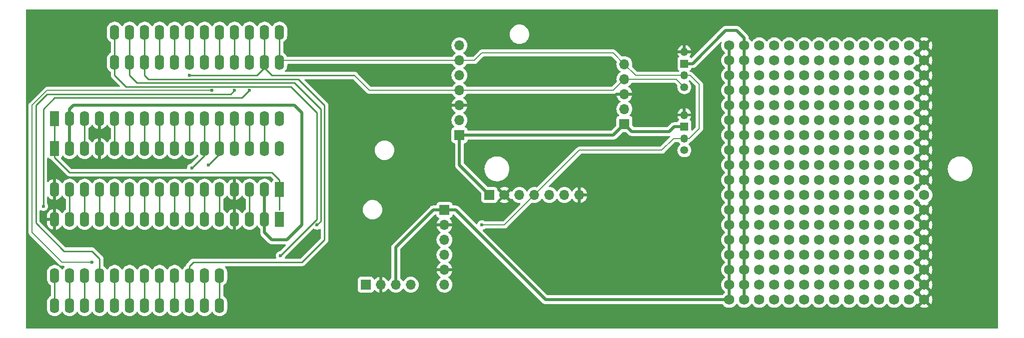
<source format=gbr>
%TF.GenerationSoftware,KiCad,Pcbnew,8.0.4*%
%TF.CreationDate,2024-12-05T16:15:28-05:00*%
%TF.ProjectId,CSL_AQS_V1,43534c5f-4151-4535-9f56-312e6b696361,rev?*%
%TF.SameCoordinates,Original*%
%TF.FileFunction,Copper,L1,Top*%
%TF.FilePolarity,Positive*%
%FSLAX46Y46*%
G04 Gerber Fmt 4.6, Leading zero omitted, Abs format (unit mm)*
G04 Created by KiCad (PCBNEW 8.0.4) date 2024-12-05 16:15:28*
%MOMM*%
%LPD*%
G01*
G04 APERTURE LIST*
G04 Aperture macros list*
%AMRoundRect*
0 Rectangle with rounded corners*
0 $1 Rounding radius*
0 $2 $3 $4 $5 $6 $7 $8 $9 X,Y pos of 4 corners*
0 Add a 4 corners polygon primitive as box body*
4,1,4,$2,$3,$4,$5,$6,$7,$8,$9,$2,$3,0*
0 Add four circle primitives for the rounded corners*
1,1,$1+$1,$2,$3*
1,1,$1+$1,$4,$5*
1,1,$1+$1,$6,$7*
1,1,$1+$1,$8,$9*
0 Add four rect primitives between the rounded corners*
20,1,$1+$1,$2,$3,$4,$5,0*
20,1,$1+$1,$4,$5,$6,$7,0*
20,1,$1+$1,$6,$7,$8,$9,0*
20,1,$1+$1,$8,$9,$2,$3,0*%
G04 Aperture macros list end*
%TA.AperFunction,ComponentPad*%
%ADD10C,1.750000*%
%TD*%
%TA.AperFunction,ComponentPad*%
%ADD11RoundRect,0.250000X-0.550000X1.050000X-0.550000X-1.050000X0.550000X-1.050000X0.550000X1.050000X0*%
%TD*%
%TA.AperFunction,ComponentPad*%
%ADD12O,1.600000X2.600000*%
%TD*%
%TA.AperFunction,ComponentPad*%
%ADD13R,1.700000X1.700000*%
%TD*%
%TA.AperFunction,ComponentPad*%
%ADD14O,1.700000X1.700000*%
%TD*%
%TA.AperFunction,ComponentPad*%
%ADD15RoundRect,0.250000X0.550000X-1.050000X0.550000X1.050000X-0.550000X1.050000X-0.550000X-1.050000X0*%
%TD*%
%TA.AperFunction,ComponentPad*%
%ADD16C,1.350000*%
%TD*%
%TA.AperFunction,ComponentPad*%
%ADD17O,1.350000X1.350000*%
%TD*%
%TA.AperFunction,ComponentPad*%
%ADD18R,1.350000X1.350000*%
%TD*%
%TA.AperFunction,ComponentPad*%
%ADD19C,1.700000*%
%TD*%
%TA.AperFunction,ViaPad*%
%ADD20C,0.600000*%
%TD*%
%TA.AperFunction,Conductor*%
%ADD21C,0.254000*%
%TD*%
%TA.AperFunction,Conductor*%
%ADD22C,0.200000*%
%TD*%
%TA.AperFunction,Conductor*%
%ADD23C,0.508000*%
%TD*%
G04 APERTURE END LIST*
D10*
%TO.P,,1*%
%TO.N,N/C*%
X185420000Y-83820000D03*
%TD*%
%TO.P,,1*%
%TO.N,5V*%
X172720000Y-86360000D03*
%TD*%
%TO.P,,1*%
%TO.N,N/C*%
X187960000Y-96520000D03*
%TD*%
%TO.P,,1*%
%TO.N,N/C*%
X180340000Y-109220000D03*
%TD*%
%TO.P,,1*%
%TO.N,N/C*%
X198120000Y-99060000D03*
%TD*%
%TO.P,,1*%
%TO.N,N/C*%
X193040000Y-101600000D03*
%TD*%
%TO.P,,1*%
%TO.N,N/C*%
X185420000Y-106680000D03*
%TD*%
%TO.P,,1*%
%TO.N,5V*%
X172720000Y-88900000D03*
%TD*%
%TO.P,,1*%
%TO.N,5V*%
X172720000Y-76200000D03*
%TD*%
%TO.P,,1*%
%TO.N,3.3V*%
X175260000Y-104140000D03*
%TD*%
%TO.P,,1*%
%TO.N,N/C*%
X193040000Y-99060000D03*
%TD*%
D11*
%TO.P,A2,1,~{RESET}*%
%TO.N,Net-(A1-~{RESET})*%
X96520000Y-95550000D03*
X96520000Y-100630000D03*
D12*
%TO.P,A2,2,3V3*%
%TO.N,3.3V*%
X93980000Y-95550000D03*
X93980000Y-100630000D03*
%TO.P,A2,3,AREF*%
%TO.N,unconnected-(A2-AREF-Pad3)*%
X91440000Y-95550000D03*
X91440000Y-100630000D03*
%TO.P,A2,4,GND*%
%TO.N,GND*%
X88900000Y-95550000D03*
X88900000Y-100630000D03*
%TO.P,A2,5,DAC0/A0*%
%TO.N,unconnected-(A2-DAC0{slash}A0-Pad5)*%
X86360000Y-95550000D03*
X86360000Y-100630000D03*
%TO.P,A2,6,A1*%
%TO.N,unconnected-(A2-A1-Pad6)*%
X83820000Y-95550000D03*
X83820000Y-100630000D03*
%TO.P,A2,7,A2*%
%TO.N,unconnected-(A2-A2-Pad7)*%
X81280000Y-95550000D03*
X81280000Y-100630000D03*
%TO.P,A2,8,A3*%
%TO.N,unconnected-(A2-A3-Pad8)*%
X78740000Y-95550000D03*
X78740000Y-100630000D03*
%TO.P,A2,9,A4*%
%TO.N,unconnected-(A2-A4-Pad9)*%
X76200000Y-95550000D03*
X76200000Y-100630000D03*
%TO.P,A2,10,A5*%
%TO.N,unconnected-(A2-A5-Pad10)*%
X73660000Y-95550000D03*
X73660000Y-100630000D03*
%TO.P,A2,11,SCK/D24*%
%TO.N,Net-(A1-SCK{slash}D24)*%
X71120000Y-95550000D03*
X71120000Y-100630000D03*
%TO.P,A2,12,MOSI/D23*%
%TO.N,Net-(A1-MOSI{slash}D23)*%
X68580000Y-95550000D03*
X68580000Y-100630000D03*
%TO.P,A2,13,MISO/D22*%
%TO.N,Net-(A1-MISO{slash}D22)*%
X66040000Y-95550000D03*
X66040000Y-100630000D03*
%TO.P,A2,14,RX/D0*%
%TO.N,unconnected-(A2-RX{slash}D0-Pad14)*%
X63500000Y-95550000D03*
X63500000Y-100630000D03*
%TO.P,A2,15,TX/D1*%
%TO.N,unconnected-(A2-TX{slash}D1-Pad15)*%
X60960000Y-95550000D03*
X60960000Y-100630000D03*
%TO.P,A2,16,GND*%
%TO.N,GND*%
X58420000Y-95550000D03*
X58420000Y-100630000D03*
%TO.P,A2,17,SDA/D20*%
%TO.N,SDA*%
X58420000Y-110190000D03*
X58420000Y-115270000D03*
%TO.P,A2,18,SCL/D21*%
%TO.N,SCL*%
X60960000Y-110190000D03*
X60960000Y-115270000D03*
%TO.P,A2,19,D5*%
%TO.N,Net-(A1-D5)*%
X63500000Y-110190000D03*
X63500000Y-115270000D03*
%TO.P,A2,20,D6*%
%TO.N,Net-(A1-D6)*%
X66040000Y-110190000D03*
X66040000Y-115270000D03*
%TO.P,A2,21,D9*%
%TO.N,Net-(A1-D9)*%
X68580000Y-110190000D03*
X68580000Y-115270000D03*
%TO.P,A2,22,D10*%
%TO.N,Net-(A1-D10)*%
X71120000Y-110190000D03*
X71120000Y-115270000D03*
%TO.P,A2,23,D11*%
%TO.N,unconnected-(A2-D11-Pad23)*%
X73660000Y-110190000D03*
X73660000Y-115270000D03*
%TO.P,A2,24,D12*%
%TO.N,unconnected-(A2-D12-Pad24)*%
X76200000Y-110190000D03*
X76200000Y-115270000D03*
%TO.P,A2,25,D13*%
%TO.N,unconnected-(A2-D13-Pad25)*%
X78740000Y-110190000D03*
X78740000Y-115270000D03*
%TO.P,A2,26,USB*%
%TO.N,Net-(A1-USB)*%
X81280000Y-110190000D03*
X81280000Y-115270000D03*
%TO.P,A2,27,EN*%
%TO.N,Net-(A1-EN)*%
X83820000Y-110190000D03*
X83820000Y-115270000D03*
%TO.P,A2,28,VBAT*%
%TO.N,Net-(A1-VBAT)*%
X86360000Y-110190000D03*
X86360000Y-115270000D03*
%TD*%
D10*
%TO.P,,1*%
%TO.N,N/C*%
X182880000Y-96520000D03*
%TD*%
%TO.P,,1*%
%TO.N,N/C*%
X180340000Y-96520000D03*
%TD*%
%TO.P,,1*%
%TO.N,N/C*%
X193040000Y-88900000D03*
%TD*%
%TO.P,,1*%
%TO.N,N/C*%
X185420000Y-76200000D03*
%TD*%
%TO.P,,1*%
%TO.N,N/C*%
X187960000Y-78740000D03*
%TD*%
D13*
%TO.P,JP2,1,1*%
%TO.N,3.3V*%
X111125000Y-111760000D03*
D14*
%TO.P,JP2,2,2*%
%TO.N,GND*%
X113665000Y-111760000D03*
%TO.P,JP2,3,3*%
%TO.N,5V*%
X116205000Y-111760000D03*
%TO.P,JP2,4,4*%
%TO.N,EN*%
X118745000Y-111760000D03*
%TD*%
D10*
%TO.P,,1*%
%TO.N,N/C*%
X180340000Y-106680000D03*
%TD*%
%TO.P,,1*%
%TO.N,N/C*%
X190500000Y-78740000D03*
%TD*%
%TO.P,,1*%
%TO.N,N/C*%
X203200000Y-73660000D03*
%TD*%
%TO.P,,1*%
%TO.N,3.3V*%
X175260000Y-73660000D03*
%TD*%
%TO.P,,1*%
%TO.N,N/C*%
X195580000Y-86360000D03*
%TD*%
%TO.P,,1*%
%TO.N,N/C*%
X203200000Y-101600000D03*
%TD*%
%TO.P,,1*%
%TO.N,N/C*%
X200660000Y-109220000D03*
%TD*%
%TO.P,,1*%
%TO.N,5V*%
X172720000Y-93980000D03*
%TD*%
%TO.P,,1*%
%TO.N,N/C*%
X195580000Y-101600000D03*
%TD*%
%TO.P,,1*%
%TO.N,N/C*%
X182880000Y-106680000D03*
%TD*%
%TO.P,,1*%
%TO.N,5V*%
X172720000Y-104140000D03*
%TD*%
%TO.P,,1*%
%TO.N,N/C*%
X177800000Y-109220000D03*
%TD*%
%TO.P,,1*%
%TO.N,N/C*%
X187960000Y-81280000D03*
%TD*%
%TO.P,,1*%
%TO.N,N/C*%
X200660000Y-81280000D03*
%TD*%
%TO.P,,1*%
%TO.N,N/C*%
X182880000Y-71120000D03*
%TD*%
%TO.P,,1*%
%TO.N,5V*%
X172720000Y-101600000D03*
%TD*%
%TO.P,,1*%
%TO.N,N/C*%
X198120000Y-76200000D03*
%TD*%
%TO.P,,1*%
%TO.N,3.3V*%
X175260000Y-106680000D03*
%TD*%
%TO.P,,1*%
%TO.N,N/C*%
X187960000Y-111760000D03*
%TD*%
%TO.P,,1*%
%TO.N,5V*%
X172720000Y-83820000D03*
%TD*%
%TO.P,,1*%
%TO.N,N/C*%
X185420000Y-78740000D03*
%TD*%
%TO.P,,1*%
%TO.N,N/C*%
X193040000Y-81280000D03*
%TD*%
%TO.P,,1*%
%TO.N,N/C*%
X193040000Y-86360000D03*
%TD*%
%TO.P,,1*%
%TO.N,N/C*%
X177800000Y-106680000D03*
%TD*%
%TO.P,,1*%
%TO.N,3.3V*%
X175260000Y-101600000D03*
%TD*%
%TO.P,,1*%
%TO.N,N/C*%
X185420000Y-91440000D03*
%TD*%
%TO.P,,1*%
%TO.N,N/C*%
X182880000Y-81280000D03*
%TD*%
%TO.P,,1*%
%TO.N,N/C*%
X185420000Y-73660000D03*
%TD*%
%TO.P,,1*%
%TO.N,N/C*%
X195580000Y-93980000D03*
%TD*%
%TO.P,,1*%
%TO.N,N/C*%
X200660000Y-83820000D03*
%TD*%
%TO.P,,1*%
%TO.N,N/C*%
X177800000Y-93980000D03*
%TD*%
%TO.P,,1*%
%TO.N,N/C*%
X203200000Y-88900000D03*
%TD*%
%TO.P,,1*%
%TO.N,N/C*%
X195580000Y-111760000D03*
%TD*%
%TO.P,,1*%
%TO.N,N/C*%
X185420000Y-81280000D03*
%TD*%
%TO.P,,1*%
%TO.N,3.3V*%
X175260000Y-83820000D03*
%TD*%
%TO.P,,1*%
%TO.N,GND*%
X205740000Y-106680000D03*
%TD*%
%TO.P,,1*%
%TO.N,N/C*%
X182880000Y-88900000D03*
%TD*%
%TO.P,,1*%
%TO.N,5V*%
X172720000Y-111760000D03*
%TD*%
%TO.P,,1*%
%TO.N,N/C*%
X182880000Y-83820000D03*
%TD*%
%TO.P,,1*%
%TO.N,N/C*%
X203200000Y-76200000D03*
%TD*%
%TO.P,,1*%
%TO.N,N/C*%
X190500000Y-81280000D03*
%TD*%
%TO.P,,1*%
%TO.N,N/C*%
X200660000Y-96520000D03*
%TD*%
%TO.P,,1*%
%TO.N,N/C*%
X177800000Y-86360000D03*
%TD*%
%TO.P,,1*%
%TO.N,N/C*%
X185420000Y-99060000D03*
%TD*%
%TO.P,,1*%
%TO.N,GND*%
X205740000Y-81280000D03*
%TD*%
%TO.P,,1*%
%TO.N,N/C*%
X193040000Y-93980000D03*
%TD*%
%TO.P,,1*%
%TO.N,N/C*%
X187960000Y-104140000D03*
%TD*%
%TO.P,,1*%
%TO.N,N/C*%
X198120000Y-114300000D03*
%TD*%
%TO.P,,1*%
%TO.N,N/C*%
X198120000Y-73660000D03*
%TD*%
%TO.P,,1*%
%TO.N,N/C*%
X180340000Y-71120000D03*
%TD*%
%TO.P,,1*%
%TO.N,N/C*%
X190500000Y-114300000D03*
%TD*%
%TO.P,,1*%
%TO.N,N/C*%
X182880000Y-73660000D03*
%TD*%
%TO.P,,1*%
%TO.N,N/C*%
X200660000Y-101600000D03*
%TD*%
%TO.P,,1*%
%TO.N,N/C*%
X198120000Y-93980000D03*
%TD*%
%TO.P,,1*%
%TO.N,N/C*%
X195580000Y-106680000D03*
%TD*%
%TO.P,,1*%
%TO.N,GND*%
X205740000Y-88900000D03*
%TD*%
%TO.P,,1*%
%TO.N,N/C*%
X177800000Y-96520000D03*
%TD*%
%TO.P,,1*%
%TO.N,N/C*%
X177800000Y-99060000D03*
%TD*%
%TO.P,,1*%
%TO.N,N/C*%
X177800000Y-111760000D03*
%TD*%
%TO.P,,1*%
%TO.N,N/C*%
X198120000Y-106680000D03*
%TD*%
%TO.P,,1*%
%TO.N,N/C*%
X198120000Y-104140000D03*
%TD*%
%TO.P,,1*%
%TO.N,N/C*%
X190500000Y-86360000D03*
%TD*%
%TO.P,,1*%
%TO.N,N/C*%
X193040000Y-104140000D03*
%TD*%
%TO.P,,1*%
%TO.N,N/C*%
X185420000Y-71120000D03*
%TD*%
%TO.P,,1*%
%TO.N,N/C*%
X200660000Y-88900000D03*
%TD*%
%TO.P,,1*%
%TO.N,N/C*%
X182880000Y-101600000D03*
%TD*%
%TO.P,,1*%
%TO.N,N/C*%
X190500000Y-88900000D03*
%TD*%
%TO.P,,1*%
%TO.N,N/C*%
X203200000Y-106680000D03*
%TD*%
%TO.P,,1*%
%TO.N,N/C*%
X182880000Y-78740000D03*
%TD*%
%TO.P,,1*%
%TO.N,N/C*%
X190500000Y-111760000D03*
%TD*%
%TO.P,,1*%
%TO.N,N/C*%
X180340000Y-104140000D03*
%TD*%
%TO.P,,1*%
%TO.N,N/C*%
X187960000Y-91440000D03*
%TD*%
%TO.P,,1*%
%TO.N,N/C*%
X193040000Y-71120000D03*
%TD*%
%TO.P,,1*%
%TO.N,N/C*%
X182880000Y-111760000D03*
%TD*%
%TO.P,,1*%
%TO.N,N/C*%
X203200000Y-109220000D03*
%TD*%
%TO.P,,1*%
%TO.N,N/C*%
X195580000Y-71120000D03*
%TD*%
%TO.P,,1*%
%TO.N,N/C*%
X190500000Y-73660000D03*
%TD*%
%TO.P,,1*%
%TO.N,N/C*%
X185420000Y-114300000D03*
%TD*%
%TO.P,,1*%
%TO.N,5V*%
X172720000Y-91440000D03*
%TD*%
%TO.P,,1*%
%TO.N,N/C*%
X193040000Y-96520000D03*
%TD*%
%TO.P,,1*%
%TO.N,N/C*%
X187960000Y-71120000D03*
%TD*%
%TO.P,,1*%
%TO.N,N/C*%
X190500000Y-91440000D03*
%TD*%
D15*
%TO.P,A1,1,~{RESET}*%
%TO.N,Net-(A1-~{RESET})*%
X58420000Y-88600000D03*
X58420000Y-83520000D03*
D12*
%TO.P,A1,2,3V3*%
%TO.N,3.3V*%
X60960000Y-88600000D03*
X60960000Y-83520000D03*
%TO.P,A1,3,AREF*%
%TO.N,unconnected-(A1-AREF-Pad3)*%
X63500000Y-88600000D03*
X63500000Y-83520000D03*
%TO.P,A1,4,GND*%
%TO.N,GND*%
X66040000Y-88600000D03*
X66040000Y-83520000D03*
%TO.P,A1,5,DAC0/A0*%
%TO.N,unconnected-(A1-DAC0{slash}A0-Pad5)*%
X68580000Y-88600000D03*
X68580000Y-83520000D03*
%TO.P,A1,6,A1*%
%TO.N,unconnected-(A1-A1-Pad6)*%
X71120000Y-88600000D03*
X71120000Y-83520000D03*
%TO.P,A1,7,A2*%
%TO.N,unconnected-(A1-A2-Pad7)*%
X73660000Y-88600000D03*
X73660000Y-83520000D03*
%TO.P,A1,8,A3*%
%TO.N,unconnected-(A1-A3-Pad8)*%
X76200000Y-88600000D03*
X76200000Y-83520000D03*
%TO.P,A1,9,A4*%
%TO.N,unconnected-(A1-A4-Pad9)*%
X78740000Y-88600000D03*
X78740000Y-83520000D03*
%TO.P,A1,10,A5*%
%TO.N,unconnected-(A1-A5-Pad10)*%
X81280000Y-88600000D03*
X81280000Y-83520000D03*
%TO.P,A1,11,SCK/D24*%
%TO.N,Net-(A1-SCK{slash}D24)*%
X83820000Y-88600000D03*
X83820000Y-83520000D03*
%TO.P,A1,12,MOSI/D23*%
%TO.N,Net-(A1-MOSI{slash}D23)*%
X86360000Y-88600000D03*
X86360000Y-83520000D03*
%TO.P,A1,13,MISO/D22*%
%TO.N,Net-(A1-MISO{slash}D22)*%
X88900000Y-88600000D03*
X88900000Y-83520000D03*
%TO.P,A1,14,RX/D0*%
%TO.N,unconnected-(A1-RX{slash}D0-Pad14)*%
X91440000Y-88600000D03*
X91440000Y-83520000D03*
%TO.P,A1,15,TX/D1*%
%TO.N,unconnected-(A1-TX{slash}D1-Pad15)*%
X93980000Y-88600000D03*
X93980000Y-83520000D03*
%TO.P,A1,16,WAKE*%
%TO.N,unconnected-(A1-WAKE-Pad16)*%
X96520000Y-88600000D03*
X96520000Y-83520000D03*
%TO.P,A1,17,SDA/D20*%
%TO.N,SDA*%
X96520000Y-73960000D03*
X96520000Y-68880000D03*
%TO.P,A1,18,SCL/D21*%
%TO.N,SCL*%
X93980000Y-73960000D03*
X93980000Y-68880000D03*
%TO.P,A1,19,D5*%
%TO.N,Net-(A1-D5)*%
X91440000Y-73960000D03*
X91440000Y-68880000D03*
%TO.P,A1,20,D6*%
%TO.N,Net-(A1-D6)*%
X88900000Y-73960000D03*
X88900000Y-68880000D03*
%TO.P,A1,21,D9*%
%TO.N,Net-(A1-D9)*%
X86360000Y-73960000D03*
X86360000Y-68880000D03*
%TO.P,A1,22,D10*%
%TO.N,Net-(A1-D10)*%
X83820000Y-73960000D03*
X83820000Y-68880000D03*
%TO.P,A1,23,D11*%
%TO.N,ENA*%
X81280000Y-73960000D03*
X81280000Y-68880000D03*
%TO.P,A1,24,D12*%
%TO.N,unconnected-(A1-D12-Pad24)*%
X78740000Y-73960000D03*
X78740000Y-68880000D03*
%TO.P,A1,25,D13*%
%TO.N,unconnected-(A1-D13-Pad25)*%
X76200000Y-73960000D03*
X76200000Y-68880000D03*
%TO.P,A1,26,USB*%
%TO.N,Net-(A1-USB)*%
X73660000Y-73960000D03*
X73660000Y-68880000D03*
%TO.P,A1,27,EN*%
%TO.N,Net-(A1-EN)*%
X71120000Y-73960000D03*
X71120000Y-68880000D03*
%TO.P,A1,28,VBAT*%
%TO.N,Net-(A1-VBAT)*%
X68580000Y-73960000D03*
X68580000Y-68880000D03*
%TD*%
D10*
%TO.P,,1*%
%TO.N,N/C*%
X187960000Y-101600000D03*
%TD*%
%TO.P,,1*%
%TO.N,N/C*%
X180340000Y-99060000D03*
%TD*%
D13*
%TO.P,JP6,1,1*%
%TO.N,3.3V*%
X154940000Y-84455000D03*
D14*
%TO.P,JP6,2,2*%
%TO.N,3Vo*%
X154940000Y-81915000D03*
%TO.P,JP6,3,3*%
%TO.N,GND*%
X154940000Y-79375000D03*
%TO.P,JP6,4,4*%
%TO.N,SCL*%
X154940000Y-76835000D03*
%TO.P,JP6,5,5*%
%TO.N,SDA*%
X154940000Y-74295000D03*
%TD*%
D10*
%TO.P,,1*%
%TO.N,N/C*%
X200660000Y-114300000D03*
%TD*%
%TO.P,,1*%
%TO.N,N/C*%
X187960000Y-76200000D03*
%TD*%
%TO.P,,1*%
%TO.N,N/C*%
X180340000Y-101600000D03*
%TD*%
D13*
%TO.P,JP8,1,1*%
%TO.N,5V*%
X124460000Y-99060000D03*
D14*
%TO.P,JP8,2,2*%
%TO.N,GND*%
X124460000Y-101600000D03*
%TO.P,JP8,3,3*%
%TO.N,SDA*%
X124460000Y-104140000D03*
%TO.P,JP8,4,4*%
%TO.N,SCL*%
X124460000Y-106680000D03*
%TO.P,JP8,5,5*%
%TO.N,GND*%
X124460000Y-109220000D03*
%TO.P,JP8,6,6*%
%TO.N,unconnected-(JP8-Pad6)*%
X124460000Y-111760000D03*
%TD*%
D10*
%TO.P,,1*%
%TO.N,5V*%
X172720000Y-73660000D03*
%TD*%
%TO.P,,1*%
%TO.N,N/C*%
X190500000Y-93980000D03*
%TD*%
%TO.P,,1*%
%TO.N,N/C*%
X187960000Y-73660000D03*
%TD*%
%TO.P,,1*%
%TO.N,N/C*%
X203200000Y-78740000D03*
%TD*%
%TO.P,,1*%
%TO.N,N/C*%
X185420000Y-104140000D03*
%TD*%
%TO.P,,1*%
%TO.N,N/C*%
X177800000Y-71120000D03*
%TD*%
%TO.P,,1*%
%TO.N,5V*%
X172720000Y-99060000D03*
%TD*%
%TO.P,,1*%
%TO.N,N/C*%
X203200000Y-91440000D03*
%TD*%
%TO.P,,1*%
%TO.N,N/C*%
X198120000Y-71120000D03*
%TD*%
%TO.P,,1*%
%TO.N,N/C*%
X200660000Y-106680000D03*
%TD*%
%TO.P,,1*%
%TO.N,N/C*%
X200660000Y-111760000D03*
%TD*%
%TO.P,,1*%
%TO.N,N/C*%
X200660000Y-86360000D03*
%TD*%
%TO.P,,1*%
%TO.N,5V*%
X172720000Y-106680000D03*
%TD*%
%TO.P,,1*%
%TO.N,N/C*%
X185420000Y-93980000D03*
%TD*%
%TO.P,,1*%
%TO.N,N/C*%
X195580000Y-104140000D03*
%TD*%
%TO.P,,1*%
%TO.N,N/C*%
X195580000Y-91440000D03*
%TD*%
%TO.P,,1*%
%TO.N,N/C*%
X198120000Y-86360000D03*
%TD*%
%TO.P,,1*%
%TO.N,GND*%
X205740000Y-111760000D03*
%TD*%
%TO.P,,1*%
%TO.N,N/C*%
X190500000Y-76200000D03*
%TD*%
%TO.P,,1*%
%TO.N,GND*%
X205740000Y-93980000D03*
%TD*%
%TO.P,,1*%
%TO.N,N/C*%
X195580000Y-73660000D03*
%TD*%
%TO.P,,1*%
%TO.N,N/C*%
X182880000Y-114300000D03*
%TD*%
%TO.P,,1*%
%TO.N,N/C*%
X177800000Y-73660000D03*
%TD*%
%TO.P,,1*%
%TO.N,N/C*%
X187960000Y-83820000D03*
%TD*%
%TO.P,,1*%
%TO.N,N/C*%
X198120000Y-91440000D03*
%TD*%
%TO.P,,1*%
%TO.N,N/C*%
X198120000Y-111760000D03*
%TD*%
%TO.P,,1*%
%TO.N,GND*%
X205740000Y-91440000D03*
%TD*%
%TO.P,,1*%
%TO.N,GND*%
X205740000Y-71120000D03*
%TD*%
%TO.P,,1*%
%TO.N,GND*%
X205740000Y-101600000D03*
%TD*%
%TO.P,,1*%
%TO.N,N/C*%
X193040000Y-76200000D03*
%TD*%
%TO.P,,1*%
%TO.N,N/C*%
X187960000Y-88900000D03*
%TD*%
%TO.P,,1*%
%TO.N,N/C*%
X190500000Y-71120000D03*
%TD*%
%TO.P,,1*%
%TO.N,N/C*%
X195580000Y-109220000D03*
%TD*%
%TO.P,,1*%
%TO.N,N/C*%
X198120000Y-83820000D03*
%TD*%
%TO.P,,1*%
%TO.N,N/C*%
X193040000Y-73660000D03*
%TD*%
%TO.P,,1*%
%TO.N,N/C*%
X182880000Y-76200000D03*
%TD*%
%TO.P,,1*%
%TO.N,N/C*%
X187960000Y-86360000D03*
%TD*%
%TO.P,,1*%
%TO.N,GND*%
X205740000Y-109220000D03*
%TD*%
%TO.P,,1*%
%TO.N,N/C*%
X198120000Y-101600000D03*
%TD*%
%TO.P,,1*%
%TO.N,N/C*%
X185420000Y-86360000D03*
%TD*%
%TO.P,,1*%
%TO.N,N/C*%
X182880000Y-109220000D03*
%TD*%
%TO.P,,1*%
%TO.N,3.3V*%
X175260000Y-88900000D03*
%TD*%
%TO.P,,1*%
%TO.N,3.3V*%
X175260000Y-78740000D03*
%TD*%
%TO.P,,1*%
%TO.N,N/C*%
X180340000Y-81280000D03*
%TD*%
%TO.P,,1*%
%TO.N,N/C*%
X193040000Y-114300000D03*
%TD*%
%TO.P,,1*%
%TO.N,N/C*%
X180340000Y-73660000D03*
%TD*%
%TO.P,,1*%
%TO.N,5V*%
X172720000Y-109220000D03*
%TD*%
%TO.P,,1*%
%TO.N,GND*%
X205740000Y-114300000D03*
%TD*%
%TO.P,,1*%
%TO.N,N/C*%
X195580000Y-81280000D03*
%TD*%
%TO.P,,1*%
%TO.N,N/C*%
X203200000Y-93980000D03*
%TD*%
%TO.P,,1*%
%TO.N,N/C*%
X182880000Y-91440000D03*
%TD*%
%TO.P,,1*%
%TO.N,N/C*%
X193040000Y-78740000D03*
%TD*%
%TO.P,,1*%
%TO.N,N/C*%
X190500000Y-96520000D03*
%TD*%
%TO.P,,1*%
%TO.N,N/C*%
X198120000Y-81280000D03*
%TD*%
%TO.P,,1*%
%TO.N,N/C*%
X193040000Y-83820000D03*
%TD*%
%TO.P,,1*%
%TO.N,N/C*%
X177800000Y-81280000D03*
%TD*%
%TO.P,,1*%
%TO.N,3.3V*%
X175260000Y-86360000D03*
%TD*%
%TO.P,,1*%
%TO.N,GND*%
X205740000Y-73660000D03*
%TD*%
%TO.P,,1*%
%TO.N,N/C*%
X177800000Y-76200000D03*
%TD*%
%TO.P,,1*%
%TO.N,3.3V*%
X175260000Y-109220000D03*
%TD*%
%TO.P,,1*%
%TO.N,5V*%
X172720000Y-81280000D03*
%TD*%
%TO.P,,1*%
%TO.N,N/C*%
X193040000Y-111760000D03*
%TD*%
%TO.P,,1*%
%TO.N,N/C*%
X195580000Y-88900000D03*
%TD*%
%TO.P,,1*%
%TO.N,N/C*%
X200660000Y-104140000D03*
%TD*%
%TO.P,,1*%
%TO.N,N/C*%
X203200000Y-83820000D03*
%TD*%
%TO.P,,1*%
%TO.N,N/C*%
X195580000Y-78740000D03*
%TD*%
%TO.P,,1*%
%TO.N,N/C*%
X190500000Y-99060000D03*
%TD*%
%TO.P,,1*%
%TO.N,3.3V*%
X175260000Y-96520000D03*
%TD*%
%TO.P,REF\u002A\u002A,1*%
%TO.N,5V*%
X172720000Y-71120000D03*
%TD*%
%TO.P,,1*%
%TO.N,N/C*%
X182880000Y-104140000D03*
%TD*%
%TO.P,,1*%
%TO.N,N/C*%
X180340000Y-86360000D03*
%TD*%
%TO.P,,1*%
%TO.N,3.3V*%
X175260000Y-81280000D03*
%TD*%
D16*
%TO.P,J2,1,1*%
%TO.N,SCL*%
X165100000Y-78200000D03*
D17*
%TO.P,J2,2,2*%
%TO.N,SDA*%
X165100000Y-76200000D03*
D18*
%TO.P,J2,3,3*%
%TO.N,3.3V*%
X165100000Y-74200000D03*
D17*
%TO.P,J2,4,4*%
%TO.N,GND*%
X165100000Y-72200000D03*
%TD*%
D10*
%TO.P,,1*%
%TO.N,GND*%
X205740000Y-78740000D03*
%TD*%
%TO.P,,1*%
%TO.N,GND*%
X205740000Y-83820000D03*
%TD*%
%TO.P,,1*%
%TO.N,N/C*%
X185420000Y-88900000D03*
%TD*%
%TO.P,,1*%
%TO.N,N/C*%
X187960000Y-114300000D03*
%TD*%
%TO.P,,1*%
%TO.N,3.3V*%
X175260000Y-111760000D03*
%TD*%
%TO.P,,1*%
%TO.N,N/C*%
X190500000Y-101600000D03*
%TD*%
%TO.P,,1*%
%TO.N,N/C*%
X195580000Y-114300000D03*
%TD*%
%TO.P,,1*%
%TO.N,N/C*%
X185420000Y-111760000D03*
%TD*%
%TO.P,,1*%
%TO.N,5V*%
X172720000Y-78740000D03*
%TD*%
%TO.P,,1*%
%TO.N,3.3V*%
X175260000Y-76200000D03*
%TD*%
%TO.P,,1*%
%TO.N,N/C*%
X200660000Y-76200000D03*
%TD*%
%TO.P,,1*%
%TO.N,5V*%
X172720000Y-96520000D03*
%TD*%
%TO.P,,1*%
%TO.N,N/C*%
X177800000Y-114300000D03*
%TD*%
%TO.P,,1*%
%TO.N,N/C*%
X177800000Y-88900000D03*
%TD*%
%TO.P,,1*%
%TO.N,N/C*%
X180340000Y-93980000D03*
%TD*%
%TO.P,,1*%
%TO.N,N/C*%
X195580000Y-76200000D03*
%TD*%
%TO.P,,1*%
%TO.N,N/C*%
X180340000Y-111760000D03*
%TD*%
%TO.P,,1*%
%TO.N,GND*%
X205740000Y-76200000D03*
%TD*%
%TO.P,,1*%
%TO.N,3.3V*%
X175260000Y-99060000D03*
%TD*%
%TO.P,,1*%
%TO.N,N/C*%
X193040000Y-106680000D03*
%TD*%
%TO.P,,1*%
%TO.N,N/C*%
X180340000Y-76200000D03*
%TD*%
%TO.P,,1*%
%TO.N,N/C*%
X198120000Y-78740000D03*
%TD*%
%TO.P,,1*%
%TO.N,N/C*%
X200660000Y-91440000D03*
%TD*%
%TO.P,,1*%
%TO.N,GND*%
X205740000Y-104140000D03*
%TD*%
%TO.P,,1*%
%TO.N,N/C*%
X187960000Y-99060000D03*
%TD*%
%TO.P,,1*%
%TO.N,N/C*%
X203200000Y-86360000D03*
%TD*%
%TO.P,,1*%
%TO.N,N/C*%
X205740000Y-96520000D03*
%TD*%
D13*
%TO.P,JP7,1,1*%
%TO.N,3.3V*%
X127000000Y-86360000D03*
D14*
%TO.P,JP7,2,2*%
%TO.N,unconnected-(JP7-Pad2)*%
X127000000Y-83820000D03*
%TO.P,JP7,3,3*%
%TO.N,GND*%
X127000000Y-81280000D03*
%TO.P,JP7,4,4*%
%TO.N,SCL*%
X127000000Y-78740000D03*
%TO.P,JP7,5,5*%
%TO.N,NC*%
X127000000Y-76200000D03*
%TO.P,JP7,6,6*%
%TO.N,SDA*%
X127000000Y-73660000D03*
%TO.P,JP7,7,7*%
%TO.N,unconnected-(JP7-Pad7)*%
X127000000Y-71120000D03*
%TD*%
D10*
%TO.P,,1*%
%TO.N,N/C*%
X203200000Y-114300000D03*
%TD*%
%TO.P,,1*%
%TO.N,N/C*%
X177800000Y-104140000D03*
%TD*%
%TO.P,,1*%
%TO.N,N/C*%
X203200000Y-99060000D03*
%TD*%
%TO.P,,1*%
%TO.N,3.3V*%
X175260000Y-71120000D03*
%TD*%
%TO.P,,1*%
%TO.N,N/C*%
X187960000Y-109220000D03*
%TD*%
%TO.P,,1*%
%TO.N,GND*%
X205740000Y-86360000D03*
%TD*%
%TO.P,,1*%
%TO.N,GND*%
X205740000Y-96520000D03*
%TD*%
%TO.P,,1*%
%TO.N,N/C*%
X195580000Y-83820000D03*
%TD*%
%TO.P,,1*%
%TO.N,3.3V*%
X175260000Y-93980000D03*
%TD*%
%TO.P,,1*%
%TO.N,3.3V*%
X175260000Y-91440000D03*
%TD*%
%TO.P,,1*%
%TO.N,N/C*%
X177800000Y-78740000D03*
%TD*%
D13*
%TO.P,JP10,1,1*%
%TO.N,3.3V*%
X132080000Y-96520000D03*
D19*
%TO.P,JP10,2,2*%
%TO.N,GND*%
X134620000Y-96520000D03*
D14*
%TO.P,JP10,3,3*%
%TO.N,SCL*%
X137160000Y-96520000D03*
%TO.P,JP10,4,4*%
%TO.N,SDA*%
X139700000Y-96520000D03*
%TO.P,JP10,5,5*%
%TO.N,unconnected-(JP10-Pad5)*%
X142240000Y-96520000D03*
%TO.P,JP10,6,6*%
%TO.N,unconnected-(JP10-Pad6)*%
X144780000Y-96520000D03*
%TO.P,JP10,7,7*%
%TO.N,GND*%
X147320000Y-96520000D03*
%TD*%
D10*
%TO.P,,1*%
%TO.N,N/C*%
X185420000Y-109220000D03*
%TD*%
%TO.P,,1*%
%TO.N,N/C*%
X193040000Y-91440000D03*
%TD*%
%TO.P,,1*%
%TO.N,N/C*%
X203200000Y-96520000D03*
%TD*%
%TO.P,,1*%
%TO.N,N/C*%
X203200000Y-71120000D03*
%TD*%
%TO.P,,1*%
%TO.N,N/C*%
X180340000Y-83820000D03*
%TD*%
%TO.P,,1*%
%TO.N,N/C*%
X180340000Y-88900000D03*
%TD*%
%TO.P,,1*%
%TO.N,N/C*%
X182880000Y-86360000D03*
%TD*%
%TO.P,,1*%
%TO.N,N/C*%
X177800000Y-101600000D03*
%TD*%
%TO.P,,1*%
%TO.N,N/C*%
X185420000Y-96520000D03*
%TD*%
%TO.P,,1*%
%TO.N,N/C*%
X185420000Y-101600000D03*
%TD*%
D16*
%TO.P,J3,1,1*%
%TO.N,SCL*%
X165100000Y-88916000D03*
D17*
%TO.P,J3,2,2*%
%TO.N,SDA*%
X165100000Y-86916000D03*
D18*
%TO.P,J3,3,3*%
%TO.N,3.3V*%
X165100000Y-84916000D03*
D17*
%TO.P,J3,4,4*%
%TO.N,GND*%
X165100000Y-82916000D03*
%TD*%
D10*
%TO.P,,1*%
%TO.N,N/C*%
X180340000Y-78740000D03*
%TD*%
%TO.P,,1*%
%TO.N,N/C*%
X177800000Y-83820000D03*
%TD*%
%TO.P,,1*%
%TO.N,N/C*%
X180340000Y-114300000D03*
%TD*%
%TO.P,,1*%
%TO.N,N/C*%
X203200000Y-81280000D03*
%TD*%
%TO.P,,1*%
%TO.N,N/C*%
X198120000Y-96520000D03*
%TD*%
%TO.P,,1*%
%TO.N,N/C*%
X200660000Y-78740000D03*
%TD*%
%TO.P,,1*%
%TO.N,N/C*%
X190500000Y-106680000D03*
%TD*%
%TO.P,,1*%
%TO.N,N/C*%
X195580000Y-96520000D03*
%TD*%
%TO.P,,1*%
%TO.N,N/C*%
X200660000Y-99060000D03*
%TD*%
%TO.P,,1*%
%TO.N,N/C*%
X200660000Y-73660000D03*
%TD*%
%TO.P,,1*%
%TO.N,N/C*%
X200660000Y-93980000D03*
%TD*%
%TO.P,,1*%
%TO.N,N/C*%
X177800000Y-91440000D03*
%TD*%
%TO.P,,1*%
%TO.N,N/C*%
X190500000Y-104140000D03*
%TD*%
%TO.P,,1*%
%TO.N,N/C*%
X182880000Y-99060000D03*
%TD*%
%TO.P,,1*%
%TO.N,N/C*%
X203200000Y-104140000D03*
%TD*%
%TO.P,,1*%
%TO.N,N/C*%
X200660000Y-71120000D03*
%TD*%
%TO.P,,1*%
%TO.N,N/C*%
X198120000Y-88900000D03*
%TD*%
%TO.P,,1*%
%TO.N,N/C*%
X180340000Y-91440000D03*
%TD*%
%TO.P,,1*%
%TO.N,N/C*%
X190500000Y-109220000D03*
%TD*%
%TO.P,,1*%
%TO.N,5V*%
X172720000Y-114300000D03*
%TD*%
%TO.P,,1*%
%TO.N,N/C*%
X187960000Y-106680000D03*
%TD*%
%TO.P,,1*%
%TO.N,3.3V*%
X175260000Y-114300000D03*
%TD*%
%TO.P,,1*%
%TO.N,N/C*%
X195580000Y-99060000D03*
%TD*%
%TO.P,,1*%
%TO.N,N/C*%
X187960000Y-93980000D03*
%TD*%
%TO.P,,1*%
%TO.N,N/C*%
X198120000Y-109220000D03*
%TD*%
%TO.P,,1*%
%TO.N,N/C*%
X190500000Y-83820000D03*
%TD*%
%TO.P,,1*%
%TO.N,N/C*%
X193040000Y-109220000D03*
%TD*%
%TO.P,,1*%
%TO.N,N/C*%
X182880000Y-93980000D03*
%TD*%
%TO.P,,1*%
%TO.N,N/C*%
X203200000Y-111760000D03*
%TD*%
%TO.P,,1*%
%TO.N,GND*%
X205740000Y-99060000D03*
%TD*%
D20*
%TO.N,Net-(A1-D6)*%
X88900000Y-78740000D03*
%TO.N,Net-(A1-VBAT)*%
X96678750Y-106838750D03*
%TO.N,SCL*%
X81280000Y-76200000D03*
%TO.N,3.3V*%
X100330000Y-99060000D03*
%TO.N,Net-(A1-MOSI{slash}D23)*%
X84455000Y-91440000D03*
%TO.N,Net-(A1-D5)*%
X91440000Y-78740000D03*
X56515000Y-98425000D03*
%TO.N,SDA*%
X130810000Y-101600000D03*
%TO.N,GND*%
X91440000Y-109220000D03*
X61849000Y-73914000D03*
X81280000Y-106680000D03*
X66040000Y-91440000D03*
X111760000Y-76200000D03*
X139700000Y-76200000D03*
X102870000Y-103505000D03*
%TO.N,Net-(A1-EN)*%
X102870000Y-101600000D03*
%TO.N,Net-(A1-D9)*%
X85090000Y-78740000D03*
X64770000Y-107950000D03*
%TO.N,Net-(A1-SCK{slash}D24)*%
X81661000Y-91948000D03*
%TD*%
D21*
%TO.N,Net-(A1-D6)*%
X64770000Y-106045000D02*
X66040000Y-107315000D01*
X88900000Y-68580000D02*
X88900000Y-73660000D01*
X66040000Y-115570000D02*
X66040000Y-110490000D01*
X87630000Y-79375000D02*
X57118870Y-79375000D01*
X66040000Y-107315000D02*
X66040000Y-110490000D01*
X60007500Y-106045000D02*
X64770000Y-106045000D01*
X55245000Y-81248870D02*
X55245000Y-101282500D01*
X87630000Y-79375000D02*
X88265000Y-79375000D01*
X55245000Y-101282500D02*
X60007500Y-106045000D01*
X57118870Y-79375000D02*
X55245000Y-81248870D01*
X88265000Y-79375000D02*
X88900000Y-78740000D01*
%TO.N,unconnected-(A1-D12-Pad24)*%
X78740000Y-68580000D02*
X78740000Y-73660000D01*
%TO.N,Net-(A1-~{RESET})*%
X96520000Y-95250000D02*
X96520000Y-99060000D01*
X58420000Y-88900000D02*
X58420000Y-90170000D01*
X60960000Y-92710000D02*
X95250000Y-92710000D01*
X95250000Y-92710000D02*
X96520000Y-93980000D01*
X96520000Y-93980000D02*
X96520000Y-95250000D01*
X58420000Y-90170000D02*
X60960000Y-92710000D01*
X58420000Y-88900000D02*
X58420000Y-83820000D01*
%TO.N,unconnected-(A1-DAC0{slash}A0-Pad5)*%
X68580000Y-88900000D02*
X68580000Y-83820000D01*
%TO.N,Net-(A1-VBAT)*%
X102870000Y-100647500D02*
X102870000Y-82550000D01*
X98425000Y-78105000D02*
X70485000Y-78105000D01*
X68580000Y-76200000D02*
X68580000Y-68580000D01*
X86360000Y-115570000D02*
X86360000Y-110490000D01*
X102870000Y-82550000D02*
X98425000Y-78105000D01*
X70485000Y-78105000D02*
X68580000Y-76200000D01*
X96678750Y-106838750D02*
X102870000Y-100647500D01*
D22*
%TO.N,SCL*%
X163735000Y-76835000D02*
X165100000Y-78200000D01*
D21*
X81280000Y-76200000D02*
X92710000Y-76200000D01*
X60960000Y-110490000D02*
X60960000Y-115570000D01*
D22*
X111760000Y-78740000D02*
X109220000Y-76200000D01*
D21*
X95250000Y-76200000D02*
X109220000Y-76200000D01*
X93980000Y-68580000D02*
X93980000Y-73660000D01*
D22*
X154940000Y-76835000D02*
X153035000Y-78740000D01*
X154432000Y-76835000D02*
X154813000Y-77216000D01*
X153035000Y-78740000D02*
X127000000Y-78740000D01*
X127000000Y-78740000D02*
X111760000Y-78740000D01*
D21*
X93980000Y-74930000D02*
X93980000Y-73660000D01*
X92710000Y-76200000D02*
X93980000Y-74930000D01*
X93980000Y-74930000D02*
X95250000Y-76200000D01*
D22*
X154940000Y-76835000D02*
X163735000Y-76835000D01*
D21*
%TO.N,Net-(A1-USB)*%
X99695000Y-76835000D02*
X74295000Y-76835000D01*
X81280000Y-115570000D02*
X81280000Y-108585000D01*
X104140000Y-104140000D02*
X104140000Y-81280000D01*
X100330000Y-107950000D02*
X104140000Y-104140000D01*
X81280000Y-108585000D02*
X81915000Y-107950000D01*
X74295000Y-76835000D02*
X73660000Y-76200000D01*
X104140000Y-81280000D02*
X99695000Y-76835000D01*
X73660000Y-68580000D02*
X73660000Y-73660000D01*
X73660000Y-76200000D02*
X73660000Y-73660000D01*
X81915000Y-107950000D02*
X100330000Y-107950000D01*
D23*
%TO.N,3.3V*%
X100330000Y-101600000D02*
X100330000Y-99060000D01*
X175260000Y-99060000D02*
X175260000Y-101600000D01*
X175260000Y-96520000D02*
X175260000Y-99060000D01*
X175260000Y-86360000D02*
X175260000Y-83820000D01*
X95250000Y-104140000D02*
X97790000Y-104140000D01*
X60960000Y-81915000D02*
X61595000Y-81280000D01*
X153035000Y-86360000D02*
X154940000Y-84455000D01*
X162560000Y-85725000D02*
X156210000Y-85725000D01*
X100330000Y-82550000D02*
X100330000Y-99060000D01*
X175260000Y-106680000D02*
X175260000Y-109220000D01*
X175260000Y-69850000D02*
X173990000Y-68580000D01*
X175260000Y-91440000D02*
X175260000Y-88900000D01*
X156210000Y-85725000D02*
X154940000Y-84455000D01*
X93980000Y-102870000D02*
X95250000Y-104140000D01*
X61595000Y-81280000D02*
X99060000Y-81280000D01*
X93980000Y-100330000D02*
X93980000Y-95250000D01*
X175260000Y-81280000D02*
X175260000Y-78740000D01*
X127000000Y-86360000D02*
X153035000Y-86360000D01*
X60960000Y-83820000D02*
X60960000Y-88900000D01*
X127037500Y-86322500D02*
X127000000Y-86360000D01*
X175260000Y-86360000D02*
X175260000Y-88900000D01*
X60960000Y-83820000D02*
X60960000Y-81915000D01*
X175260000Y-93980000D02*
X175260000Y-91440000D01*
X93980000Y-102870000D02*
X93980000Y-100330000D01*
X175260000Y-71120000D02*
X175260000Y-73660000D01*
X175260000Y-104140000D02*
X175260000Y-106680000D01*
X172085000Y-68580000D02*
X166465000Y-74200000D01*
X175260000Y-114300000D02*
X175260000Y-111760000D01*
X127000000Y-91440000D02*
X127000000Y-86360000D01*
X175260000Y-93980000D02*
X175260000Y-96520000D01*
X175260000Y-76200000D02*
X175260000Y-78740000D01*
X175260000Y-101600000D02*
X175260000Y-104140000D01*
X173990000Y-68580000D02*
X172085000Y-68580000D01*
X175260000Y-73660000D02*
X175260000Y-76200000D01*
X175260000Y-83820000D02*
X175260000Y-81280000D01*
X175260000Y-109220000D02*
X175260000Y-111760000D01*
X166465000Y-74200000D02*
X165100000Y-74200000D01*
X163369000Y-84916000D02*
X162560000Y-85725000D01*
X165100000Y-84916000D02*
X163369000Y-84916000D01*
X99060000Y-81280000D02*
X100330000Y-82550000D01*
X97790000Y-104140000D02*
X100330000Y-101600000D01*
X175260000Y-71120000D02*
X175260000Y-69850000D01*
X132080000Y-96520000D02*
X127000000Y-91440000D01*
D21*
%TO.N,unconnected-(A1-A1-Pad6)*%
X71120000Y-83820000D02*
X71120000Y-88900000D01*
%TO.N,unconnected-(A1-A2-Pad7)*%
X73660000Y-88900000D02*
X73660000Y-83820000D01*
%TO.N,unconnected-(A1-A3-Pad8)*%
X76200000Y-88900000D02*
X76200000Y-83820000D01*
%TO.N,unconnected-(A1-D13-Pad25)*%
X76200000Y-68580000D02*
X76200000Y-73660000D01*
%TO.N,Net-(A1-MOSI{slash}D23)*%
X86360000Y-88900000D02*
X86360000Y-83820000D01*
X68580000Y-95250000D02*
X68580000Y-100330000D01*
X84455000Y-91440000D02*
X86360000Y-89535000D01*
X86360000Y-89535000D02*
X86360000Y-88900000D01*
%TO.N,unconnected-(A1-RX{slash}D0-Pad14)*%
X91440000Y-83820000D02*
X91440000Y-88900000D01*
%TO.N,unconnected-(A1-A5-Pad10)*%
X81280000Y-83820000D02*
X81280000Y-88900000D01*
%TO.N,ENA*%
X81280000Y-68580000D02*
X81280000Y-73660000D01*
%TO.N,unconnected-(A1-AREF-Pad3)*%
X63500000Y-88900000D02*
X63500000Y-83820000D01*
%TO.N,unconnected-(A1-A4-Pad9)*%
X78740000Y-83820000D02*
X78740000Y-88900000D01*
%TO.N,Net-(A1-D5)*%
X58420000Y-80010000D02*
X56515000Y-81915000D01*
X56515000Y-81915000D02*
X56515000Y-98425000D01*
X63500000Y-115570000D02*
X63500000Y-110490000D01*
X91440000Y-73660000D02*
X91440000Y-68580000D01*
X91440000Y-78740000D02*
X90170000Y-80010000D01*
X90170000Y-80010000D02*
X58420000Y-80010000D01*
D22*
%TO.N,SDA*%
X127000000Y-73660000D02*
X129540000Y-73660000D01*
X163274000Y-86916000D02*
X161290000Y-88900000D01*
X156845000Y-76200000D02*
X154940000Y-74295000D01*
X129540000Y-73660000D02*
X130810000Y-72390000D01*
X130810000Y-101600000D02*
X134620000Y-101600000D01*
X167640000Y-85216000D02*
X165940000Y-86916000D01*
X167640000Y-77740000D02*
X167640000Y-85216000D01*
X165940000Y-86916000D02*
X165100000Y-86916000D01*
X165100000Y-76200000D02*
X166100000Y-76200000D01*
X166100000Y-76200000D02*
X167640000Y-77740000D01*
X165100000Y-76200000D02*
X156845000Y-76200000D01*
X134620000Y-101600000D02*
X139700000Y-96520000D01*
X147320000Y-88900000D02*
X139700000Y-96520000D01*
X130810000Y-72390000D02*
X153035000Y-72390000D01*
D21*
X58420000Y-115570000D02*
X58420000Y-110490000D01*
D22*
X153035000Y-72390000D02*
X154940000Y-74295000D01*
X161290000Y-88900000D02*
X147320000Y-88900000D01*
X127000000Y-73660000D02*
X96520000Y-73660000D01*
X165100000Y-86916000D02*
X163274000Y-86916000D01*
D21*
X96520000Y-73660000D02*
X96520000Y-68580000D01*
D22*
%TO.N,GND*%
X66040000Y-85090000D02*
X66040000Y-88900000D01*
D21*
X165100000Y-72216000D02*
X165545000Y-72216000D01*
%TO.N,unconnected-(A1-TX{slash}D1-Pad15)*%
X93980000Y-88900000D02*
X93980000Y-83820000D01*
%TO.N,Net-(A1-EN)*%
X103505000Y-81915000D02*
X99060000Y-77470000D01*
X71120000Y-68580000D02*
X71120000Y-73660000D01*
X102870000Y-101600000D02*
X103505000Y-100965000D01*
X99060000Y-77470000D02*
X72390000Y-77470000D01*
X103505000Y-100965000D02*
X103505000Y-81915000D01*
X72390000Y-77470000D02*
X71120000Y-76200000D01*
X83820000Y-115570000D02*
X83820000Y-110490000D01*
X71120000Y-76200000D02*
X71120000Y-73660000D01*
D22*
%TO.N,Net-(A1-D9)*%
X57150000Y-78740000D02*
X54610000Y-81280000D01*
D21*
X86360000Y-68580000D02*
X86360000Y-73660000D01*
D22*
X85090000Y-78740000D02*
X57150000Y-78740000D01*
X54610000Y-102870000D02*
X59690000Y-107950000D01*
D21*
X68580000Y-115570000D02*
X68580000Y-110490000D01*
D22*
X54610000Y-81280000D02*
X54610000Y-102870000D01*
X59690000Y-107950000D02*
X64770000Y-107950000D01*
D21*
%TO.N,Net-(A1-D10)*%
X71120000Y-115570000D02*
X71120000Y-110490000D01*
X83820000Y-73660000D02*
X83820000Y-68580000D01*
X83820000Y-68580000D02*
X83420000Y-68980000D01*
%TO.N,Net-(A1-MISO{slash}D22)*%
X66040000Y-100330000D02*
X66040000Y-95250000D01*
X88900000Y-88900000D02*
X88900000Y-83820000D01*
%TO.N,unconnected-(A2-A2-Pad7)*%
X81280000Y-100330000D02*
X81280000Y-95250000D01*
%TO.N,Net-(A1-SCK{slash}D24)*%
X71120000Y-100330000D02*
X71120000Y-95250000D01*
X83820000Y-88900000D02*
X83820000Y-89789000D01*
X83820000Y-83820000D02*
X83820000Y-88900000D01*
X83820000Y-89789000D02*
X81661000Y-91948000D01*
%TO.N,unconnected-(A2-A5-Pad10)*%
X73660000Y-95250000D02*
X73660000Y-100330000D01*
%TO.N,unconnected-(A2-A4-Pad9)*%
X76200000Y-100330000D02*
X76200000Y-95250000D01*
%TO.N,unconnected-(A2-D12-Pad24)*%
X76200000Y-115570000D02*
X76200000Y-110490000D01*
%TO.N,unconnected-(A2-DAC0{slash}A0-Pad5)*%
X86360000Y-100330000D02*
X86360000Y-95250000D01*
%TO.N,unconnected-(A2-TX{slash}D1-Pad15)*%
X60960000Y-100330000D02*
X60960000Y-95250000D01*
%TO.N,unconnected-(A2-A3-Pad8)*%
X78740000Y-95250000D02*
X78740000Y-100330000D01*
%TO.N,unconnected-(A2-D13-Pad25)*%
X78740000Y-115570000D02*
X78740000Y-110490000D01*
%TO.N,unconnected-(A2-A1-Pad6)*%
X83820000Y-95250000D02*
X83820000Y-100330000D01*
%TO.N,unconnected-(A2-RX{slash}D0-Pad14)*%
X63500000Y-95250000D02*
X63500000Y-100330000D01*
%TO.N,unconnected-(A2-D11-Pad23)*%
X73660000Y-115570000D02*
X73660000Y-110490000D01*
%TO.N,unconnected-(A2-AREF-Pad3)*%
X91440000Y-95250000D02*
X91440000Y-100330000D01*
D23*
%TO.N,5V*%
X172720000Y-88900000D02*
X172720000Y-86360000D01*
X172720000Y-99060000D02*
X172720000Y-96520000D01*
X172720000Y-71120000D02*
X172720000Y-73660000D01*
X172720000Y-93980000D02*
X172720000Y-91440000D01*
X116205000Y-111760000D02*
X116205000Y-105410000D01*
X172720000Y-109220000D02*
X172720000Y-106680000D01*
X172720000Y-78740000D02*
X172720000Y-76200000D01*
X172720000Y-111760000D02*
X172720000Y-109220000D01*
X172720000Y-76200000D02*
X172720000Y-73660000D01*
X116205000Y-105410000D02*
X122555000Y-99060000D01*
X122555000Y-99060000D02*
X124460000Y-99060000D01*
X141605000Y-114300000D02*
X126365000Y-99060000D01*
X172720000Y-83820000D02*
X172720000Y-81280000D01*
X172720000Y-101600000D02*
X172720000Y-99060000D01*
X172720000Y-114300000D02*
X172720000Y-111760000D01*
X172720000Y-106680000D02*
X172720000Y-104140000D01*
X172720000Y-86360000D02*
X172720000Y-83820000D01*
X172720000Y-91440000D02*
X172720000Y-88900000D01*
X172720000Y-104140000D02*
X172720000Y-101600000D01*
X172720000Y-96520000D02*
X172720000Y-93980000D01*
X172720000Y-114300000D02*
X141605000Y-114300000D01*
X126365000Y-99060000D02*
X124460000Y-99060000D01*
X172720000Y-81280000D02*
X172720000Y-78740000D01*
%TD*%
%TA.AperFunction,Conductor*%
%TO.N,GND*%
G36*
X205274075Y-111952993D02*
G01*
X205339901Y-112067007D01*
X205432993Y-112160099D01*
X205547007Y-112225925D01*
X205610590Y-112242962D01*
X204959015Y-112894536D01*
X204959015Y-112894538D01*
X204985360Y-112915043D01*
X204985371Y-112915050D01*
X204996265Y-112920946D01*
X205045855Y-112970166D01*
X205060962Y-113038383D01*
X205036791Y-113103938D01*
X204996268Y-113139052D01*
X204985368Y-113144950D01*
X204959015Y-113165461D01*
X204959015Y-113165463D01*
X205610590Y-113817037D01*
X205547007Y-113834075D01*
X205432993Y-113899901D01*
X205339901Y-113992993D01*
X205274075Y-114107007D01*
X205257037Y-114170590D01*
X204606874Y-113520427D01*
X204574106Y-113570583D01*
X204520960Y-113615939D01*
X204451729Y-113625363D01*
X204388393Y-113595861D01*
X204366490Y-113570583D01*
X204289183Y-113452255D01*
X204134794Y-113284544D01*
X204134793Y-113284543D01*
X204134791Y-113284541D01*
X204134787Y-113284538D01*
X203954909Y-113144533D01*
X203954900Y-113144527D01*
X203944789Y-113139056D01*
X203895197Y-113089838D01*
X203880087Y-113021621D01*
X203904257Y-112956065D01*
X203944789Y-112920944D01*
X203954900Y-112915472D01*
X203954906Y-112915469D01*
X204134794Y-112775456D01*
X204289183Y-112607745D01*
X204366490Y-112489416D01*
X204419636Y-112444060D01*
X204488867Y-112434636D01*
X204552203Y-112464138D01*
X204574108Y-112489417D01*
X204606874Y-112539570D01*
X205257037Y-111889409D01*
X205274075Y-111952993D01*
G37*
%TD.AperFunction*%
%TA.AperFunction,Conductor*%
G36*
X171356586Y-70477952D02*
G01*
X171412519Y-70519824D01*
X171436936Y-70585288D01*
X171426808Y-70643943D01*
X171414570Y-70671842D01*
X171358610Y-70892820D01*
X171358608Y-70892831D01*
X171339786Y-71119993D01*
X171339786Y-71120006D01*
X171358608Y-71347168D01*
X171358610Y-71347179D01*
X171414569Y-71568155D01*
X171506137Y-71776908D01*
X171630814Y-71967742D01*
X171630817Y-71967745D01*
X171785206Y-72135456D01*
X171917663Y-72238552D01*
X171958475Y-72295261D01*
X171965500Y-72336404D01*
X171965500Y-72443595D01*
X171945815Y-72510634D01*
X171917663Y-72541448D01*
X171785208Y-72644542D01*
X171630814Y-72812257D01*
X171506137Y-73003091D01*
X171414569Y-73211844D01*
X171358610Y-73432820D01*
X171358608Y-73432831D01*
X171339786Y-73659993D01*
X171339786Y-73660006D01*
X171358608Y-73887168D01*
X171358610Y-73887179D01*
X171414569Y-74108155D01*
X171506137Y-74316908D01*
X171630814Y-74507742D01*
X171630817Y-74507745D01*
X171785206Y-74675456D01*
X171917663Y-74778552D01*
X171958475Y-74835261D01*
X171965500Y-74876404D01*
X171965500Y-74983595D01*
X171945815Y-75050634D01*
X171917663Y-75081448D01*
X171785208Y-75184542D01*
X171630814Y-75352257D01*
X171506137Y-75543091D01*
X171414569Y-75751844D01*
X171358610Y-75972820D01*
X171358608Y-75972831D01*
X171339786Y-76199993D01*
X171339786Y-76200006D01*
X171358608Y-76427168D01*
X171358610Y-76427179D01*
X171414569Y-76648155D01*
X171506137Y-76856908D01*
X171630814Y-77047742D01*
X171630817Y-77047745D01*
X171785206Y-77215456D01*
X171917663Y-77318552D01*
X171958475Y-77375261D01*
X171965500Y-77416404D01*
X171965500Y-77523595D01*
X171945815Y-77590634D01*
X171917663Y-77621448D01*
X171785208Y-77724542D01*
X171630814Y-77892257D01*
X171506137Y-78083091D01*
X171414569Y-78291844D01*
X171358610Y-78512820D01*
X171358608Y-78512831D01*
X171339786Y-78739993D01*
X171339786Y-78740006D01*
X171358608Y-78967168D01*
X171358610Y-78967179D01*
X171414569Y-79188155D01*
X171506137Y-79396908D01*
X171630814Y-79587742D01*
X171630817Y-79587745D01*
X171785206Y-79755456D01*
X171917663Y-79858552D01*
X171958475Y-79915261D01*
X171965500Y-79956404D01*
X171965500Y-80063595D01*
X171945815Y-80130634D01*
X171917663Y-80161448D01*
X171785208Y-80264542D01*
X171630814Y-80432257D01*
X171506137Y-80623091D01*
X171414569Y-80831844D01*
X171358610Y-81052820D01*
X171358608Y-81052831D01*
X171339786Y-81279993D01*
X171339786Y-81280006D01*
X171358608Y-81507168D01*
X171358610Y-81507179D01*
X171414569Y-81728155D01*
X171506137Y-81936908D01*
X171630814Y-82127742D01*
X171651917Y-82150666D01*
X171785206Y-82295456D01*
X171917663Y-82398552D01*
X171958475Y-82455261D01*
X171965500Y-82496404D01*
X171965500Y-82603595D01*
X171945815Y-82670634D01*
X171917663Y-82701448D01*
X171785208Y-82804542D01*
X171630814Y-82972257D01*
X171506137Y-83163091D01*
X171414569Y-83371844D01*
X171358610Y-83592820D01*
X171358608Y-83592831D01*
X171339786Y-83819993D01*
X171339786Y-83820006D01*
X171358608Y-84047168D01*
X171358610Y-84047179D01*
X171414569Y-84268155D01*
X171506137Y-84476908D01*
X171630814Y-84667742D01*
X171652588Y-84691395D01*
X171785206Y-84835456D01*
X171917663Y-84938552D01*
X171958475Y-84995261D01*
X171965500Y-85036404D01*
X171965500Y-85143595D01*
X171945815Y-85210634D01*
X171917663Y-85241448D01*
X171785208Y-85344542D01*
X171630814Y-85512257D01*
X171506137Y-85703091D01*
X171414569Y-85911844D01*
X171358610Y-86132820D01*
X171358608Y-86132831D01*
X171339786Y-86359993D01*
X171339786Y-86360006D01*
X171358608Y-86587168D01*
X171358610Y-86587179D01*
X171414569Y-86808155D01*
X171506137Y-87016908D01*
X171630814Y-87207742D01*
X171651917Y-87230666D01*
X171785206Y-87375456D01*
X171917663Y-87478552D01*
X171958475Y-87535261D01*
X171965500Y-87576404D01*
X171965500Y-87683595D01*
X171945815Y-87750634D01*
X171917663Y-87781448D01*
X171785208Y-87884542D01*
X171630814Y-88052257D01*
X171506137Y-88243091D01*
X171414569Y-88451844D01*
X171358610Y-88672820D01*
X171358608Y-88672831D01*
X171339786Y-88899993D01*
X171339786Y-88900006D01*
X171358608Y-89127168D01*
X171358610Y-89127179D01*
X171414569Y-89348155D01*
X171506137Y-89556908D01*
X171630814Y-89747742D01*
X171630817Y-89747745D01*
X171785206Y-89915456D01*
X171917663Y-90018552D01*
X171958475Y-90075261D01*
X171965500Y-90116404D01*
X171965500Y-90223595D01*
X171945815Y-90290634D01*
X171917663Y-90321448D01*
X171785208Y-90424542D01*
X171630814Y-90592257D01*
X171506137Y-90783091D01*
X171414569Y-90991844D01*
X171358610Y-91212820D01*
X171358608Y-91212831D01*
X171339786Y-91439993D01*
X171339786Y-91440006D01*
X171358608Y-91667168D01*
X171358610Y-91667179D01*
X171414569Y-91888155D01*
X171506137Y-92096908D01*
X171630814Y-92287742D01*
X171630817Y-92287745D01*
X171785206Y-92455456D01*
X171917663Y-92558552D01*
X171958475Y-92615261D01*
X171965500Y-92656404D01*
X171965500Y-92763595D01*
X171945815Y-92830634D01*
X171917663Y-92861448D01*
X171785208Y-92964542D01*
X171630814Y-93132257D01*
X171506137Y-93323091D01*
X171414569Y-93531844D01*
X171358610Y-93752820D01*
X171358608Y-93752831D01*
X171339786Y-93979993D01*
X171339786Y-93980006D01*
X171358608Y-94207168D01*
X171358610Y-94207179D01*
X171414569Y-94428155D01*
X171506137Y-94636908D01*
X171630814Y-94827742D01*
X171630817Y-94827745D01*
X171785206Y-94995456D01*
X171917663Y-95098552D01*
X171958475Y-95155261D01*
X171965500Y-95196404D01*
X171965500Y-95303595D01*
X171945815Y-95370634D01*
X171917663Y-95401448D01*
X171785208Y-95504542D01*
X171630814Y-95672257D01*
X171506137Y-95863091D01*
X171414569Y-96071844D01*
X171358610Y-96292820D01*
X171358608Y-96292831D01*
X171339786Y-96519993D01*
X171339786Y-96520006D01*
X171358608Y-96747168D01*
X171358610Y-96747179D01*
X171414569Y-96968155D01*
X171506137Y-97176908D01*
X171630814Y-97367742D01*
X171652300Y-97391082D01*
X171785206Y-97535456D01*
X171917663Y-97638552D01*
X171958475Y-97695261D01*
X171965500Y-97736404D01*
X171965500Y-97843595D01*
X171945815Y-97910634D01*
X171917663Y-97941448D01*
X171785208Y-98044542D01*
X171785206Y-98044543D01*
X171785206Y-98044544D01*
X171766594Y-98064761D01*
X171630814Y-98212257D01*
X171506137Y-98403091D01*
X171414569Y-98611844D01*
X171358610Y-98832820D01*
X171358608Y-98832831D01*
X171339786Y-99059993D01*
X171339786Y-99060006D01*
X171358608Y-99287168D01*
X171358610Y-99287179D01*
X171414569Y-99508155D01*
X171506137Y-99716908D01*
X171630814Y-99907742D01*
X171630817Y-99907745D01*
X171785206Y-100075456D01*
X171917663Y-100178552D01*
X171958475Y-100235261D01*
X171965500Y-100276404D01*
X171965500Y-100383595D01*
X171945815Y-100450634D01*
X171917663Y-100481448D01*
X171785208Y-100584542D01*
X171630814Y-100752257D01*
X171506137Y-100943091D01*
X171414569Y-101151844D01*
X171358610Y-101372820D01*
X171358608Y-101372831D01*
X171339786Y-101599993D01*
X171339786Y-101600006D01*
X171358608Y-101827168D01*
X171358610Y-101827179D01*
X171414569Y-102048155D01*
X171506137Y-102256908D01*
X171630814Y-102447742D01*
X171630817Y-102447745D01*
X171785206Y-102615456D01*
X171917663Y-102718552D01*
X171958475Y-102775261D01*
X171965500Y-102816404D01*
X171965500Y-102923595D01*
X171945815Y-102990634D01*
X171917663Y-103021448D01*
X171785208Y-103124542D01*
X171630814Y-103292257D01*
X171506137Y-103483091D01*
X171414569Y-103691844D01*
X171358610Y-103912820D01*
X171358608Y-103912831D01*
X171339786Y-104139993D01*
X171339786Y-104140006D01*
X171358608Y-104367168D01*
X171358610Y-104367179D01*
X171414569Y-104588155D01*
X171506137Y-104796908D01*
X171630814Y-104987742D01*
X171630817Y-104987745D01*
X171785206Y-105155456D01*
X171917663Y-105258552D01*
X171958475Y-105315261D01*
X171965500Y-105356404D01*
X171965500Y-105463595D01*
X171945815Y-105530634D01*
X171917663Y-105561448D01*
X171785208Y-105664542D01*
X171630814Y-105832257D01*
X171506137Y-106023091D01*
X171414569Y-106231844D01*
X171358610Y-106452820D01*
X171358608Y-106452831D01*
X171339786Y-106679993D01*
X171339786Y-106680006D01*
X171358608Y-106907168D01*
X171358610Y-106907179D01*
X171414569Y-107128155D01*
X171506137Y-107336908D01*
X171630814Y-107527742D01*
X171630817Y-107527745D01*
X171785206Y-107695456D01*
X171917663Y-107798552D01*
X171958475Y-107855261D01*
X171965500Y-107896404D01*
X171965500Y-108003595D01*
X171945815Y-108070634D01*
X171917663Y-108101448D01*
X171785208Y-108204542D01*
X171630814Y-108372257D01*
X171506137Y-108563091D01*
X171414569Y-108771844D01*
X171358610Y-108992820D01*
X171358608Y-108992831D01*
X171339786Y-109219993D01*
X171339786Y-109220006D01*
X171358608Y-109447168D01*
X171358610Y-109447179D01*
X171414569Y-109668155D01*
X171506137Y-109876908D01*
X171630814Y-110067742D01*
X171630817Y-110067745D01*
X171785206Y-110235456D01*
X171917663Y-110338552D01*
X171958475Y-110395261D01*
X171965500Y-110436404D01*
X171965500Y-110543595D01*
X171945815Y-110610634D01*
X171917663Y-110641448D01*
X171785208Y-110744542D01*
X171630814Y-110912257D01*
X171506137Y-111103091D01*
X171414569Y-111311844D01*
X171358610Y-111532820D01*
X171358608Y-111532831D01*
X171339786Y-111759993D01*
X171339786Y-111760006D01*
X171358608Y-111987168D01*
X171358610Y-111987179D01*
X171414569Y-112208155D01*
X171506137Y-112416908D01*
X171630814Y-112607742D01*
X171630817Y-112607745D01*
X171785206Y-112775456D01*
X171917663Y-112878552D01*
X171958475Y-112935261D01*
X171965500Y-112976404D01*
X171965500Y-113083595D01*
X171945815Y-113150634D01*
X171917663Y-113181448D01*
X171785208Y-113284542D01*
X171630813Y-113452259D01*
X171606599Y-113489322D01*
X171553453Y-113534678D01*
X171502791Y-113545500D01*
X141968886Y-113545500D01*
X141901847Y-113525815D01*
X141881205Y-113509181D01*
X130957038Y-102585013D01*
X130923553Y-102523690D01*
X130928537Y-102453998D01*
X130970409Y-102398065D01*
X131003761Y-102380292D01*
X131159522Y-102325789D01*
X131312262Y-102229816D01*
X131312267Y-102229810D01*
X131315097Y-102227555D01*
X131317275Y-102226665D01*
X131318158Y-102226111D01*
X131318255Y-102226265D01*
X131379783Y-102201145D01*
X131392412Y-102200500D01*
X134533331Y-102200500D01*
X134533347Y-102200501D01*
X134540943Y-102200501D01*
X134699054Y-102200501D01*
X134699057Y-102200501D01*
X134851785Y-102159577D01*
X134901904Y-102130639D01*
X134988716Y-102080520D01*
X135100520Y-101968716D01*
X135100520Y-101968714D01*
X135110728Y-101958507D01*
X135110730Y-101958504D01*
X139216470Y-97852763D01*
X139277791Y-97819280D01*
X139336238Y-97820670D01*
X139464592Y-97855063D01*
X139641034Y-97870500D01*
X139699999Y-97875659D01*
X139700000Y-97875659D01*
X139700001Y-97875659D01*
X139758966Y-97870500D01*
X139935408Y-97855063D01*
X140163663Y-97793903D01*
X140377830Y-97694035D01*
X140571401Y-97558495D01*
X140738495Y-97391401D01*
X140868425Y-97205842D01*
X140923002Y-97162217D01*
X140992500Y-97155023D01*
X141054855Y-97186546D01*
X141071575Y-97205842D01*
X141201281Y-97391082D01*
X141201505Y-97391401D01*
X141368599Y-97558495D01*
X141465384Y-97626265D01*
X141562165Y-97694032D01*
X141562167Y-97694033D01*
X141562170Y-97694035D01*
X141776337Y-97793903D01*
X142004592Y-97855063D01*
X142181034Y-97870500D01*
X142239999Y-97875659D01*
X142240000Y-97875659D01*
X142240001Y-97875659D01*
X142298966Y-97870500D01*
X142475408Y-97855063D01*
X142703663Y-97793903D01*
X142917830Y-97694035D01*
X143111401Y-97558495D01*
X143278495Y-97391401D01*
X143408425Y-97205842D01*
X143463002Y-97162217D01*
X143532500Y-97155023D01*
X143594855Y-97186546D01*
X143611575Y-97205842D01*
X143741281Y-97391082D01*
X143741505Y-97391401D01*
X143908599Y-97558495D01*
X144005384Y-97626265D01*
X144102165Y-97694032D01*
X144102167Y-97694033D01*
X144102170Y-97694035D01*
X144316337Y-97793903D01*
X144544592Y-97855063D01*
X144721034Y-97870500D01*
X144779999Y-97875659D01*
X144780000Y-97875659D01*
X144780001Y-97875659D01*
X144838966Y-97870500D01*
X145015408Y-97855063D01*
X145243663Y-97793903D01*
X145457830Y-97694035D01*
X145651401Y-97558495D01*
X145818495Y-97391401D01*
X145948730Y-97205405D01*
X146003307Y-97161781D01*
X146072805Y-97154587D01*
X146135160Y-97186110D01*
X146151879Y-97205405D01*
X146281890Y-97391078D01*
X146448917Y-97558105D01*
X146642421Y-97693600D01*
X146856507Y-97793429D01*
X146856516Y-97793433D01*
X147070000Y-97850634D01*
X147070000Y-96962251D01*
X147123919Y-96993381D01*
X147253120Y-97028000D01*
X147386880Y-97028000D01*
X147516081Y-96993381D01*
X147570000Y-96962251D01*
X147570000Y-97850633D01*
X147783483Y-97793433D01*
X147783492Y-97793429D01*
X147997578Y-97693600D01*
X148191082Y-97558105D01*
X148358105Y-97391082D01*
X148493600Y-97197578D01*
X148593429Y-96983492D01*
X148593432Y-96983486D01*
X148650636Y-96770000D01*
X147762251Y-96770000D01*
X147793381Y-96716081D01*
X147828000Y-96586880D01*
X147828000Y-96453120D01*
X147793381Y-96323919D01*
X147762251Y-96270000D01*
X148650636Y-96270000D01*
X148650635Y-96269999D01*
X148593432Y-96056513D01*
X148593429Y-96056507D01*
X148493600Y-95842422D01*
X148493599Y-95842420D01*
X148358113Y-95648926D01*
X148358108Y-95648920D01*
X148191082Y-95481894D01*
X147997578Y-95346399D01*
X147783492Y-95246570D01*
X147783486Y-95246567D01*
X147570000Y-95189364D01*
X147570000Y-96077748D01*
X147516081Y-96046619D01*
X147386880Y-96012000D01*
X147253120Y-96012000D01*
X147123919Y-96046619D01*
X147070000Y-96077748D01*
X147070000Y-95189364D01*
X147069999Y-95189364D01*
X146856513Y-95246567D01*
X146856507Y-95246570D01*
X146642422Y-95346399D01*
X146642420Y-95346400D01*
X146448926Y-95481886D01*
X146448920Y-95481891D01*
X146281891Y-95648920D01*
X146281890Y-95648922D01*
X146151880Y-95834595D01*
X146097303Y-95878219D01*
X146027804Y-95885412D01*
X145965450Y-95853890D01*
X145948730Y-95834594D01*
X145818494Y-95648597D01*
X145651402Y-95481506D01*
X145651395Y-95481501D01*
X145457834Y-95345967D01*
X145457830Y-95345965D01*
X145410593Y-95323938D01*
X145243663Y-95246097D01*
X145243659Y-95246096D01*
X145243655Y-95246094D01*
X145015413Y-95184938D01*
X145015403Y-95184936D01*
X144780001Y-95164341D01*
X144779999Y-95164341D01*
X144544596Y-95184936D01*
X144544586Y-95184938D01*
X144316344Y-95246094D01*
X144316335Y-95246098D01*
X144102171Y-95345964D01*
X144102169Y-95345965D01*
X143908597Y-95481505D01*
X143741505Y-95648597D01*
X143611575Y-95834158D01*
X143556998Y-95877783D01*
X143487500Y-95884977D01*
X143425145Y-95853454D01*
X143408425Y-95834158D01*
X143278494Y-95648597D01*
X143111402Y-95481506D01*
X143111395Y-95481501D01*
X142917834Y-95345967D01*
X142917830Y-95345965D01*
X142870593Y-95323938D01*
X142703663Y-95246097D01*
X142703659Y-95246096D01*
X142703655Y-95246094D01*
X142475413Y-95184938D01*
X142475403Y-95184936D01*
X142240001Y-95164341D01*
X142239998Y-95164341D01*
X142212153Y-95166777D01*
X142143653Y-95153010D01*
X142093470Y-95104395D01*
X142077537Y-95036366D01*
X142100913Y-94970523D01*
X142113658Y-94955575D01*
X147532416Y-89536819D01*
X147593739Y-89503334D01*
X147620097Y-89500500D01*
X161203331Y-89500500D01*
X161203347Y-89500501D01*
X161210943Y-89500501D01*
X161369054Y-89500501D01*
X161369057Y-89500501D01*
X161521785Y-89459577D01*
X161571904Y-89430639D01*
X161658716Y-89380520D01*
X161770520Y-89268716D01*
X161770520Y-89268714D01*
X161780728Y-89258507D01*
X161780729Y-89258504D01*
X163486417Y-87552819D01*
X163547740Y-87519334D01*
X163574098Y-87516500D01*
X164018706Y-87516500D01*
X164085745Y-87536185D01*
X164117660Y-87565773D01*
X164227574Y-87711324D01*
X164351572Y-87824363D01*
X164387854Y-87884074D01*
X164386093Y-87953922D01*
X164351572Y-88007637D01*
X164227574Y-88120675D01*
X164096288Y-88294527D01*
X163999184Y-88489537D01*
X163939564Y-88699081D01*
X163919464Y-88915999D01*
X163919464Y-88916000D01*
X163939564Y-89132918D01*
X163939564Y-89132920D01*
X163939565Y-89132923D01*
X163994885Y-89327354D01*
X163999184Y-89342462D01*
X164077878Y-89500500D01*
X164096288Y-89537472D01*
X164227573Y-89711322D01*
X164388568Y-89858088D01*
X164388575Y-89858092D01*
X164388576Y-89858093D01*
X164573786Y-89972770D01*
X164573792Y-89972773D01*
X164596664Y-89981633D01*
X164776931Y-90051470D01*
X164991074Y-90091500D01*
X164991076Y-90091500D01*
X165208924Y-90091500D01*
X165208926Y-90091500D01*
X165423069Y-90051470D01*
X165626210Y-89972772D01*
X165811432Y-89858088D01*
X165972427Y-89711322D01*
X166103712Y-89537472D01*
X166200817Y-89342459D01*
X166260435Y-89132923D01*
X166280536Y-88916000D01*
X166260435Y-88699077D01*
X166200817Y-88489541D01*
X166103712Y-88294528D01*
X165972427Y-88120678D01*
X165848423Y-88007634D01*
X165812145Y-87947927D01*
X165813905Y-87878079D01*
X165848423Y-87824365D01*
X165972427Y-87711322D01*
X166103712Y-87537472D01*
X166104168Y-87536555D01*
X166104502Y-87536194D01*
X166106729Y-87532599D01*
X166107432Y-87533034D01*
X166151665Y-87485318D01*
X166167725Y-87477258D01*
X166171775Y-87475579D01*
X166171785Y-87475577D01*
X166259653Y-87424846D01*
X166308716Y-87396520D01*
X166420520Y-87284716D01*
X166420520Y-87284714D01*
X166430724Y-87274511D01*
X166430728Y-87274506D01*
X167998506Y-85706728D01*
X167998511Y-85706724D01*
X168008714Y-85696520D01*
X168008716Y-85696520D01*
X168120520Y-85584716D01*
X168191296Y-85462128D01*
X168199577Y-85447785D01*
X168240500Y-85295057D01*
X168240500Y-85136943D01*
X168240500Y-77829059D01*
X168240501Y-77829046D01*
X168240501Y-77660945D01*
X168240501Y-77660943D01*
X168199577Y-77508215D01*
X168157595Y-77435500D01*
X168157595Y-77435499D01*
X168120524Y-77371290D01*
X168120521Y-77371286D01*
X168120520Y-77371284D01*
X168008716Y-77259480D01*
X168008715Y-77259479D01*
X168004385Y-77255149D01*
X168004374Y-77255139D01*
X166587590Y-75838355D01*
X166587588Y-75838352D01*
X166468717Y-75719481D01*
X166468709Y-75719475D01*
X166366936Y-75660717D01*
X166366934Y-75660716D01*
X166331790Y-75640425D01*
X166331789Y-75640424D01*
X166179054Y-75599498D01*
X166170997Y-75598438D01*
X166171245Y-75596548D01*
X166114254Y-75579814D01*
X166082342Y-75550230D01*
X166022248Y-75470652D01*
X165997559Y-75405297D01*
X166012124Y-75336963D01*
X166046891Y-75296667D01*
X166132546Y-75232546D01*
X166218796Y-75117331D01*
X166218798Y-75117326D01*
X166249441Y-75035168D01*
X166291312Y-74979234D01*
X166356776Y-74954816D01*
X166365623Y-74954500D01*
X166384554Y-74954500D01*
X166384574Y-74954501D01*
X166390688Y-74954501D01*
X166539314Y-74954501D01*
X166660894Y-74930315D01*
X166660894Y-74930316D01*
X166660900Y-74930313D01*
X166685080Y-74925505D01*
X166757516Y-74895501D01*
X166822389Y-74868630D01*
X166945966Y-74786059D01*
X171225571Y-70506452D01*
X171286894Y-70472968D01*
X171356586Y-70477952D01*
G37*
%TD.AperFunction*%
%TA.AperFunction,Conductor*%
G36*
X205274075Y-109412993D02*
G01*
X205339901Y-109527007D01*
X205432993Y-109620099D01*
X205547007Y-109685925D01*
X205610590Y-109702962D01*
X204959015Y-110354536D01*
X204959015Y-110354538D01*
X204985360Y-110375043D01*
X204985371Y-110375050D01*
X204996265Y-110380946D01*
X205045855Y-110430166D01*
X205060962Y-110498383D01*
X205036791Y-110563938D01*
X204996268Y-110599052D01*
X204985368Y-110604950D01*
X204959015Y-110625461D01*
X204959015Y-110625463D01*
X205610590Y-111277037D01*
X205547007Y-111294075D01*
X205432993Y-111359901D01*
X205339901Y-111452993D01*
X205274075Y-111567007D01*
X205257037Y-111630590D01*
X204606874Y-110980427D01*
X204574106Y-111030583D01*
X204520960Y-111075939D01*
X204451729Y-111085363D01*
X204388393Y-111055861D01*
X204366490Y-111030583D01*
X204289183Y-110912255D01*
X204134794Y-110744544D01*
X204134793Y-110744543D01*
X204134791Y-110744541D01*
X204134787Y-110744538D01*
X203954909Y-110604533D01*
X203954900Y-110604527D01*
X203944789Y-110599056D01*
X203895197Y-110549838D01*
X203880087Y-110481621D01*
X203904257Y-110416065D01*
X203944789Y-110380944D01*
X203954900Y-110375472D01*
X203954906Y-110375469D01*
X204134794Y-110235456D01*
X204289183Y-110067745D01*
X204366490Y-109949416D01*
X204419636Y-109904060D01*
X204488867Y-109894636D01*
X204552203Y-109924138D01*
X204574108Y-109949417D01*
X204606874Y-109999570D01*
X205257037Y-109349409D01*
X205274075Y-109412993D01*
G37*
%TD.AperFunction*%
%TA.AperFunction,Conductor*%
G36*
X58670000Y-97326606D02*
G01*
X58724421Y-97317988D01*
X58919031Y-97254754D01*
X59101349Y-97161859D01*
X59266894Y-97041582D01*
X59266895Y-97041582D01*
X59411582Y-96896895D01*
X59411582Y-96896894D01*
X59531861Y-96731347D01*
X59579234Y-96638371D01*
X59627208Y-96587575D01*
X59695028Y-96570779D01*
X59761164Y-96593316D01*
X59800203Y-96638369D01*
X59847713Y-96731611D01*
X59968028Y-96897213D01*
X60112784Y-97041969D01*
X60149518Y-97068657D01*
X60278390Y-97162287D01*
X60278395Y-97162289D01*
X60281384Y-97164461D01*
X60324051Y-97219791D01*
X60332500Y-97264780D01*
X60332500Y-98915218D01*
X60312815Y-98982257D01*
X60281385Y-99015536D01*
X60112787Y-99138028D01*
X60112782Y-99138032D01*
X59968035Y-99282780D01*
X59968028Y-99282786D01*
X59847713Y-99448388D01*
X59800203Y-99541630D01*
X59752228Y-99592426D01*
X59684407Y-99609220D01*
X59618272Y-99586682D01*
X59579234Y-99541628D01*
X59531861Y-99448652D01*
X59411582Y-99283105D01*
X59411582Y-99283104D01*
X59266895Y-99138417D01*
X59101349Y-99018140D01*
X58919029Y-98925244D01*
X58724413Y-98862009D01*
X58670000Y-98853390D01*
X58670000Y-99887748D01*
X58616081Y-99856619D01*
X58486880Y-99822000D01*
X58353120Y-99822000D01*
X58223919Y-99856619D01*
X58170000Y-99887748D01*
X58170000Y-98853390D01*
X58115586Y-98862009D01*
X57920970Y-98925244D01*
X57738650Y-99018140D01*
X57573105Y-99138417D01*
X57573104Y-99138417D01*
X57428417Y-99283104D01*
X57428417Y-99283105D01*
X57308140Y-99448650D01*
X57215244Y-99630968D01*
X57152009Y-99825582D01*
X57120000Y-100027682D01*
X57120000Y-100380000D01*
X57912000Y-100380000D01*
X57912000Y-100396880D01*
X57946619Y-100526081D01*
X58013498Y-100641920D01*
X58108080Y-100736502D01*
X58223919Y-100803381D01*
X58353120Y-100838000D01*
X58486880Y-100838000D01*
X58616081Y-100803381D01*
X58670000Y-100772251D01*
X58670000Y-102406606D01*
X58724421Y-102397988D01*
X58919031Y-102334754D01*
X59101349Y-102241859D01*
X59266894Y-102121582D01*
X59266895Y-102121582D01*
X59411582Y-101976895D01*
X59411582Y-101976894D01*
X59531861Y-101811347D01*
X59579234Y-101718371D01*
X59627208Y-101667575D01*
X59695028Y-101650779D01*
X59761164Y-101673316D01*
X59800203Y-101718369D01*
X59847713Y-101811611D01*
X59968028Y-101977213D01*
X60112786Y-102121971D01*
X60249337Y-102221179D01*
X60278390Y-102242287D01*
X60361273Y-102284518D01*
X60460776Y-102335218D01*
X60460778Y-102335218D01*
X60460781Y-102335220D01*
X60551856Y-102364812D01*
X60655465Y-102398477D01*
X60756557Y-102414488D01*
X60857648Y-102430500D01*
X60857649Y-102430500D01*
X61062351Y-102430500D01*
X61062352Y-102430500D01*
X61264534Y-102398477D01*
X61459219Y-102335220D01*
X61641610Y-102242287D01*
X61734590Y-102174732D01*
X61807213Y-102121971D01*
X61807215Y-102121968D01*
X61807219Y-102121966D01*
X61951966Y-101977219D01*
X61951968Y-101977215D01*
X61951971Y-101977213D01*
X62072284Y-101811614D01*
X62072286Y-101811611D01*
X62072287Y-101811610D01*
X62119516Y-101718917D01*
X62167489Y-101668123D01*
X62235310Y-101651328D01*
X62301445Y-101673865D01*
X62340483Y-101718917D01*
X62346139Y-101730016D01*
X62387715Y-101811614D01*
X62508028Y-101977213D01*
X62652786Y-102121971D01*
X62789337Y-102221179D01*
X62818390Y-102242287D01*
X62901273Y-102284518D01*
X63000776Y-102335218D01*
X63000778Y-102335218D01*
X63000781Y-102335220D01*
X63091856Y-102364812D01*
X63195465Y-102398477D01*
X63296557Y-102414488D01*
X63397648Y-102430500D01*
X63397649Y-102430500D01*
X63602351Y-102430500D01*
X63602352Y-102430500D01*
X63804534Y-102398477D01*
X63999219Y-102335220D01*
X64181610Y-102242287D01*
X64274590Y-102174732D01*
X64347213Y-102121971D01*
X64347215Y-102121968D01*
X64347219Y-102121966D01*
X64491966Y-101977219D01*
X64491968Y-101977215D01*
X64491971Y-101977213D01*
X64612284Y-101811614D01*
X64612286Y-101811611D01*
X64612287Y-101811610D01*
X64659516Y-101718917D01*
X64707489Y-101668123D01*
X64775310Y-101651328D01*
X64841445Y-101673865D01*
X64880483Y-101718917D01*
X64886139Y-101730016D01*
X64927715Y-101811614D01*
X65048028Y-101977213D01*
X65192786Y-102121971D01*
X65329337Y-102221179D01*
X65358390Y-102242287D01*
X65441273Y-102284518D01*
X65540776Y-102335218D01*
X65540778Y-102335218D01*
X65540781Y-102335220D01*
X65631856Y-102364812D01*
X65735465Y-102398477D01*
X65836557Y-102414488D01*
X65937648Y-102430500D01*
X65937649Y-102430500D01*
X66142351Y-102430500D01*
X66142352Y-102430500D01*
X66344534Y-102398477D01*
X66539219Y-102335220D01*
X66721610Y-102242287D01*
X66814590Y-102174732D01*
X66887213Y-102121971D01*
X66887215Y-102121968D01*
X66887219Y-102121966D01*
X67031966Y-101977219D01*
X67031968Y-101977215D01*
X67031971Y-101977213D01*
X67152284Y-101811614D01*
X67152286Y-101811611D01*
X67152287Y-101811610D01*
X67199516Y-101718917D01*
X67247489Y-101668123D01*
X67315310Y-101651328D01*
X67381445Y-101673865D01*
X67420483Y-101718917D01*
X67426139Y-101730016D01*
X67467715Y-101811614D01*
X67588028Y-101977213D01*
X67732786Y-102121971D01*
X67869337Y-102221179D01*
X67898390Y-102242287D01*
X67981273Y-102284518D01*
X68080776Y-102335218D01*
X68080778Y-102335218D01*
X68080781Y-102335220D01*
X68171856Y-102364812D01*
X68275465Y-102398477D01*
X68376557Y-102414488D01*
X68477648Y-102430500D01*
X68477649Y-102430500D01*
X68682351Y-102430500D01*
X68682352Y-102430500D01*
X68884534Y-102398477D01*
X69079219Y-102335220D01*
X69261610Y-102242287D01*
X69354590Y-102174732D01*
X69427213Y-102121971D01*
X69427215Y-102121968D01*
X69427219Y-102121966D01*
X69571966Y-101977219D01*
X69571968Y-101977215D01*
X69571971Y-101977213D01*
X69692284Y-101811614D01*
X69692286Y-101811611D01*
X69692287Y-101811610D01*
X69739516Y-101718917D01*
X69787489Y-101668123D01*
X69855310Y-101651328D01*
X69921445Y-101673865D01*
X69960483Y-101718917D01*
X69966139Y-101730016D01*
X70007715Y-101811614D01*
X70128028Y-101977213D01*
X70272786Y-102121971D01*
X70409337Y-102221179D01*
X70438390Y-102242287D01*
X70521273Y-102284518D01*
X70620776Y-102335218D01*
X70620778Y-102335218D01*
X70620781Y-102335220D01*
X70711856Y-102364812D01*
X70815465Y-102398477D01*
X70916557Y-102414488D01*
X71017648Y-102430500D01*
X71017649Y-102430500D01*
X71222351Y-102430500D01*
X71222352Y-102430500D01*
X71424534Y-102398477D01*
X71619219Y-102335220D01*
X71801610Y-102242287D01*
X71894590Y-102174732D01*
X71967213Y-102121971D01*
X71967215Y-102121968D01*
X71967219Y-102121966D01*
X72111966Y-101977219D01*
X72111968Y-101977215D01*
X72111971Y-101977213D01*
X72232284Y-101811614D01*
X72232286Y-101811611D01*
X72232287Y-101811610D01*
X72279516Y-101718917D01*
X72327489Y-101668123D01*
X72395310Y-101651328D01*
X72461445Y-101673865D01*
X72500483Y-101718917D01*
X72506139Y-101730016D01*
X72547715Y-101811614D01*
X72668028Y-101977213D01*
X72812786Y-102121971D01*
X72949337Y-102221179D01*
X72978390Y-102242287D01*
X73061273Y-102284518D01*
X73160776Y-102335218D01*
X73160778Y-102335218D01*
X73160781Y-102335220D01*
X73251856Y-102364812D01*
X73355465Y-102398477D01*
X73456557Y-102414488D01*
X73557648Y-102430500D01*
X73557649Y-102430500D01*
X73762351Y-102430500D01*
X73762352Y-102430500D01*
X73964534Y-102398477D01*
X74159219Y-102335220D01*
X74341610Y-102242287D01*
X74434590Y-102174732D01*
X74507213Y-102121971D01*
X74507215Y-102121968D01*
X74507219Y-102121966D01*
X74651966Y-101977219D01*
X74651968Y-101977215D01*
X74651971Y-101977213D01*
X74772284Y-101811614D01*
X74772286Y-101811611D01*
X74772287Y-101811610D01*
X74819516Y-101718917D01*
X74867489Y-101668123D01*
X74935310Y-101651328D01*
X75001445Y-101673865D01*
X75040483Y-101718917D01*
X75046139Y-101730016D01*
X75087715Y-101811614D01*
X75208028Y-101977213D01*
X75352786Y-102121971D01*
X75489337Y-102221179D01*
X75518390Y-102242287D01*
X75601273Y-102284518D01*
X75700776Y-102335218D01*
X75700778Y-102335218D01*
X75700781Y-102335220D01*
X75791856Y-102364812D01*
X75895465Y-102398477D01*
X75996557Y-102414488D01*
X76097648Y-102430500D01*
X76097649Y-102430500D01*
X76302351Y-102430500D01*
X76302352Y-102430500D01*
X76504534Y-102398477D01*
X76699219Y-102335220D01*
X76881610Y-102242287D01*
X76974590Y-102174732D01*
X77047213Y-102121971D01*
X77047215Y-102121968D01*
X77047219Y-102121966D01*
X77191966Y-101977219D01*
X77191968Y-101977215D01*
X77191971Y-101977213D01*
X77312284Y-101811614D01*
X77312286Y-101811611D01*
X77312287Y-101811610D01*
X77359516Y-101718917D01*
X77407489Y-101668123D01*
X77475310Y-101651328D01*
X77541445Y-101673865D01*
X77580483Y-101718917D01*
X77586139Y-101730016D01*
X77627715Y-101811614D01*
X77748028Y-101977213D01*
X77892786Y-102121971D01*
X78029337Y-102221179D01*
X78058390Y-102242287D01*
X78141273Y-102284518D01*
X78240776Y-102335218D01*
X78240778Y-102335218D01*
X78240781Y-102335220D01*
X78331856Y-102364812D01*
X78435465Y-102398477D01*
X78536557Y-102414488D01*
X78637648Y-102430500D01*
X78637649Y-102430500D01*
X78842351Y-102430500D01*
X78842352Y-102430500D01*
X79044534Y-102398477D01*
X79239219Y-102335220D01*
X79421610Y-102242287D01*
X79514590Y-102174732D01*
X79587213Y-102121971D01*
X79587215Y-102121968D01*
X79587219Y-102121966D01*
X79731966Y-101977219D01*
X79731968Y-101977215D01*
X79731971Y-101977213D01*
X79852284Y-101811614D01*
X79852286Y-101811611D01*
X79852287Y-101811610D01*
X79899516Y-101718917D01*
X79947489Y-101668123D01*
X80015310Y-101651328D01*
X80081445Y-101673865D01*
X80120483Y-101718917D01*
X80126139Y-101730016D01*
X80167715Y-101811614D01*
X80288028Y-101977213D01*
X80432786Y-102121971D01*
X80569337Y-102221179D01*
X80598390Y-102242287D01*
X80681273Y-102284518D01*
X80780776Y-102335218D01*
X80780778Y-102335218D01*
X80780781Y-102335220D01*
X80871856Y-102364812D01*
X80975465Y-102398477D01*
X81076557Y-102414488D01*
X81177648Y-102430500D01*
X81177649Y-102430500D01*
X81382351Y-102430500D01*
X81382352Y-102430500D01*
X81584534Y-102398477D01*
X81779219Y-102335220D01*
X81961610Y-102242287D01*
X82054590Y-102174732D01*
X82127213Y-102121971D01*
X82127215Y-102121968D01*
X82127219Y-102121966D01*
X82271966Y-101977219D01*
X82271968Y-101977215D01*
X82271971Y-101977213D01*
X82392284Y-101811614D01*
X82392286Y-101811611D01*
X82392287Y-101811610D01*
X82439516Y-101718917D01*
X82487489Y-101668123D01*
X82555310Y-101651328D01*
X82621445Y-101673865D01*
X82660483Y-101718917D01*
X82666139Y-101730016D01*
X82707715Y-101811614D01*
X82828028Y-101977213D01*
X82972786Y-102121971D01*
X83109337Y-102221179D01*
X83138390Y-102242287D01*
X83221273Y-102284518D01*
X83320776Y-102335218D01*
X83320778Y-102335218D01*
X83320781Y-102335220D01*
X83411856Y-102364812D01*
X83515465Y-102398477D01*
X83616557Y-102414488D01*
X83717648Y-102430500D01*
X83717649Y-102430500D01*
X83922351Y-102430500D01*
X83922352Y-102430500D01*
X84124534Y-102398477D01*
X84319219Y-102335220D01*
X84501610Y-102242287D01*
X84594590Y-102174732D01*
X84667213Y-102121971D01*
X84667215Y-102121968D01*
X84667219Y-102121966D01*
X84811966Y-101977219D01*
X84811968Y-101977215D01*
X84811971Y-101977213D01*
X84932284Y-101811614D01*
X84932286Y-101811611D01*
X84932287Y-101811610D01*
X84979516Y-101718917D01*
X85027489Y-101668123D01*
X85095310Y-101651328D01*
X85161445Y-101673865D01*
X85200483Y-101718917D01*
X85206139Y-101730016D01*
X85247715Y-101811614D01*
X85368028Y-101977213D01*
X85512786Y-102121971D01*
X85649337Y-102221179D01*
X85678390Y-102242287D01*
X85761273Y-102284518D01*
X85860776Y-102335218D01*
X85860778Y-102335218D01*
X85860781Y-102335220D01*
X85951856Y-102364812D01*
X86055465Y-102398477D01*
X86156557Y-102414488D01*
X86257648Y-102430500D01*
X86257649Y-102430500D01*
X86462351Y-102430500D01*
X86462352Y-102430500D01*
X86664534Y-102398477D01*
X86859219Y-102335220D01*
X87041610Y-102242287D01*
X87134590Y-102174732D01*
X87207213Y-102121971D01*
X87207215Y-102121968D01*
X87207219Y-102121966D01*
X87351966Y-101977219D01*
X87351968Y-101977215D01*
X87351971Y-101977213D01*
X87472284Y-101811614D01*
X87472286Y-101811611D01*
X87472287Y-101811610D01*
X87519795Y-101718369D01*
X87567770Y-101667574D01*
X87635591Y-101650779D01*
X87701725Y-101673316D01*
X87740765Y-101718370D01*
X87788140Y-101811349D01*
X87908417Y-101976894D01*
X87908417Y-101976895D01*
X88053104Y-102121582D01*
X88218650Y-102241859D01*
X88400968Y-102334754D01*
X88595578Y-102397988D01*
X88650000Y-102406607D01*
X88650000Y-100772251D01*
X88703919Y-100803381D01*
X88833120Y-100838000D01*
X88966880Y-100838000D01*
X89096081Y-100803381D01*
X89150000Y-100772251D01*
X89150000Y-102406606D01*
X89204421Y-102397988D01*
X89399031Y-102334754D01*
X89581349Y-102241859D01*
X89746894Y-102121582D01*
X89746895Y-102121582D01*
X89891582Y-101976895D01*
X89891582Y-101976894D01*
X90011861Y-101811347D01*
X90059234Y-101718371D01*
X90107208Y-101667575D01*
X90175028Y-101650779D01*
X90241164Y-101673316D01*
X90280203Y-101718369D01*
X90327713Y-101811611D01*
X90448028Y-101977213D01*
X90592786Y-102121971D01*
X90729337Y-102221179D01*
X90758390Y-102242287D01*
X90841273Y-102284518D01*
X90940776Y-102335218D01*
X90940778Y-102335218D01*
X90940781Y-102335220D01*
X91031856Y-102364812D01*
X91135465Y-102398477D01*
X91236557Y-102414488D01*
X91337648Y-102430500D01*
X91337649Y-102430500D01*
X91542351Y-102430500D01*
X91542352Y-102430500D01*
X91744534Y-102398477D01*
X91939219Y-102335220D01*
X92121610Y-102242287D01*
X92214590Y-102174732D01*
X92287213Y-102121971D01*
X92287215Y-102121968D01*
X92287219Y-102121966D01*
X92431966Y-101977219D01*
X92431968Y-101977215D01*
X92431971Y-101977213D01*
X92552284Y-101811614D01*
X92552286Y-101811611D01*
X92552287Y-101811610D01*
X92599516Y-101718917D01*
X92647489Y-101668123D01*
X92715310Y-101651328D01*
X92781445Y-101673865D01*
X92820483Y-101718917D01*
X92826139Y-101730016D01*
X92867715Y-101811614D01*
X92988028Y-101977213D01*
X92988034Y-101977219D01*
X93132781Y-102121966D01*
X93174384Y-102152192D01*
X93217050Y-102207520D01*
X93225500Y-102252510D01*
X93225500Y-102790552D01*
X93225499Y-102790578D01*
X93225499Y-102944314D01*
X93234713Y-102990634D01*
X93249684Y-103065894D01*
X93252581Y-103080460D01*
X93254495Y-103090082D01*
X93268769Y-103124538D01*
X93268770Y-103124544D01*
X93268771Y-103124544D01*
X93311366Y-103227382D01*
X93311372Y-103227392D01*
X93393942Y-103350968D01*
X93393943Y-103350969D01*
X94659600Y-104616624D01*
X94659621Y-104616647D01*
X94769028Y-104726054D01*
X94769035Y-104726060D01*
X94892608Y-104808628D01*
X94892609Y-104808628D01*
X94892610Y-104808629D01*
X95029920Y-104865505D01*
X95175683Y-104894499D01*
X95175687Y-104894500D01*
X95175688Y-104894500D01*
X95324312Y-104894500D01*
X97436219Y-104894500D01*
X97503258Y-104914185D01*
X97549013Y-104966989D01*
X97558957Y-105036147D01*
X97529932Y-105099703D01*
X97523900Y-105106181D01*
X96617182Y-106012897D01*
X96555859Y-106046382D01*
X96543387Y-106048436D01*
X96499495Y-106053382D01*
X96329228Y-106112960D01*
X96176487Y-106208934D01*
X96048934Y-106336487D01*
X95952961Y-106489226D01*
X95893381Y-106659495D01*
X95893380Y-106659500D01*
X95873185Y-106838746D01*
X95873185Y-106838753D01*
X95893380Y-107017999D01*
X95893382Y-107018007D01*
X95942209Y-107157546D01*
X95945770Y-107227324D01*
X95911041Y-107287952D01*
X95849048Y-107320179D01*
X95825167Y-107322500D01*
X81853192Y-107322500D01*
X81731972Y-107346612D01*
X81731962Y-107346615D01*
X81704888Y-107357830D01*
X81617770Y-107393915D01*
X81617761Y-107393920D01*
X81545602Y-107442136D01*
X81545601Y-107442137D01*
X81514989Y-107462590D01*
X81514988Y-107462591D01*
X81035960Y-107941621D01*
X80879992Y-108097589D01*
X80836289Y-108141292D01*
X80792586Y-108184994D01*
X80792586Y-108184995D01*
X80723233Y-108288789D01*
X80721586Y-108293393D01*
X80676615Y-108401962D01*
X80676612Y-108401972D01*
X80659245Y-108489284D01*
X80659245Y-108489286D01*
X80658243Y-108494323D01*
X80625857Y-108556234D01*
X80601427Y-108575850D01*
X80598396Y-108577707D01*
X80432786Y-108698028D01*
X80288028Y-108842786D01*
X80167715Y-109008386D01*
X80120485Y-109101080D01*
X80072510Y-109151876D01*
X80004689Y-109168671D01*
X79938554Y-109146134D01*
X79899515Y-109101080D01*
X79898883Y-109099840D01*
X79852287Y-109008390D01*
X79840975Y-108992820D01*
X79731971Y-108842786D01*
X79587213Y-108698028D01*
X79421613Y-108577715D01*
X79421612Y-108577714D01*
X79421610Y-108577713D01*
X79339624Y-108535939D01*
X79239223Y-108484781D01*
X79044534Y-108421522D01*
X78869995Y-108393878D01*
X78842352Y-108389500D01*
X78637648Y-108389500D01*
X78613329Y-108393351D01*
X78435465Y-108421522D01*
X78240776Y-108484781D01*
X78058386Y-108577715D01*
X77892786Y-108698028D01*
X77748028Y-108842786D01*
X77627715Y-109008386D01*
X77580485Y-109101080D01*
X77532510Y-109151876D01*
X77464689Y-109168671D01*
X77398554Y-109146134D01*
X77359515Y-109101080D01*
X77358883Y-109099840D01*
X77312287Y-109008390D01*
X77300975Y-108992820D01*
X77191971Y-108842786D01*
X77047213Y-108698028D01*
X76881613Y-108577715D01*
X76881612Y-108577714D01*
X76881610Y-108577713D01*
X76799624Y-108535939D01*
X76699223Y-108484781D01*
X76504534Y-108421522D01*
X76329995Y-108393878D01*
X76302352Y-108389500D01*
X76097648Y-108389500D01*
X76073329Y-108393351D01*
X75895465Y-108421522D01*
X75700776Y-108484781D01*
X75518386Y-108577715D01*
X75352786Y-108698028D01*
X75208028Y-108842786D01*
X75087715Y-109008386D01*
X75040485Y-109101080D01*
X74992510Y-109151876D01*
X74924689Y-109168671D01*
X74858554Y-109146134D01*
X74819515Y-109101080D01*
X74818883Y-109099840D01*
X74772287Y-109008390D01*
X74760975Y-108992820D01*
X74651971Y-108842786D01*
X74507213Y-108698028D01*
X74341613Y-108577715D01*
X74341612Y-108577714D01*
X74341610Y-108577713D01*
X74259624Y-108535939D01*
X74159223Y-108484781D01*
X73964534Y-108421522D01*
X73789995Y-108393878D01*
X73762352Y-108389500D01*
X73557648Y-108389500D01*
X73533329Y-108393351D01*
X73355465Y-108421522D01*
X73160776Y-108484781D01*
X72978386Y-108577715D01*
X72812786Y-108698028D01*
X72668028Y-108842786D01*
X72547715Y-109008386D01*
X72500485Y-109101080D01*
X72452510Y-109151876D01*
X72384689Y-109168671D01*
X72318554Y-109146134D01*
X72279515Y-109101080D01*
X72278883Y-109099840D01*
X72232287Y-109008390D01*
X72220975Y-108992820D01*
X72111971Y-108842786D01*
X71967213Y-108698028D01*
X71801613Y-108577715D01*
X71801612Y-108577714D01*
X71801610Y-108577713D01*
X71719624Y-108535939D01*
X71619223Y-108484781D01*
X71424534Y-108421522D01*
X71249995Y-108393878D01*
X71222352Y-108389500D01*
X71017648Y-108389500D01*
X70993329Y-108393351D01*
X70815465Y-108421522D01*
X70620776Y-108484781D01*
X70438386Y-108577715D01*
X70272786Y-108698028D01*
X70128028Y-108842786D01*
X70007715Y-109008386D01*
X69960485Y-109101080D01*
X69912510Y-109151876D01*
X69844689Y-109168671D01*
X69778554Y-109146134D01*
X69739515Y-109101080D01*
X69738883Y-109099840D01*
X69692287Y-109008390D01*
X69680975Y-108992820D01*
X69571971Y-108842786D01*
X69427213Y-108698028D01*
X69261613Y-108577715D01*
X69261612Y-108577714D01*
X69261610Y-108577713D01*
X69179624Y-108535939D01*
X69079223Y-108484781D01*
X68884534Y-108421522D01*
X68709995Y-108393878D01*
X68682352Y-108389500D01*
X68477648Y-108389500D01*
X68453329Y-108393351D01*
X68275465Y-108421522D01*
X68080776Y-108484781D01*
X67898386Y-108577715D01*
X67732786Y-108698028D01*
X67588028Y-108842786D01*
X67467715Y-109008386D01*
X67420485Y-109101080D01*
X67372510Y-109151876D01*
X67304689Y-109168671D01*
X67238554Y-109146134D01*
X67199515Y-109101080D01*
X67198883Y-109099840D01*
X67152287Y-109008390D01*
X67140975Y-108992820D01*
X67031971Y-108842786D01*
X66887217Y-108698032D01*
X66887212Y-108698028D01*
X66718615Y-108575536D01*
X66675949Y-108520207D01*
X66667500Y-108475218D01*
X66667500Y-107253194D01*
X66643386Y-107131970D01*
X66643385Y-107131969D01*
X66643385Y-107131965D01*
X66602622Y-107033553D01*
X66596086Y-107017773D01*
X66596079Y-107017760D01*
X66527412Y-106914993D01*
X66485412Y-106872993D01*
X66440008Y-106827589D01*
X65821353Y-106208934D01*
X65170011Y-105557591D01*
X65170006Y-105557587D01*
X65120527Y-105524527D01*
X65107017Y-105515500D01*
X65107016Y-105515498D01*
X65067235Y-105488918D01*
X65067228Y-105488914D01*
X65033785Y-105475062D01*
X64953035Y-105441614D01*
X64953027Y-105441612D01*
X64831807Y-105417500D01*
X64831803Y-105417500D01*
X60318781Y-105417500D01*
X60251742Y-105397815D01*
X60231100Y-105381181D01*
X56082236Y-101232317D01*
X57120000Y-101232317D01*
X57152009Y-101434417D01*
X57215244Y-101629031D01*
X57308140Y-101811349D01*
X57428417Y-101976894D01*
X57428417Y-101976895D01*
X57573104Y-102121582D01*
X57738650Y-102241859D01*
X57920968Y-102334754D01*
X58115578Y-102397988D01*
X58170000Y-102406607D01*
X58170000Y-100880000D01*
X57120000Y-100880000D01*
X57120000Y-101232317D01*
X56082236Y-101232317D01*
X55908819Y-101058900D01*
X55875334Y-100997577D01*
X55872500Y-100971219D01*
X55872500Y-99191059D01*
X55892185Y-99124020D01*
X55944989Y-99078265D01*
X56014147Y-99068321D01*
X56062470Y-99086065D01*
X56097071Y-99107806D01*
X56165475Y-99150788D01*
X56335745Y-99210368D01*
X56335750Y-99210369D01*
X56514996Y-99230565D01*
X56515000Y-99230565D01*
X56515004Y-99230565D01*
X56694249Y-99210369D01*
X56694252Y-99210368D01*
X56694255Y-99210368D01*
X56864522Y-99150789D01*
X57017262Y-99054816D01*
X57144816Y-98927262D01*
X57240789Y-98774522D01*
X57300368Y-98604255D01*
X57302893Y-98581846D01*
X57320565Y-98425003D01*
X57320565Y-98424996D01*
X57300369Y-98245750D01*
X57300368Y-98245745D01*
X57288649Y-98212255D01*
X57240789Y-98075478D01*
X57237018Y-98069477D01*
X57161506Y-97949300D01*
X57142500Y-97883328D01*
X57142500Y-96884997D01*
X57162185Y-96817958D01*
X57214989Y-96772203D01*
X57284147Y-96762259D01*
X57347703Y-96791284D01*
X57366818Y-96812112D01*
X57428412Y-96896889D01*
X57428417Y-96896895D01*
X57573104Y-97041582D01*
X57738650Y-97161859D01*
X57920968Y-97254754D01*
X58115578Y-97317988D01*
X58170000Y-97326607D01*
X58170000Y-95692251D01*
X58223919Y-95723381D01*
X58353120Y-95758000D01*
X58486880Y-95758000D01*
X58616081Y-95723381D01*
X58670000Y-95692251D01*
X58670000Y-97326606D01*
G37*
%TD.AperFunction*%
%TA.AperFunction,Conductor*%
G36*
X205274075Y-106872993D02*
G01*
X205339901Y-106987007D01*
X205432993Y-107080099D01*
X205547007Y-107145925D01*
X205610590Y-107162962D01*
X204959015Y-107814536D01*
X204959015Y-107814538D01*
X204985360Y-107835043D01*
X204985371Y-107835050D01*
X204996265Y-107840946D01*
X205045855Y-107890166D01*
X205060962Y-107958383D01*
X205036791Y-108023938D01*
X204996268Y-108059052D01*
X204985368Y-108064950D01*
X204959015Y-108085461D01*
X204959015Y-108085463D01*
X205610590Y-108737037D01*
X205547007Y-108754075D01*
X205432993Y-108819901D01*
X205339901Y-108912993D01*
X205274075Y-109027007D01*
X205257037Y-109090590D01*
X204606874Y-108440427D01*
X204574106Y-108490583D01*
X204520960Y-108535939D01*
X204451729Y-108545363D01*
X204388393Y-108515861D01*
X204366490Y-108490583D01*
X204289183Y-108372255D01*
X204134794Y-108204544D01*
X204134793Y-108204543D01*
X204134791Y-108204541D01*
X204134787Y-108204538D01*
X203954909Y-108064533D01*
X203954900Y-108064527D01*
X203944789Y-108059056D01*
X203895197Y-108009838D01*
X203880087Y-107941621D01*
X203904257Y-107876065D01*
X203944789Y-107840944D01*
X203954900Y-107835472D01*
X203954906Y-107835469D01*
X204134794Y-107695456D01*
X204289183Y-107527745D01*
X204366490Y-107409416D01*
X204419636Y-107364060D01*
X204488867Y-107354636D01*
X204552203Y-107384138D01*
X204574108Y-107409417D01*
X204606874Y-107459570D01*
X205257037Y-106809409D01*
X205274075Y-106872993D01*
G37*
%TD.AperFunction*%
%TA.AperFunction,Conductor*%
G36*
X102314754Y-102192678D02*
G01*
X102359101Y-102221179D01*
X102367738Y-102229816D01*
X102443751Y-102277578D01*
X102486749Y-102304596D01*
X102520478Y-102325789D01*
X102632005Y-102364814D01*
X102690745Y-102385368D01*
X102690750Y-102385369D01*
X102869996Y-102405565D01*
X102870000Y-102405565D01*
X102870004Y-102405565D01*
X103049249Y-102385369D01*
X103049252Y-102385368D01*
X103049255Y-102385368D01*
X103219522Y-102325789D01*
X103322528Y-102261065D01*
X103389764Y-102242065D01*
X103456599Y-102262432D01*
X103501813Y-102315700D01*
X103512500Y-102366059D01*
X103512500Y-103828719D01*
X103492815Y-103895758D01*
X103476181Y-103916400D01*
X100106400Y-107286181D01*
X100045077Y-107319666D01*
X100018719Y-107322500D01*
X97532333Y-107322500D01*
X97465294Y-107302815D01*
X97419539Y-107250011D01*
X97409595Y-107180853D01*
X97415291Y-107157546D01*
X97445973Y-107069859D01*
X97464118Y-107018005D01*
X97469063Y-106974111D01*
X97496128Y-106909701D01*
X97504592Y-106900325D01*
X102183739Y-102221179D01*
X102245062Y-102187694D01*
X102314754Y-102192678D01*
G37*
%TD.AperFunction*%
%TA.AperFunction,Conductor*%
G36*
X205274075Y-104332993D02*
G01*
X205339901Y-104447007D01*
X205432993Y-104540099D01*
X205547007Y-104605925D01*
X205610590Y-104622962D01*
X204959015Y-105274536D01*
X204959015Y-105274538D01*
X204985360Y-105295043D01*
X204985371Y-105295050D01*
X204996265Y-105300946D01*
X205045855Y-105350166D01*
X205060962Y-105418383D01*
X205036791Y-105483938D01*
X204996268Y-105519052D01*
X204985368Y-105524950D01*
X204959015Y-105545461D01*
X204959015Y-105545463D01*
X205610590Y-106197037D01*
X205547007Y-106214075D01*
X205432993Y-106279901D01*
X205339901Y-106372993D01*
X205274075Y-106487007D01*
X205257037Y-106550590D01*
X204606874Y-105900427D01*
X204574106Y-105950583D01*
X204520960Y-105995939D01*
X204451729Y-106005363D01*
X204388393Y-105975861D01*
X204366490Y-105950583D01*
X204289183Y-105832255D01*
X204134794Y-105664544D01*
X204134793Y-105664543D01*
X204134791Y-105664541D01*
X204134787Y-105664538D01*
X203954909Y-105524533D01*
X203954900Y-105524527D01*
X203944789Y-105519056D01*
X203895197Y-105469838D01*
X203880087Y-105401621D01*
X203904257Y-105336065D01*
X203944789Y-105300944D01*
X203954900Y-105295472D01*
X203954906Y-105295469D01*
X204134794Y-105155456D01*
X204289183Y-104987745D01*
X204366490Y-104869416D01*
X204419636Y-104824060D01*
X204488867Y-104814636D01*
X204552203Y-104844138D01*
X204574108Y-104869417D01*
X204606874Y-104919570D01*
X205257037Y-104269409D01*
X205274075Y-104332993D01*
G37*
%TD.AperFunction*%
%TA.AperFunction,Conductor*%
G36*
X205274075Y-101792993D02*
G01*
X205339901Y-101907007D01*
X205432993Y-102000099D01*
X205547007Y-102065925D01*
X205610590Y-102082962D01*
X204959015Y-102734536D01*
X204959015Y-102734538D01*
X204985360Y-102755043D01*
X204985371Y-102755050D01*
X204996265Y-102760946D01*
X205045855Y-102810166D01*
X205060962Y-102878383D01*
X205036791Y-102943938D01*
X204996268Y-102979052D01*
X204985368Y-102984950D01*
X204959015Y-103005461D01*
X204959015Y-103005463D01*
X205610590Y-103657037D01*
X205547007Y-103674075D01*
X205432993Y-103739901D01*
X205339901Y-103832993D01*
X205274075Y-103947007D01*
X205257037Y-104010590D01*
X204606874Y-103360427D01*
X204574106Y-103410583D01*
X204520960Y-103455939D01*
X204451729Y-103465363D01*
X204388393Y-103435861D01*
X204366490Y-103410583D01*
X204289183Y-103292255D01*
X204134794Y-103124544D01*
X204134793Y-103124543D01*
X204134791Y-103124541D01*
X204134787Y-103124538D01*
X203954909Y-102984533D01*
X203954900Y-102984527D01*
X203944789Y-102979056D01*
X203895197Y-102929838D01*
X203880087Y-102861621D01*
X203904257Y-102796065D01*
X203944789Y-102760944D01*
X203954900Y-102755472D01*
X203954906Y-102755469D01*
X204134794Y-102615456D01*
X204289183Y-102447745D01*
X204366490Y-102329416D01*
X204419636Y-102284060D01*
X204488867Y-102274636D01*
X204552203Y-102304138D01*
X204574108Y-102329417D01*
X204606874Y-102379570D01*
X205257037Y-101729409D01*
X205274075Y-101792993D01*
G37*
%TD.AperFunction*%
%TA.AperFunction,Conductor*%
G36*
X205274075Y-99252993D02*
G01*
X205339901Y-99367007D01*
X205432993Y-99460099D01*
X205547007Y-99525925D01*
X205610590Y-99542962D01*
X204959015Y-100194536D01*
X204959015Y-100194538D01*
X204985360Y-100215043D01*
X204985371Y-100215050D01*
X204996265Y-100220946D01*
X205045855Y-100270166D01*
X205060962Y-100338383D01*
X205036791Y-100403938D01*
X204996268Y-100439052D01*
X204985368Y-100444950D01*
X204959015Y-100465461D01*
X204959015Y-100465463D01*
X205610590Y-101117037D01*
X205547007Y-101134075D01*
X205432993Y-101199901D01*
X205339901Y-101292993D01*
X205274075Y-101407007D01*
X205257037Y-101470590D01*
X204606874Y-100820427D01*
X204574106Y-100870583D01*
X204520960Y-100915939D01*
X204451729Y-100925363D01*
X204388393Y-100895861D01*
X204366490Y-100870583D01*
X204289183Y-100752255D01*
X204134794Y-100584544D01*
X204134793Y-100584543D01*
X204134791Y-100584541D01*
X204134787Y-100584538D01*
X203954909Y-100444533D01*
X203954900Y-100444527D01*
X203944789Y-100439056D01*
X203895197Y-100389838D01*
X203880087Y-100321621D01*
X203904257Y-100256065D01*
X203944789Y-100220944D01*
X203954900Y-100215472D01*
X203954906Y-100215469D01*
X204134794Y-100075456D01*
X204289183Y-99907745D01*
X204366490Y-99789416D01*
X204419636Y-99744060D01*
X204488867Y-99734636D01*
X204552203Y-99764138D01*
X204574108Y-99789417D01*
X204606874Y-99839570D01*
X205257037Y-99189409D01*
X205274075Y-99252993D01*
G37*
%TD.AperFunction*%
%TA.AperFunction,Conductor*%
G36*
X89150000Y-97326606D02*
G01*
X89204421Y-97317988D01*
X89399031Y-97254754D01*
X89581349Y-97161859D01*
X89746894Y-97041582D01*
X89746895Y-97041582D01*
X89891582Y-96896895D01*
X89891582Y-96896894D01*
X90011861Y-96731347D01*
X90059234Y-96638371D01*
X90107208Y-96587575D01*
X90175028Y-96570779D01*
X90241164Y-96593316D01*
X90280203Y-96638369D01*
X90327713Y-96731611D01*
X90448028Y-96897213D01*
X90592784Y-97041969D01*
X90629518Y-97068657D01*
X90758390Y-97162287D01*
X90758395Y-97162289D01*
X90761384Y-97164461D01*
X90804051Y-97219791D01*
X90812500Y-97264780D01*
X90812500Y-98915218D01*
X90792815Y-98982257D01*
X90761385Y-99015536D01*
X90592787Y-99138028D01*
X90592782Y-99138032D01*
X90448035Y-99282780D01*
X90448028Y-99282786D01*
X90327713Y-99448388D01*
X90280203Y-99541630D01*
X90232228Y-99592426D01*
X90164407Y-99609220D01*
X90098272Y-99586682D01*
X90059234Y-99541628D01*
X90011861Y-99448652D01*
X89891582Y-99283105D01*
X89891582Y-99283104D01*
X89746895Y-99138417D01*
X89581349Y-99018140D01*
X89399029Y-98925244D01*
X89204413Y-98862009D01*
X89150000Y-98853390D01*
X89150000Y-99887748D01*
X89096081Y-99856619D01*
X88966880Y-99822000D01*
X88833120Y-99822000D01*
X88703919Y-99856619D01*
X88650000Y-99887748D01*
X88650000Y-98853390D01*
X88595586Y-98862009D01*
X88400970Y-98925244D01*
X88218650Y-99018140D01*
X88053105Y-99138417D01*
X88053104Y-99138417D01*
X87908417Y-99283104D01*
X87908417Y-99283105D01*
X87788140Y-99448650D01*
X87740765Y-99541629D01*
X87692790Y-99592425D01*
X87624969Y-99609220D01*
X87558834Y-99586682D01*
X87519795Y-99541629D01*
X87502656Y-99507993D01*
X87472287Y-99448390D01*
X87420021Y-99376451D01*
X87351971Y-99282786D01*
X87207217Y-99138032D01*
X87207212Y-99138028D01*
X87038615Y-99015536D01*
X86995949Y-98960207D01*
X86987500Y-98915218D01*
X86987500Y-97264780D01*
X87007185Y-97197741D01*
X87038616Y-97164461D01*
X87041604Y-97162289D01*
X87041610Y-97162287D01*
X87207219Y-97041966D01*
X87351966Y-96897219D01*
X87351968Y-96897215D01*
X87351971Y-96897213D01*
X87472284Y-96731614D01*
X87472286Y-96731611D01*
X87472287Y-96731610D01*
X87519795Y-96638369D01*
X87567770Y-96587574D01*
X87635591Y-96570779D01*
X87701725Y-96593316D01*
X87740765Y-96638370D01*
X87788140Y-96731349D01*
X87908417Y-96896894D01*
X87908417Y-96896895D01*
X88053104Y-97041582D01*
X88218650Y-97161859D01*
X88400968Y-97254754D01*
X88595578Y-97317988D01*
X88650000Y-97326607D01*
X88650000Y-95692251D01*
X88703919Y-95723381D01*
X88833120Y-95758000D01*
X88966880Y-95758000D01*
X89096081Y-95723381D01*
X89150000Y-95692251D01*
X89150000Y-97326606D01*
G37*
%TD.AperFunction*%
%TA.AperFunction,Conductor*%
G36*
X204551904Y-97224596D02*
G01*
X204573809Y-97249875D01*
X204650814Y-97367742D01*
X204805208Y-97535458D01*
X204805212Y-97535461D01*
X204977795Y-97669788D01*
X204985094Y-97675469D01*
X204995211Y-97680944D01*
X204995736Y-97681228D01*
X205045328Y-97730446D01*
X205060438Y-97798662D01*
X205036268Y-97864218D01*
X204995744Y-97899336D01*
X204985366Y-97904952D01*
X204959015Y-97925461D01*
X204959015Y-97925463D01*
X205610590Y-98577037D01*
X205547007Y-98594075D01*
X205432993Y-98659901D01*
X205339901Y-98752993D01*
X205274075Y-98867007D01*
X205257037Y-98930590D01*
X204606874Y-98280427D01*
X204574106Y-98330583D01*
X204520960Y-98375939D01*
X204451729Y-98385363D01*
X204388393Y-98355861D01*
X204366490Y-98330583D01*
X204289183Y-98212255D01*
X204134794Y-98044544D01*
X204134793Y-98044543D01*
X204134791Y-98044541D01*
X204134787Y-98044538D01*
X203954909Y-97904533D01*
X203954900Y-97904527D01*
X203944789Y-97899056D01*
X203895197Y-97849838D01*
X203880087Y-97781621D01*
X203904257Y-97716065D01*
X203944789Y-97680944D01*
X203954900Y-97675472D01*
X203954902Y-97675471D01*
X203954906Y-97675469D01*
X204134794Y-97535456D01*
X204289183Y-97367745D01*
X204366191Y-97249874D01*
X204419337Y-97204518D01*
X204488568Y-97195094D01*
X204551904Y-97224596D01*
G37*
%TD.AperFunction*%
%TA.AperFunction,Conductor*%
G36*
X155239151Y-85825184D02*
G01*
X155259793Y-85841818D01*
X155619600Y-86201624D01*
X155619621Y-86201647D01*
X155729028Y-86311054D01*
X155729035Y-86311060D01*
X155852608Y-86393628D01*
X155852609Y-86393628D01*
X155852610Y-86393629D01*
X155989920Y-86450505D01*
X156135683Y-86479499D01*
X156135687Y-86479500D01*
X156135688Y-86479500D01*
X156284312Y-86479500D01*
X162479554Y-86479500D01*
X162479574Y-86479501D01*
X162561901Y-86479501D01*
X162628940Y-86499186D01*
X162674695Y-86551990D01*
X162684639Y-86621148D01*
X162655614Y-86684704D01*
X162649582Y-86691182D01*
X161077584Y-88263181D01*
X161016261Y-88296666D01*
X160989903Y-88299500D01*
X147240940Y-88299500D01*
X147200019Y-88310464D01*
X147200019Y-88310465D01*
X147162751Y-88320451D01*
X147088214Y-88340423D01*
X147088209Y-88340426D01*
X146951290Y-88419475D01*
X146951282Y-88419481D01*
X146839478Y-88531286D01*
X140183530Y-95187233D01*
X140122207Y-95220718D01*
X140063756Y-95219327D01*
X139935413Y-95184938D01*
X139935403Y-95184936D01*
X139700001Y-95164341D01*
X139699999Y-95164341D01*
X139464596Y-95184936D01*
X139464586Y-95184938D01*
X139236344Y-95246094D01*
X139236335Y-95246098D01*
X139022171Y-95345964D01*
X139022169Y-95345965D01*
X138828597Y-95481505D01*
X138661505Y-95648597D01*
X138531575Y-95834158D01*
X138476998Y-95877783D01*
X138407500Y-95884977D01*
X138345145Y-95853454D01*
X138328425Y-95834158D01*
X138198494Y-95648597D01*
X138031402Y-95481506D01*
X138031395Y-95481501D01*
X137837834Y-95345967D01*
X137837830Y-95345965D01*
X137790593Y-95323938D01*
X137623663Y-95246097D01*
X137623659Y-95246096D01*
X137623655Y-95246094D01*
X137395413Y-95184938D01*
X137395403Y-95184936D01*
X137160001Y-95164341D01*
X137159999Y-95164341D01*
X136924596Y-95184936D01*
X136924586Y-95184938D01*
X136696344Y-95246094D01*
X136696335Y-95246098D01*
X136482171Y-95345964D01*
X136482169Y-95345965D01*
X136288597Y-95481505D01*
X136121505Y-95648597D01*
X135991269Y-95834595D01*
X135936692Y-95878220D01*
X135867194Y-95885414D01*
X135804839Y-95853891D01*
X135788119Y-95834595D01*
X135734925Y-95758626D01*
X135734925Y-95758625D01*
X135109494Y-96384056D01*
X135093381Y-96323919D01*
X135026502Y-96208080D01*
X134931920Y-96113498D01*
X134816081Y-96046619D01*
X134755942Y-96030505D01*
X135381373Y-95405073D01*
X135381373Y-95405072D01*
X135297583Y-95346402D01*
X135297579Y-95346400D01*
X135083492Y-95246570D01*
X135083483Y-95246566D01*
X134855326Y-95185432D01*
X134855315Y-95185430D01*
X134620002Y-95164843D01*
X134619998Y-95164843D01*
X134384684Y-95185430D01*
X134384673Y-95185432D01*
X134156516Y-95246566D01*
X134156507Y-95246570D01*
X133942419Y-95346401D01*
X133858625Y-95405072D01*
X134484057Y-96030504D01*
X134423919Y-96046619D01*
X134308080Y-96113498D01*
X134213498Y-96208080D01*
X134146619Y-96323919D01*
X134130504Y-96384057D01*
X133466818Y-95720371D01*
X133433333Y-95659048D01*
X133430499Y-95632690D01*
X133430499Y-95622129D01*
X133430498Y-95622123D01*
X133424091Y-95562516D01*
X133373797Y-95427671D01*
X133373793Y-95427664D01*
X133287547Y-95312455D01*
X133287544Y-95312452D01*
X133172335Y-95226206D01*
X133172328Y-95226202D01*
X133037482Y-95175908D01*
X133037483Y-95175908D01*
X132977883Y-95169501D01*
X132977881Y-95169500D01*
X132977873Y-95169500D01*
X132977865Y-95169500D01*
X131847886Y-95169500D01*
X131780847Y-95149815D01*
X131760205Y-95133181D01*
X128702025Y-92075000D01*
X131239580Y-92075000D01*
X131259236Y-92362363D01*
X131317840Y-92644387D01*
X131317841Y-92644390D01*
X131414297Y-92915790D01*
X131414296Y-92915790D01*
X131546816Y-93171541D01*
X131546820Y-93171547D01*
X131712920Y-93406858D01*
X131792988Y-93492590D01*
X131874616Y-93579992D01*
X131909529Y-93617374D01*
X131996510Y-93688138D01*
X132132962Y-93799150D01*
X132132964Y-93799151D01*
X132132965Y-93799152D01*
X132379071Y-93948812D01*
X132569076Y-94031342D01*
X132643263Y-94063566D01*
X132920622Y-94141279D01*
X133151362Y-94172993D01*
X133205979Y-94180500D01*
X133205980Y-94180500D01*
X133494021Y-94180500D01*
X133524785Y-94176271D01*
X133779378Y-94141279D01*
X134056737Y-94063566D01*
X134320930Y-93948811D01*
X134567038Y-93799150D01*
X134790474Y-93617371D01*
X134987077Y-93406861D01*
X135153184Y-93171540D01*
X135285701Y-92915794D01*
X135382160Y-92644385D01*
X135440763Y-92362369D01*
X135460420Y-92075000D01*
X135440763Y-91787631D01*
X135382160Y-91505615D01*
X135358841Y-91440003D01*
X135285702Y-91234209D01*
X135285703Y-91234209D01*
X135153183Y-90978458D01*
X135153179Y-90978452D01*
X134987079Y-90743141D01*
X134899798Y-90649686D01*
X134790474Y-90532629D01*
X134790472Y-90532628D01*
X134790470Y-90532625D01*
X134615157Y-90389998D01*
X134567038Y-90350850D01*
X134567036Y-90350849D01*
X134567034Y-90350847D01*
X134320928Y-90201187D01*
X134056738Y-90086434D01*
X133779383Y-90008722D01*
X133779379Y-90008721D01*
X133779378Y-90008721D01*
X133585686Y-89982099D01*
X133494021Y-89969500D01*
X133494020Y-89969500D01*
X133205980Y-89969500D01*
X133205979Y-89969500D01*
X132920622Y-90008721D01*
X132920616Y-90008722D01*
X132643261Y-90086434D01*
X132379071Y-90201187D01*
X132132965Y-90350847D01*
X131909529Y-90532625D01*
X131712920Y-90743141D01*
X131546820Y-90978452D01*
X131546816Y-90978458D01*
X131414297Y-91234209D01*
X131317841Y-91505609D01*
X131317840Y-91505612D01*
X131259236Y-91787636D01*
X131239580Y-92075000D01*
X128702025Y-92075000D01*
X127790819Y-91163794D01*
X127757334Y-91102471D01*
X127754500Y-91076113D01*
X127754500Y-87834499D01*
X127774185Y-87767460D01*
X127826989Y-87721705D01*
X127878500Y-87710499D01*
X127897871Y-87710499D01*
X127897872Y-87710499D01*
X127957483Y-87704091D01*
X128092331Y-87653796D01*
X128207546Y-87567546D01*
X128293796Y-87452331D01*
X128344091Y-87317483D01*
X128350500Y-87257873D01*
X128350500Y-87238500D01*
X128370185Y-87171461D01*
X128422989Y-87125706D01*
X128474500Y-87114500D01*
X152954554Y-87114500D01*
X152954574Y-87114501D01*
X152960688Y-87114501D01*
X153109314Y-87114501D01*
X153230894Y-87090315D01*
X153230894Y-87090316D01*
X153230900Y-87090313D01*
X153255080Y-87085505D01*
X153290942Y-87070649D01*
X153311944Y-87061951D01*
X153311947Y-87061949D01*
X153311955Y-87061946D01*
X153392389Y-87028630D01*
X153515966Y-86946059D01*
X154620205Y-85841817D01*
X154681528Y-85808333D01*
X154707886Y-85805499D01*
X155172112Y-85805499D01*
X155239151Y-85825184D01*
G37*
%TD.AperFunction*%
%TA.AperFunction,Conductor*%
G36*
X205274075Y-94172993D02*
G01*
X205339901Y-94287007D01*
X205432993Y-94380099D01*
X205547007Y-94445925D01*
X205610590Y-94462962D01*
X204959015Y-95114536D01*
X204959015Y-95114538D01*
X204985360Y-95135043D01*
X204985370Y-95135050D01*
X204995737Y-95140660D01*
X205045328Y-95189879D01*
X205060436Y-95258095D01*
X205036266Y-95323651D01*
X204995743Y-95358767D01*
X204985100Y-95364527D01*
X204985090Y-95364533D01*
X204805212Y-95504538D01*
X204805208Y-95504541D01*
X204650817Y-95672255D01*
X204573809Y-95790125D01*
X204520662Y-95835481D01*
X204451431Y-95844905D01*
X204388095Y-95815403D01*
X204366191Y-95790125D01*
X204289183Y-95672255D01*
X204134794Y-95504544D01*
X204134793Y-95504543D01*
X204134791Y-95504541D01*
X204134787Y-95504538D01*
X203954909Y-95364533D01*
X203954900Y-95364527D01*
X203944789Y-95359056D01*
X203895197Y-95309838D01*
X203880087Y-95241621D01*
X203904257Y-95176065D01*
X203944789Y-95140944D01*
X203945314Y-95140660D01*
X203954906Y-95135469D01*
X204134794Y-94995456D01*
X204289183Y-94827745D01*
X204366490Y-94709416D01*
X204419636Y-94664060D01*
X204488867Y-94654636D01*
X204552203Y-94684138D01*
X204574108Y-94709417D01*
X204606874Y-94759570D01*
X205257037Y-94109409D01*
X205274075Y-94172993D01*
G37*
%TD.AperFunction*%
%TA.AperFunction,Conductor*%
G36*
X57347703Y-90189517D02*
G01*
X57354181Y-90195549D01*
X57401344Y-90242712D01*
X57550666Y-90334814D01*
X57717203Y-90389999D01*
X57763360Y-90394714D01*
X57828051Y-90421109D01*
X57859390Y-90462737D01*
X57861042Y-90461855D01*
X57863914Y-90467227D01*
X57863915Y-90467229D01*
X57863917Y-90467233D01*
X57878011Y-90488326D01*
X57878012Y-90488327D01*
X57932590Y-90570010D01*
X57932591Y-90570011D01*
X60559985Y-93197406D01*
X60559992Y-93197412D01*
X60662756Y-93266076D01*
X60662759Y-93266077D01*
X60662767Y-93266083D01*
X60662773Y-93266085D01*
X60662774Y-93266086D01*
X60734846Y-93295939D01*
X60776965Y-93313385D01*
X60776969Y-93313385D01*
X60776970Y-93313386D01*
X60898193Y-93337500D01*
X60898196Y-93337500D01*
X60898197Y-93337500D01*
X94938719Y-93337500D01*
X95005758Y-93357185D01*
X95026400Y-93373819D01*
X95442925Y-93790344D01*
X95476410Y-93851667D01*
X95471426Y-93921359D01*
X95442926Y-93965706D01*
X95377287Y-94031345D01*
X95285187Y-94180663D01*
X95285186Y-94180666D01*
X95258045Y-94262571D01*
X95218271Y-94320016D01*
X95153755Y-94346838D01*
X95084979Y-94334522D01*
X95040021Y-94296452D01*
X94971966Y-94202781D01*
X94827219Y-94058034D01*
X94827213Y-94058028D01*
X94661613Y-93937715D01*
X94661612Y-93937714D01*
X94661610Y-93937713D01*
X94558079Y-93884961D01*
X94479223Y-93844781D01*
X94284534Y-93781522D01*
X94103383Y-93752831D01*
X94082352Y-93749500D01*
X93877648Y-93749500D01*
X93856617Y-93752831D01*
X93675465Y-93781522D01*
X93480776Y-93844781D01*
X93298386Y-93937715D01*
X93132786Y-94058028D01*
X92988028Y-94202786D01*
X92867715Y-94368386D01*
X92820485Y-94461080D01*
X92772510Y-94511876D01*
X92704689Y-94528671D01*
X92638554Y-94506134D01*
X92599515Y-94461080D01*
X92582656Y-94427993D01*
X92552287Y-94368390D01*
X92500021Y-94296451D01*
X92431971Y-94202786D01*
X92287213Y-94058028D01*
X92121613Y-93937715D01*
X92121612Y-93937714D01*
X92121610Y-93937713D01*
X92018079Y-93884961D01*
X91939223Y-93844781D01*
X91744534Y-93781522D01*
X91563383Y-93752831D01*
X91542352Y-93749500D01*
X91337648Y-93749500D01*
X91316617Y-93752831D01*
X91135465Y-93781522D01*
X90940776Y-93844781D01*
X90758386Y-93937715D01*
X90592786Y-94058028D01*
X90448028Y-94202786D01*
X90327713Y-94368388D01*
X90280203Y-94461630D01*
X90232228Y-94512426D01*
X90164407Y-94529220D01*
X90098272Y-94506682D01*
X90059234Y-94461628D01*
X90011861Y-94368652D01*
X89891582Y-94203105D01*
X89891582Y-94203104D01*
X89746895Y-94058417D01*
X89581349Y-93938140D01*
X89399029Y-93845244D01*
X89204413Y-93782009D01*
X89150000Y-93773390D01*
X89150000Y-94807748D01*
X89096081Y-94776619D01*
X88966880Y-94742000D01*
X88833120Y-94742000D01*
X88703919Y-94776619D01*
X88650000Y-94807748D01*
X88650000Y-93773390D01*
X88595586Y-93782009D01*
X88400970Y-93845244D01*
X88218650Y-93938140D01*
X88053105Y-94058417D01*
X88053104Y-94058417D01*
X87908417Y-94203104D01*
X87908417Y-94203105D01*
X87788140Y-94368650D01*
X87740765Y-94461629D01*
X87692790Y-94512425D01*
X87624969Y-94529220D01*
X87558834Y-94506682D01*
X87519795Y-94461629D01*
X87502656Y-94427993D01*
X87472287Y-94368390D01*
X87420021Y-94296451D01*
X87351971Y-94202786D01*
X87207213Y-94058028D01*
X87041613Y-93937715D01*
X87041612Y-93937714D01*
X87041610Y-93937713D01*
X86938079Y-93884961D01*
X86859223Y-93844781D01*
X86664534Y-93781522D01*
X86483383Y-93752831D01*
X86462352Y-93749500D01*
X86257648Y-93749500D01*
X86236617Y-93752831D01*
X86055465Y-93781522D01*
X85860776Y-93844781D01*
X85678386Y-93937715D01*
X85512786Y-94058028D01*
X85368028Y-94202786D01*
X85247715Y-94368386D01*
X85200485Y-94461080D01*
X85152510Y-94511876D01*
X85084689Y-94528671D01*
X85018554Y-94506134D01*
X84979515Y-94461080D01*
X84962656Y-94427993D01*
X84932287Y-94368390D01*
X84880021Y-94296451D01*
X84811971Y-94202786D01*
X84667213Y-94058028D01*
X84501613Y-93937715D01*
X84501612Y-93937714D01*
X84501610Y-93937713D01*
X84398079Y-93884961D01*
X84319223Y-93844781D01*
X84124534Y-93781522D01*
X83943383Y-93752831D01*
X83922352Y-93749500D01*
X83717648Y-93749500D01*
X83696617Y-93752831D01*
X83515465Y-93781522D01*
X83320776Y-93844781D01*
X83138386Y-93937715D01*
X82972786Y-94058028D01*
X82828028Y-94202786D01*
X82707715Y-94368386D01*
X82660485Y-94461080D01*
X82612510Y-94511876D01*
X82544689Y-94528671D01*
X82478554Y-94506134D01*
X82439515Y-94461080D01*
X82422656Y-94427993D01*
X82392287Y-94368390D01*
X82340021Y-94296451D01*
X82271971Y-94202786D01*
X82127213Y-94058028D01*
X81961613Y-93937715D01*
X81961612Y-93937714D01*
X81961610Y-93937713D01*
X81858079Y-93884961D01*
X81779223Y-93844781D01*
X81584534Y-93781522D01*
X81403383Y-93752831D01*
X81382352Y-93749500D01*
X81177648Y-93749500D01*
X81156617Y-93752831D01*
X80975465Y-93781522D01*
X80780776Y-93844781D01*
X80598386Y-93937715D01*
X80432786Y-94058028D01*
X80288028Y-94202786D01*
X80167715Y-94368386D01*
X80120485Y-94461080D01*
X80072510Y-94511876D01*
X80004689Y-94528671D01*
X79938554Y-94506134D01*
X79899515Y-94461080D01*
X79882656Y-94427993D01*
X79852287Y-94368390D01*
X79800021Y-94296451D01*
X79731971Y-94202786D01*
X79587213Y-94058028D01*
X79421613Y-93937715D01*
X79421612Y-93937714D01*
X79421610Y-93937713D01*
X79318079Y-93884961D01*
X79239223Y-93844781D01*
X79044534Y-93781522D01*
X78863383Y-93752831D01*
X78842352Y-93749500D01*
X78637648Y-93749500D01*
X78616617Y-93752831D01*
X78435465Y-93781522D01*
X78240776Y-93844781D01*
X78058386Y-93937715D01*
X77892786Y-94058028D01*
X77748028Y-94202786D01*
X77627715Y-94368386D01*
X77580485Y-94461080D01*
X77532510Y-94511876D01*
X77464689Y-94528671D01*
X77398554Y-94506134D01*
X77359515Y-94461080D01*
X77342656Y-94427993D01*
X77312287Y-94368390D01*
X77260021Y-94296451D01*
X77191971Y-94202786D01*
X77047213Y-94058028D01*
X76881613Y-93937715D01*
X76881612Y-93937714D01*
X76881610Y-93937713D01*
X76778079Y-93884961D01*
X76699223Y-93844781D01*
X76504534Y-93781522D01*
X76323383Y-93752831D01*
X76302352Y-93749500D01*
X76097648Y-93749500D01*
X76076617Y-93752831D01*
X75895465Y-93781522D01*
X75700776Y-93844781D01*
X75518386Y-93937715D01*
X75352786Y-94058028D01*
X75208028Y-94202786D01*
X75087715Y-94368386D01*
X75040485Y-94461080D01*
X74992510Y-94511876D01*
X74924689Y-94528671D01*
X74858554Y-94506134D01*
X74819515Y-94461080D01*
X74802656Y-94427993D01*
X74772287Y-94368390D01*
X74720021Y-94296451D01*
X74651971Y-94202786D01*
X74507213Y-94058028D01*
X74341613Y-93937715D01*
X74341612Y-93937714D01*
X74341610Y-93937713D01*
X74238079Y-93884961D01*
X74159223Y-93844781D01*
X73964534Y-93781522D01*
X73783383Y-93752831D01*
X73762352Y-93749500D01*
X73557648Y-93749500D01*
X73536617Y-93752831D01*
X73355465Y-93781522D01*
X73160776Y-93844781D01*
X72978386Y-93937715D01*
X72812786Y-94058028D01*
X72668028Y-94202786D01*
X72547715Y-94368386D01*
X72500485Y-94461080D01*
X72452510Y-94511876D01*
X72384689Y-94528671D01*
X72318554Y-94506134D01*
X72279515Y-94461080D01*
X72262656Y-94427993D01*
X72232287Y-94368390D01*
X72180021Y-94296451D01*
X72111971Y-94202786D01*
X71967213Y-94058028D01*
X71801613Y-93937715D01*
X71801612Y-93937714D01*
X71801610Y-93937713D01*
X71698079Y-93884961D01*
X71619223Y-93844781D01*
X71424534Y-93781522D01*
X71243383Y-93752831D01*
X71222352Y-93749500D01*
X71017648Y-93749500D01*
X70996617Y-93752831D01*
X70815465Y-93781522D01*
X70620776Y-93844781D01*
X70438386Y-93937715D01*
X70272786Y-94058028D01*
X70128028Y-94202786D01*
X70007715Y-94368386D01*
X69960485Y-94461080D01*
X69912510Y-94511876D01*
X69844689Y-94528671D01*
X69778554Y-94506134D01*
X69739515Y-94461080D01*
X69722656Y-94427993D01*
X69692287Y-94368390D01*
X69640021Y-94296451D01*
X69571971Y-94202786D01*
X69427213Y-94058028D01*
X69261613Y-93937715D01*
X69261612Y-93937714D01*
X69261610Y-93937713D01*
X69158079Y-93884961D01*
X69079223Y-93844781D01*
X68884534Y-93781522D01*
X68703383Y-93752831D01*
X68682352Y-93749500D01*
X68477648Y-93749500D01*
X68456617Y-93752831D01*
X68275465Y-93781522D01*
X68080776Y-93844781D01*
X67898386Y-93937715D01*
X67732786Y-94058028D01*
X67588028Y-94202786D01*
X67467715Y-94368386D01*
X67420485Y-94461080D01*
X67372510Y-94511876D01*
X67304689Y-94528671D01*
X67238554Y-94506134D01*
X67199515Y-94461080D01*
X67182656Y-94427993D01*
X67152287Y-94368390D01*
X67100021Y-94296451D01*
X67031971Y-94202786D01*
X66887213Y-94058028D01*
X66721613Y-93937715D01*
X66721612Y-93937714D01*
X66721610Y-93937713D01*
X66618079Y-93884961D01*
X66539223Y-93844781D01*
X66344534Y-93781522D01*
X66163383Y-93752831D01*
X66142352Y-93749500D01*
X65937648Y-93749500D01*
X65916617Y-93752831D01*
X65735465Y-93781522D01*
X65540776Y-93844781D01*
X65358386Y-93937715D01*
X65192786Y-94058028D01*
X65048028Y-94202786D01*
X64927715Y-94368386D01*
X64880485Y-94461080D01*
X64832510Y-94511876D01*
X64764689Y-94528671D01*
X64698554Y-94506134D01*
X64659515Y-94461080D01*
X64642656Y-94427993D01*
X64612287Y-94368390D01*
X64560021Y-94296451D01*
X64491971Y-94202786D01*
X64347213Y-94058028D01*
X64181613Y-93937715D01*
X64181612Y-93937714D01*
X64181610Y-93937713D01*
X64078079Y-93884961D01*
X63999223Y-93844781D01*
X63804534Y-93781522D01*
X63623383Y-93752831D01*
X63602352Y-93749500D01*
X63397648Y-93749500D01*
X63376617Y-93752831D01*
X63195465Y-93781522D01*
X63000776Y-93844781D01*
X62818386Y-93937715D01*
X62652786Y-94058028D01*
X62508028Y-94202786D01*
X62387715Y-94368386D01*
X62340485Y-94461080D01*
X62292510Y-94511876D01*
X62224689Y-94528671D01*
X62158554Y-94506134D01*
X62119515Y-94461080D01*
X62102656Y-94427993D01*
X62072287Y-94368390D01*
X62020021Y-94296451D01*
X61951971Y-94202786D01*
X61807213Y-94058028D01*
X61641613Y-93937715D01*
X61641612Y-93937714D01*
X61641610Y-93937713D01*
X61538079Y-93884961D01*
X61459223Y-93844781D01*
X61264534Y-93781522D01*
X61083383Y-93752831D01*
X61062352Y-93749500D01*
X60857648Y-93749500D01*
X60836617Y-93752831D01*
X60655465Y-93781522D01*
X60460776Y-93844781D01*
X60278386Y-93937715D01*
X60112786Y-94058028D01*
X59968028Y-94202786D01*
X59847713Y-94368388D01*
X59800203Y-94461630D01*
X59752228Y-94512426D01*
X59684407Y-94529220D01*
X59618272Y-94506682D01*
X59579234Y-94461628D01*
X59531861Y-94368652D01*
X59411582Y-94203105D01*
X59411582Y-94203104D01*
X59266895Y-94058417D01*
X59101349Y-93938140D01*
X58919029Y-93845244D01*
X58724413Y-93782009D01*
X58670000Y-93773390D01*
X58670000Y-94807748D01*
X58616081Y-94776619D01*
X58486880Y-94742000D01*
X58353120Y-94742000D01*
X58223919Y-94776619D01*
X58170000Y-94807748D01*
X58170000Y-93773390D01*
X58115586Y-93782009D01*
X57920970Y-93845244D01*
X57738650Y-93938140D01*
X57573105Y-94058417D01*
X57573104Y-94058417D01*
X57428417Y-94203104D01*
X57428417Y-94203105D01*
X57366818Y-94287888D01*
X57311488Y-94330553D01*
X57241874Y-94336532D01*
X57180079Y-94303926D01*
X57145722Y-94243087D01*
X57142500Y-94215002D01*
X57142500Y-90283230D01*
X57162185Y-90216191D01*
X57214989Y-90170436D01*
X57284147Y-90160492D01*
X57347703Y-90189517D01*
G37*
%TD.AperFunction*%
%TA.AperFunction,Conductor*%
G36*
X205274075Y-91632993D02*
G01*
X205339901Y-91747007D01*
X205432993Y-91840099D01*
X205547007Y-91905925D01*
X205610590Y-91922962D01*
X204959015Y-92574536D01*
X204959015Y-92574538D01*
X204985360Y-92595043D01*
X204985371Y-92595050D01*
X204996265Y-92600946D01*
X205045855Y-92650166D01*
X205060962Y-92718383D01*
X205036791Y-92783938D01*
X204996268Y-92819052D01*
X204985368Y-92824950D01*
X204959015Y-92845461D01*
X204959015Y-92845463D01*
X205610590Y-93497037D01*
X205547007Y-93514075D01*
X205432993Y-93579901D01*
X205339901Y-93672993D01*
X205274075Y-93787007D01*
X205257037Y-93850590D01*
X204606874Y-93200427D01*
X204574106Y-93250583D01*
X204520960Y-93295939D01*
X204451729Y-93305363D01*
X204388393Y-93275861D01*
X204366490Y-93250583D01*
X204289183Y-93132255D01*
X204134794Y-92964544D01*
X204134793Y-92964543D01*
X204134791Y-92964541D01*
X204134787Y-92964538D01*
X203954909Y-92824533D01*
X203954900Y-92824527D01*
X203944789Y-92819056D01*
X203895197Y-92769838D01*
X203880087Y-92701621D01*
X203904257Y-92636065D01*
X203944789Y-92600944D01*
X203954900Y-92595472D01*
X203954906Y-92595469D01*
X204134794Y-92455456D01*
X204289183Y-92287745D01*
X204366490Y-92169416D01*
X204419636Y-92124060D01*
X204488867Y-92114636D01*
X204552203Y-92144138D01*
X204574108Y-92169417D01*
X204606874Y-92219570D01*
X205257037Y-91569409D01*
X205274075Y-91632993D01*
G37*
%TD.AperFunction*%
%TA.AperFunction,Conductor*%
G36*
X66290000Y-90376606D02*
G01*
X66344421Y-90367988D01*
X66539031Y-90304754D01*
X66721349Y-90211859D01*
X66886894Y-90091582D01*
X66886895Y-90091582D01*
X67031582Y-89946895D01*
X67031582Y-89946894D01*
X67151861Y-89781347D01*
X67199234Y-89688371D01*
X67247208Y-89637575D01*
X67315028Y-89620779D01*
X67381164Y-89643316D01*
X67420203Y-89688369D01*
X67467713Y-89781611D01*
X67588028Y-89947213D01*
X67732786Y-90091971D01*
X67875352Y-90195549D01*
X67898390Y-90212287D01*
X67997192Y-90262629D01*
X68080776Y-90305218D01*
X68080778Y-90305218D01*
X68080781Y-90305220D01*
X68130726Y-90321448D01*
X68275465Y-90368477D01*
X68376557Y-90384488D01*
X68477648Y-90400500D01*
X68477649Y-90400500D01*
X68682351Y-90400500D01*
X68682352Y-90400500D01*
X68884534Y-90368477D01*
X69079219Y-90305220D01*
X69261610Y-90212287D01*
X69390482Y-90118657D01*
X69427213Y-90091971D01*
X69427215Y-90091968D01*
X69427219Y-90091966D01*
X69571966Y-89947219D01*
X69571968Y-89947215D01*
X69571971Y-89947213D01*
X69692284Y-89781614D01*
X69692286Y-89781611D01*
X69692287Y-89781610D01*
X69739516Y-89688917D01*
X69787489Y-89638123D01*
X69855310Y-89621328D01*
X69921445Y-89643865D01*
X69960483Y-89688917D01*
X69990458Y-89747745D01*
X70007715Y-89781614D01*
X70128028Y-89947213D01*
X70272786Y-90091971D01*
X70415352Y-90195549D01*
X70438390Y-90212287D01*
X70537192Y-90262629D01*
X70620776Y-90305218D01*
X70620778Y-90305218D01*
X70620781Y-90305220D01*
X70670726Y-90321448D01*
X70815465Y-90368477D01*
X70916557Y-90384488D01*
X71017648Y-90400500D01*
X71017649Y-90400500D01*
X71222351Y-90400500D01*
X71222352Y-90400500D01*
X71424534Y-90368477D01*
X71619219Y-90305220D01*
X71801610Y-90212287D01*
X71930482Y-90118657D01*
X71967213Y-90091971D01*
X71967215Y-90091968D01*
X71967219Y-90091966D01*
X72111966Y-89947219D01*
X72111968Y-89947215D01*
X72111971Y-89947213D01*
X72232284Y-89781614D01*
X72232286Y-89781611D01*
X72232287Y-89781610D01*
X72279516Y-89688917D01*
X72327489Y-89638123D01*
X72395310Y-89621328D01*
X72461445Y-89643865D01*
X72500483Y-89688917D01*
X72530458Y-89747745D01*
X72547715Y-89781614D01*
X72668028Y-89947213D01*
X72812786Y-90091971D01*
X72955352Y-90195549D01*
X72978390Y-90212287D01*
X73077192Y-90262629D01*
X73160776Y-90305218D01*
X73160778Y-90305218D01*
X73160781Y-90305220D01*
X73210726Y-90321448D01*
X73355465Y-90368477D01*
X73456557Y-90384488D01*
X73557648Y-90400500D01*
X73557649Y-90400500D01*
X73762351Y-90400500D01*
X73762352Y-90400500D01*
X73964534Y-90368477D01*
X74159219Y-90305220D01*
X74341610Y-90212287D01*
X74470482Y-90118657D01*
X74507213Y-90091971D01*
X74507215Y-90091968D01*
X74507219Y-90091966D01*
X74651966Y-89947219D01*
X74651968Y-89947215D01*
X74651971Y-89947213D01*
X74772284Y-89781614D01*
X74772286Y-89781611D01*
X74772287Y-89781610D01*
X74819516Y-89688917D01*
X74867489Y-89638123D01*
X74935310Y-89621328D01*
X75001445Y-89643865D01*
X75040483Y-89688917D01*
X75070458Y-89747745D01*
X75087715Y-89781614D01*
X75208028Y-89947213D01*
X75352786Y-90091971D01*
X75495352Y-90195549D01*
X75518390Y-90212287D01*
X75617192Y-90262629D01*
X75700776Y-90305218D01*
X75700778Y-90305218D01*
X75700781Y-90305220D01*
X75750726Y-90321448D01*
X75895465Y-90368477D01*
X75996557Y-90384488D01*
X76097648Y-90400500D01*
X76097649Y-90400500D01*
X76302351Y-90400500D01*
X76302352Y-90400500D01*
X76504534Y-90368477D01*
X76699219Y-90305220D01*
X76881610Y-90212287D01*
X77010482Y-90118657D01*
X77047213Y-90091971D01*
X77047215Y-90091968D01*
X77047219Y-90091966D01*
X77191966Y-89947219D01*
X77191968Y-89947215D01*
X77191971Y-89947213D01*
X77312284Y-89781614D01*
X77312286Y-89781611D01*
X77312287Y-89781610D01*
X77359516Y-89688917D01*
X77407489Y-89638123D01*
X77475310Y-89621328D01*
X77541445Y-89643865D01*
X77580483Y-89688917D01*
X77610458Y-89747745D01*
X77627715Y-89781614D01*
X77748028Y-89947213D01*
X77892786Y-90091971D01*
X78035352Y-90195549D01*
X78058390Y-90212287D01*
X78157192Y-90262629D01*
X78240776Y-90305218D01*
X78240778Y-90305218D01*
X78240781Y-90305220D01*
X78290726Y-90321448D01*
X78435465Y-90368477D01*
X78536557Y-90384488D01*
X78637648Y-90400500D01*
X78637649Y-90400500D01*
X78842351Y-90400500D01*
X78842352Y-90400500D01*
X79044534Y-90368477D01*
X79239219Y-90305220D01*
X79421610Y-90212287D01*
X79550482Y-90118657D01*
X79587213Y-90091971D01*
X79587215Y-90091968D01*
X79587219Y-90091966D01*
X79731966Y-89947219D01*
X79731968Y-89947215D01*
X79731971Y-89947213D01*
X79852284Y-89781614D01*
X79852286Y-89781611D01*
X79852287Y-89781610D01*
X79899516Y-89688917D01*
X79947489Y-89638123D01*
X80015310Y-89621328D01*
X80081445Y-89643865D01*
X80120483Y-89688917D01*
X80150458Y-89747745D01*
X80167715Y-89781614D01*
X80288028Y-89947213D01*
X80432786Y-90091971D01*
X80575352Y-90195549D01*
X80598390Y-90212287D01*
X80697192Y-90262629D01*
X80780776Y-90305218D01*
X80780778Y-90305218D01*
X80780781Y-90305220D01*
X80830726Y-90321448D01*
X80975465Y-90368477D01*
X81076557Y-90384488D01*
X81177648Y-90400500D01*
X81177649Y-90400500D01*
X81382351Y-90400500D01*
X81382352Y-90400500D01*
X81584534Y-90368477D01*
X81779219Y-90305220D01*
X81961610Y-90212287D01*
X82090482Y-90118657D01*
X82127213Y-90091971D01*
X82127215Y-90091968D01*
X82127219Y-90091966D01*
X82271966Y-89947219D01*
X82271968Y-89947215D01*
X82271971Y-89947213D01*
X82392284Y-89781614D01*
X82392286Y-89781611D01*
X82392287Y-89781610D01*
X82439516Y-89688917D01*
X82487489Y-89638123D01*
X82555310Y-89621328D01*
X82621445Y-89643865D01*
X82660483Y-89688917D01*
X82690458Y-89747745D01*
X82707715Y-89781613D01*
X82743198Y-89830452D01*
X82766678Y-89896258D01*
X82750852Y-89964312D01*
X82730561Y-89991018D01*
X81599432Y-91122147D01*
X81538109Y-91155632D01*
X81525637Y-91157686D01*
X81481745Y-91162632D01*
X81311478Y-91222210D01*
X81158737Y-91318184D01*
X81031184Y-91445737D01*
X80935211Y-91598476D01*
X80875631Y-91768745D01*
X80875630Y-91768750D01*
X80855435Y-91947996D01*
X80855435Y-91954963D01*
X80853238Y-91954963D01*
X80843007Y-92013424D01*
X80795665Y-92064809D01*
X80731834Y-92082500D01*
X61271282Y-92082500D01*
X61204243Y-92062815D01*
X61183601Y-92046181D01*
X59497075Y-90359655D01*
X59463590Y-90298332D01*
X59468574Y-90228640D01*
X59497075Y-90184293D01*
X59520876Y-90160492D01*
X59562712Y-90118656D01*
X59654814Y-89969334D01*
X59681955Y-89887427D01*
X59721726Y-89829984D01*
X59786242Y-89803161D01*
X59855018Y-89815476D01*
X59899977Y-89853547D01*
X59944961Y-89915461D01*
X59968034Y-89947219D01*
X60112786Y-90091971D01*
X60255352Y-90195549D01*
X60278390Y-90212287D01*
X60377192Y-90262629D01*
X60460776Y-90305218D01*
X60460778Y-90305218D01*
X60460781Y-90305220D01*
X60510726Y-90321448D01*
X60655465Y-90368477D01*
X60756557Y-90384488D01*
X60857648Y-90400500D01*
X60857649Y-90400500D01*
X61062351Y-90400500D01*
X61062352Y-90400500D01*
X61264534Y-90368477D01*
X61459219Y-90305220D01*
X61641610Y-90212287D01*
X61770482Y-90118657D01*
X61807213Y-90091971D01*
X61807215Y-90091968D01*
X61807219Y-90091966D01*
X61951966Y-89947219D01*
X61951968Y-89947215D01*
X61951971Y-89947213D01*
X62072284Y-89781614D01*
X62072286Y-89781611D01*
X62072287Y-89781610D01*
X62119516Y-89688917D01*
X62167489Y-89638123D01*
X62235310Y-89621328D01*
X62301445Y-89643865D01*
X62340483Y-89688917D01*
X62370458Y-89747745D01*
X62387715Y-89781614D01*
X62508028Y-89947213D01*
X62652786Y-90091971D01*
X62795352Y-90195549D01*
X62818390Y-90212287D01*
X62917192Y-90262629D01*
X63000776Y-90305218D01*
X63000778Y-90305218D01*
X63000781Y-90305220D01*
X63050726Y-90321448D01*
X63195465Y-90368477D01*
X63296557Y-90384488D01*
X63397648Y-90400500D01*
X63397649Y-90400500D01*
X63602351Y-90400500D01*
X63602352Y-90400500D01*
X63804534Y-90368477D01*
X63999219Y-90305220D01*
X64181610Y-90212287D01*
X64310482Y-90118657D01*
X64347213Y-90091971D01*
X64347215Y-90091968D01*
X64347219Y-90091966D01*
X64491966Y-89947219D01*
X64491968Y-89947215D01*
X64491971Y-89947213D01*
X64612284Y-89781614D01*
X64612286Y-89781611D01*
X64612287Y-89781610D01*
X64659795Y-89688369D01*
X64707770Y-89637574D01*
X64775591Y-89620779D01*
X64841725Y-89643316D01*
X64880765Y-89688370D01*
X64928140Y-89781349D01*
X65048417Y-89946894D01*
X65048417Y-89946895D01*
X65193104Y-90091582D01*
X65358650Y-90211859D01*
X65540968Y-90304754D01*
X65735578Y-90367988D01*
X65790000Y-90376607D01*
X65790000Y-89342251D01*
X65843919Y-89373381D01*
X65973120Y-89408000D01*
X66106880Y-89408000D01*
X66236081Y-89373381D01*
X66290000Y-89342251D01*
X66290000Y-90376606D01*
G37*
%TD.AperFunction*%
%TA.AperFunction,Conductor*%
G36*
X205274075Y-89092993D02*
G01*
X205339901Y-89207007D01*
X205432993Y-89300099D01*
X205547007Y-89365925D01*
X205610590Y-89382962D01*
X204959015Y-90034536D01*
X204959015Y-90034538D01*
X204985360Y-90055043D01*
X204985371Y-90055050D01*
X204996265Y-90060946D01*
X205045855Y-90110166D01*
X205060962Y-90178383D01*
X205036791Y-90243938D01*
X204996268Y-90279052D01*
X204985368Y-90284950D01*
X204959015Y-90305461D01*
X204959015Y-90305463D01*
X205610590Y-90957037D01*
X205547007Y-90974075D01*
X205432993Y-91039901D01*
X205339901Y-91132993D01*
X205274075Y-91247007D01*
X205257037Y-91310590D01*
X204606874Y-90660427D01*
X204574106Y-90710583D01*
X204520960Y-90755939D01*
X204451729Y-90765363D01*
X204388393Y-90735861D01*
X204366490Y-90710583D01*
X204289183Y-90592255D01*
X204134794Y-90424544D01*
X204134793Y-90424543D01*
X204134791Y-90424541D01*
X204134787Y-90424538D01*
X203954909Y-90284533D01*
X203954900Y-90284527D01*
X203944789Y-90279056D01*
X203895197Y-90229838D01*
X203880087Y-90161621D01*
X203904257Y-90096065D01*
X203944789Y-90060944D01*
X203954900Y-90055472D01*
X203954906Y-90055469D01*
X204134794Y-89915456D01*
X204289183Y-89747745D01*
X204366490Y-89629416D01*
X204419636Y-89584060D01*
X204488867Y-89574636D01*
X204552203Y-89604138D01*
X204574108Y-89629417D01*
X204606874Y-89679570D01*
X205257037Y-89029409D01*
X205274075Y-89092993D01*
G37*
%TD.AperFunction*%
%TA.AperFunction,Conductor*%
G36*
X205274075Y-86552993D02*
G01*
X205339901Y-86667007D01*
X205432993Y-86760099D01*
X205547007Y-86825925D01*
X205610590Y-86842962D01*
X204959015Y-87494536D01*
X204959015Y-87494538D01*
X204985360Y-87515043D01*
X204985371Y-87515050D01*
X204996265Y-87520946D01*
X205045855Y-87570166D01*
X205060962Y-87638383D01*
X205036791Y-87703938D01*
X204996268Y-87739052D01*
X204985368Y-87744950D01*
X204959015Y-87765461D01*
X204959015Y-87765463D01*
X205610590Y-88417037D01*
X205547007Y-88434075D01*
X205432993Y-88499901D01*
X205339901Y-88592993D01*
X205274075Y-88707007D01*
X205257037Y-88770590D01*
X204606874Y-88120427D01*
X204574106Y-88170583D01*
X204520960Y-88215939D01*
X204451729Y-88225363D01*
X204388393Y-88195861D01*
X204366490Y-88170583D01*
X204289183Y-88052255D01*
X204134794Y-87884544D01*
X204134793Y-87884543D01*
X204134791Y-87884541D01*
X204134787Y-87884538D01*
X203954909Y-87744533D01*
X203954900Y-87744527D01*
X203944789Y-87739056D01*
X203895197Y-87689838D01*
X203880087Y-87621621D01*
X203904257Y-87556065D01*
X203944789Y-87520944D01*
X203947764Y-87519334D01*
X203954906Y-87515469D01*
X204134794Y-87375456D01*
X204289183Y-87207745D01*
X204366490Y-87089416D01*
X204419636Y-87044060D01*
X204488867Y-87034636D01*
X204552203Y-87064138D01*
X204574108Y-87089417D01*
X204606874Y-87139570D01*
X205257037Y-86489409D01*
X205274075Y-86552993D01*
G37*
%TD.AperFunction*%
%TA.AperFunction,Conductor*%
G36*
X66290000Y-85296606D02*
G01*
X66344421Y-85287988D01*
X66539031Y-85224754D01*
X66721349Y-85131859D01*
X66886894Y-85011582D01*
X66886895Y-85011582D01*
X67031582Y-84866895D01*
X67031582Y-84866894D01*
X67151861Y-84701347D01*
X67199234Y-84608371D01*
X67247208Y-84557575D01*
X67315028Y-84540779D01*
X67381164Y-84563316D01*
X67420203Y-84608369D01*
X67467713Y-84701611D01*
X67588028Y-84867213D01*
X67732784Y-85011969D01*
X67769518Y-85038657D01*
X67898390Y-85132287D01*
X67898395Y-85132289D01*
X67901384Y-85134461D01*
X67944051Y-85189791D01*
X67952500Y-85234780D01*
X67952500Y-86885218D01*
X67932815Y-86952257D01*
X67901385Y-86985536D01*
X67732787Y-87108028D01*
X67732782Y-87108032D01*
X67588028Y-87252786D01*
X67467713Y-87418388D01*
X67420203Y-87511630D01*
X67372228Y-87562426D01*
X67304407Y-87579220D01*
X67238272Y-87556682D01*
X67199234Y-87511628D01*
X67151861Y-87418652D01*
X67031582Y-87253105D01*
X67031582Y-87253104D01*
X66886895Y-87108417D01*
X66721349Y-86988140D01*
X66539029Y-86895244D01*
X66344413Y-86832009D01*
X66290000Y-86823390D01*
X66290000Y-88457748D01*
X66236081Y-88426619D01*
X66106880Y-88392000D01*
X65973120Y-88392000D01*
X65843919Y-88426619D01*
X65790000Y-88457748D01*
X65790000Y-86823390D01*
X65735586Y-86832009D01*
X65540970Y-86895244D01*
X65358650Y-86988140D01*
X65193105Y-87108417D01*
X65193104Y-87108417D01*
X65048417Y-87253104D01*
X65048417Y-87253105D01*
X64928140Y-87418650D01*
X64880765Y-87511629D01*
X64832790Y-87562425D01*
X64764969Y-87579220D01*
X64698834Y-87556682D01*
X64659795Y-87511629D01*
X64641424Y-87475574D01*
X64612287Y-87418390D01*
X64581098Y-87375461D01*
X64491971Y-87252786D01*
X64347217Y-87108032D01*
X64347212Y-87108028D01*
X64178615Y-86985536D01*
X64135949Y-86930207D01*
X64127500Y-86885218D01*
X64127500Y-85234780D01*
X64147185Y-85167741D01*
X64178616Y-85134461D01*
X64181604Y-85132289D01*
X64181610Y-85132287D01*
X64347219Y-85011966D01*
X64491966Y-84867219D01*
X64491968Y-84867215D01*
X64491971Y-84867213D01*
X64612284Y-84701614D01*
X64612286Y-84701611D01*
X64612287Y-84701610D01*
X64659795Y-84608369D01*
X64707770Y-84557574D01*
X64775591Y-84540779D01*
X64841725Y-84563316D01*
X64880765Y-84608370D01*
X64928140Y-84701349D01*
X65048417Y-84866894D01*
X65048417Y-84866895D01*
X65193104Y-85011582D01*
X65358650Y-85131859D01*
X65540968Y-85224754D01*
X65735578Y-85287988D01*
X65790000Y-85296607D01*
X65790000Y-84262251D01*
X65843919Y-84293381D01*
X65973120Y-84328000D01*
X66106880Y-84328000D01*
X66236081Y-84293381D01*
X66290000Y-84262251D01*
X66290000Y-85296606D01*
G37*
%TD.AperFunction*%
%TA.AperFunction,Conductor*%
G36*
X205274075Y-84012993D02*
G01*
X205339901Y-84127007D01*
X205432993Y-84220099D01*
X205547007Y-84285925D01*
X205610590Y-84302962D01*
X204959015Y-84954536D01*
X204959015Y-84954538D01*
X204985360Y-84975043D01*
X204985371Y-84975050D01*
X204996265Y-84980946D01*
X205045855Y-85030166D01*
X205060962Y-85098383D01*
X205036791Y-85163938D01*
X204996268Y-85199052D01*
X204985368Y-85204950D01*
X204959015Y-85225461D01*
X204959015Y-85225463D01*
X205610590Y-85877037D01*
X205547007Y-85894075D01*
X205432993Y-85959901D01*
X205339901Y-86052993D01*
X205274075Y-86167007D01*
X205257037Y-86230590D01*
X204606874Y-85580427D01*
X204574106Y-85630583D01*
X204520960Y-85675939D01*
X204451729Y-85685363D01*
X204388393Y-85655861D01*
X204366490Y-85630583D01*
X204289183Y-85512255D01*
X204134794Y-85344544D01*
X204134793Y-85344543D01*
X204134791Y-85344541D01*
X204134787Y-85344538D01*
X203954909Y-85204533D01*
X203954900Y-85204527D01*
X203944789Y-85199056D01*
X203895197Y-85149838D01*
X203880087Y-85081621D01*
X203904257Y-85016065D01*
X203944789Y-84980944D01*
X203954900Y-84975472D01*
X203954906Y-84975469D01*
X204134794Y-84835456D01*
X204289183Y-84667745D01*
X204366490Y-84549416D01*
X204419636Y-84504060D01*
X204488867Y-84494636D01*
X204552203Y-84524138D01*
X204574108Y-84549417D01*
X204606874Y-84599570D01*
X205257037Y-83949409D01*
X205274075Y-84012993D01*
G37*
%TD.AperFunction*%
%TA.AperFunction,Conductor*%
G36*
X154474075Y-79182007D02*
G01*
X154440000Y-79309174D01*
X154440000Y-79440826D01*
X154474075Y-79567993D01*
X154506988Y-79625000D01*
X153609364Y-79625000D01*
X153666567Y-79838486D01*
X153666570Y-79838492D01*
X153766399Y-80052578D01*
X153901894Y-80246082D01*
X154068917Y-80413105D01*
X154254595Y-80543119D01*
X154298219Y-80597696D01*
X154305412Y-80667195D01*
X154273890Y-80729549D01*
X154254595Y-80746269D01*
X154068594Y-80876508D01*
X153901505Y-81043597D01*
X153765965Y-81237169D01*
X153765964Y-81237171D01*
X153666098Y-81451335D01*
X153666094Y-81451344D01*
X153604938Y-81679586D01*
X153604936Y-81679596D01*
X153584341Y-81914999D01*
X153584341Y-81915000D01*
X153604936Y-82150403D01*
X153604938Y-82150413D01*
X153666094Y-82378655D01*
X153666096Y-82378659D01*
X153666097Y-82378663D01*
X153732366Y-82520776D01*
X153765965Y-82592830D01*
X153765967Y-82592834D01*
X153830827Y-82685463D01*
X153901501Y-82786396D01*
X153901506Y-82786402D01*
X154023430Y-82908326D01*
X154056915Y-82969649D01*
X154051931Y-83039341D01*
X154010059Y-83095274D01*
X153979083Y-83112189D01*
X153847669Y-83161203D01*
X153847664Y-83161206D01*
X153732455Y-83247452D01*
X153732452Y-83247455D01*
X153646206Y-83362664D01*
X153646202Y-83362671D01*
X153595908Y-83497517D01*
X153589501Y-83557116D01*
X153589501Y-83557123D01*
X153589500Y-83557135D01*
X153589500Y-84687112D01*
X153569815Y-84754151D01*
X153553181Y-84774793D01*
X152758794Y-85569181D01*
X152697471Y-85602666D01*
X152671113Y-85605500D01*
X128474499Y-85605500D01*
X128407460Y-85585815D01*
X128361705Y-85533011D01*
X128350499Y-85481500D01*
X128350499Y-85462125D01*
X128350498Y-85462123D01*
X128350497Y-85462116D01*
X128344091Y-85402517D01*
X128322468Y-85344544D01*
X128293797Y-85267671D01*
X128293793Y-85267664D01*
X128207547Y-85152455D01*
X128207544Y-85152452D01*
X128092335Y-85066206D01*
X128092328Y-85066202D01*
X127960917Y-85017189D01*
X127904983Y-84975318D01*
X127880566Y-84909853D01*
X127895418Y-84841580D01*
X127916563Y-84813332D01*
X128038495Y-84691401D01*
X128174035Y-84497830D01*
X128273903Y-84283663D01*
X128335063Y-84055408D01*
X128355659Y-83820000D01*
X128335063Y-83584592D01*
X128283995Y-83394000D01*
X128273905Y-83356344D01*
X128273904Y-83356343D01*
X128273903Y-83356337D01*
X128174035Y-83142171D01*
X128169672Y-83135939D01*
X128038494Y-82948597D01*
X127871402Y-82781506D01*
X127871401Y-82781505D01*
X127685405Y-82651269D01*
X127641781Y-82596692D01*
X127634588Y-82527193D01*
X127666110Y-82464839D01*
X127685405Y-82448119D01*
X127871082Y-82318105D01*
X128038105Y-82151082D01*
X128173600Y-81957578D01*
X128273429Y-81743492D01*
X128273432Y-81743486D01*
X128330636Y-81530000D01*
X127442251Y-81530000D01*
X127473381Y-81476081D01*
X127508000Y-81346880D01*
X127508000Y-81213120D01*
X127473381Y-81083919D01*
X127442251Y-81030000D01*
X128330636Y-81030000D01*
X128330635Y-81029999D01*
X128273432Y-80816513D01*
X128273429Y-80816507D01*
X128173600Y-80602422D01*
X128173599Y-80602420D01*
X128038113Y-80408926D01*
X128038108Y-80408920D01*
X127871078Y-80241890D01*
X127685405Y-80111879D01*
X127641780Y-80057302D01*
X127634588Y-79987804D01*
X127666110Y-79925449D01*
X127685406Y-79908730D01*
X127704032Y-79895688D01*
X127871401Y-79778495D01*
X128038495Y-79611401D01*
X128174035Y-79417830D01*
X128176707Y-79412097D01*
X128222878Y-79359658D01*
X128289091Y-79340500D01*
X152948331Y-79340500D01*
X152948347Y-79340501D01*
X152955943Y-79340501D01*
X153114054Y-79340501D01*
X153114057Y-79340501D01*
X153266785Y-79299577D01*
X153340925Y-79256772D01*
X153403716Y-79220520D01*
X153462917Y-79161319D01*
X153524240Y-79127834D01*
X153550598Y-79125000D01*
X154506988Y-79125000D01*
X154474075Y-79182007D01*
G37*
%TD.AperFunction*%
%TA.AperFunction,Conductor*%
G36*
X166055652Y-77017539D02*
G01*
X166094680Y-77043915D01*
X167003181Y-77952416D01*
X167036666Y-78013739D01*
X167039500Y-78040097D01*
X167039500Y-84915902D01*
X167019815Y-84982941D01*
X167003181Y-85003583D01*
X166487180Y-85519583D01*
X166425857Y-85553068D01*
X166356165Y-85548084D01*
X166300232Y-85506212D01*
X166275815Y-85440748D01*
X166275499Y-85431925D01*
X166275499Y-84193128D01*
X166269091Y-84133517D01*
X166268495Y-84131920D01*
X166218797Y-83998671D01*
X166218793Y-83998664D01*
X166132547Y-83883455D01*
X166046494Y-83819035D01*
X166004624Y-83763101D01*
X165999640Y-83693409D01*
X166021852Y-83645042D01*
X166103284Y-83537208D01*
X166200348Y-83342280D01*
X166250505Y-83166000D01*
X165415686Y-83166000D01*
X165420080Y-83161606D01*
X165472741Y-83070394D01*
X165500000Y-82968661D01*
X165500000Y-82863339D01*
X165472741Y-82761606D01*
X165420080Y-82670394D01*
X165415686Y-82666000D01*
X166250505Y-82666000D01*
X166250505Y-82665999D01*
X166200348Y-82489719D01*
X166103284Y-82294791D01*
X165972054Y-82121014D01*
X165811131Y-81974314D01*
X165625987Y-81859677D01*
X165625985Y-81859676D01*
X165422931Y-81781013D01*
X165422921Y-81781010D01*
X165350001Y-81767378D01*
X165350000Y-81767379D01*
X165350000Y-82600314D01*
X165345606Y-82595920D01*
X165254394Y-82543259D01*
X165152661Y-82516000D01*
X165047339Y-82516000D01*
X164945606Y-82543259D01*
X164854394Y-82595920D01*
X164850000Y-82600314D01*
X164850000Y-81767379D01*
X164849998Y-81767378D01*
X164777078Y-81781010D01*
X164777068Y-81781013D01*
X164574014Y-81859676D01*
X164574012Y-81859677D01*
X164388869Y-81974314D01*
X164388868Y-81974314D01*
X164227945Y-82121014D01*
X164096715Y-82294791D01*
X163999651Y-82489719D01*
X163949494Y-82665999D01*
X163949495Y-82666000D01*
X164784314Y-82666000D01*
X164779920Y-82670394D01*
X164727259Y-82761606D01*
X164700000Y-82863339D01*
X164700000Y-82968661D01*
X164727259Y-83070394D01*
X164779920Y-83161606D01*
X164784314Y-83166000D01*
X163949495Y-83166000D01*
X163999651Y-83342280D01*
X164096715Y-83537208D01*
X164178147Y-83645042D01*
X164202839Y-83710404D01*
X164188274Y-83778738D01*
X164153505Y-83819035D01*
X164067452Y-83883455D01*
X163981206Y-83998664D01*
X163981201Y-83998673D01*
X163950559Y-84080832D01*
X163908688Y-84136766D01*
X163843224Y-84161184D01*
X163834377Y-84161500D01*
X163449446Y-84161500D01*
X163449426Y-84161499D01*
X163443312Y-84161499D01*
X163294688Y-84161499D01*
X163294686Y-84161499D01*
X163173105Y-84185684D01*
X163158540Y-84188581D01*
X163148918Y-84190495D01*
X163148917Y-84190495D01*
X163092045Y-84214052D01*
X163092045Y-84214053D01*
X163061991Y-84226502D01*
X163011609Y-84247371D01*
X162888033Y-84329941D01*
X162835487Y-84382487D01*
X162782941Y-84435034D01*
X162283794Y-84934181D01*
X162222471Y-84967666D01*
X162196113Y-84970500D01*
X156573886Y-84970500D01*
X156506847Y-84950815D01*
X156486205Y-84934181D01*
X156326818Y-84774794D01*
X156293333Y-84713471D01*
X156290499Y-84687113D01*
X156290499Y-83557129D01*
X156290498Y-83557123D01*
X156290497Y-83557116D01*
X156284091Y-83497517D01*
X156237278Y-83372006D01*
X156233797Y-83362671D01*
X156233793Y-83362664D01*
X156147547Y-83247455D01*
X156147544Y-83247452D01*
X156032335Y-83161206D01*
X156032328Y-83161202D01*
X155900917Y-83112189D01*
X155844983Y-83070318D01*
X155820566Y-83004853D01*
X155835418Y-82936580D01*
X155856563Y-82908332D01*
X155978495Y-82786401D01*
X156114035Y-82592830D01*
X156213903Y-82378663D01*
X156275063Y-82150408D01*
X156295659Y-81915000D01*
X156275063Y-81679592D01*
X156213903Y-81451337D01*
X156114035Y-81237171D01*
X156100750Y-81218197D01*
X155978494Y-81043597D01*
X155811402Y-80876506D01*
X155811401Y-80876505D01*
X155625405Y-80746269D01*
X155581781Y-80691692D01*
X155574588Y-80622193D01*
X155606110Y-80559839D01*
X155625405Y-80543119D01*
X155811082Y-80413105D01*
X155978105Y-80246082D01*
X156113600Y-80052578D01*
X156213429Y-79838492D01*
X156213432Y-79838486D01*
X156270636Y-79625000D01*
X155373012Y-79625000D01*
X155405925Y-79567993D01*
X155440000Y-79440826D01*
X155440000Y-79309174D01*
X155405925Y-79182007D01*
X155373012Y-79125000D01*
X156270636Y-79125000D01*
X156270635Y-79124999D01*
X156213432Y-78911513D01*
X156213429Y-78911507D01*
X156113600Y-78697422D01*
X156113599Y-78697420D01*
X155978113Y-78503926D01*
X155978108Y-78503920D01*
X155811078Y-78336890D01*
X155625405Y-78206879D01*
X155581780Y-78152302D01*
X155574588Y-78082804D01*
X155606110Y-78020449D01*
X155625406Y-78003730D01*
X155654900Y-77983078D01*
X155811401Y-77873495D01*
X155978495Y-77706401D01*
X156114035Y-77512830D01*
X156116707Y-77507097D01*
X156162878Y-77454658D01*
X156229091Y-77435500D01*
X163434903Y-77435500D01*
X163501942Y-77455185D01*
X163522584Y-77471819D01*
X163908920Y-77858155D01*
X163942405Y-77919478D01*
X163940581Y-77977439D01*
X163940618Y-77977446D01*
X163940574Y-77977679D01*
X163940509Y-77979757D01*
X163939566Y-77983072D01*
X163939564Y-77983078D01*
X163919464Y-78199999D01*
X163919464Y-78200000D01*
X163939564Y-78416918D01*
X163939564Y-78416920D01*
X163939565Y-78416923D01*
X163999183Y-78626459D01*
X164096288Y-78821472D01*
X164227573Y-78995322D01*
X164388568Y-79142088D01*
X164388575Y-79142092D01*
X164388576Y-79142093D01*
X164573786Y-79256770D01*
X164573790Y-79256772D01*
X164776931Y-79335470D01*
X164991074Y-79375500D01*
X164991076Y-79375500D01*
X165208924Y-79375500D01*
X165208926Y-79375500D01*
X165423069Y-79335470D01*
X165626210Y-79256772D01*
X165811432Y-79142088D01*
X165972427Y-78995322D01*
X166103712Y-78821472D01*
X166200817Y-78626459D01*
X166260435Y-78416923D01*
X166280536Y-78200000D01*
X166260435Y-77983077D01*
X166200817Y-77773541D01*
X166103712Y-77578528D01*
X165972427Y-77404678D01*
X165848423Y-77291634D01*
X165812145Y-77231927D01*
X165813905Y-77162079D01*
X165848422Y-77108366D01*
X165923465Y-77039956D01*
X165986264Y-77009342D01*
X166055652Y-77017539D01*
G37*
%TD.AperFunction*%
%TA.AperFunction,Conductor*%
G36*
X205274075Y-81472993D02*
G01*
X205339901Y-81587007D01*
X205432993Y-81680099D01*
X205547007Y-81745925D01*
X205610590Y-81762962D01*
X204959015Y-82414536D01*
X204959015Y-82414538D01*
X204985360Y-82435043D01*
X204985371Y-82435050D01*
X204996265Y-82440946D01*
X205045855Y-82490166D01*
X205060962Y-82558383D01*
X205036791Y-82623938D01*
X204996268Y-82659052D01*
X204985368Y-82664950D01*
X204959015Y-82685461D01*
X204959015Y-82685463D01*
X205610590Y-83337037D01*
X205547007Y-83354075D01*
X205432993Y-83419901D01*
X205339901Y-83512993D01*
X205274075Y-83627007D01*
X205257037Y-83690590D01*
X204606874Y-83040427D01*
X204574106Y-83090583D01*
X204520960Y-83135939D01*
X204451729Y-83145363D01*
X204388393Y-83115861D01*
X204366490Y-83090583D01*
X204289183Y-82972255D01*
X204134794Y-82804544D01*
X204134793Y-82804543D01*
X204134791Y-82804541D01*
X204134787Y-82804538D01*
X203954909Y-82664533D01*
X203954900Y-82664527D01*
X203944789Y-82659056D01*
X203895197Y-82609838D01*
X203880087Y-82541621D01*
X203904257Y-82476065D01*
X203944789Y-82440944D01*
X203954900Y-82435472D01*
X203954906Y-82435469D01*
X204134794Y-82295456D01*
X204289183Y-82127745D01*
X204366490Y-82009416D01*
X204419636Y-81964060D01*
X204488867Y-81954636D01*
X204552203Y-81984138D01*
X204574108Y-82009417D01*
X204606874Y-82059570D01*
X205257037Y-81409409D01*
X205274075Y-81472993D01*
G37*
%TD.AperFunction*%
%TA.AperFunction,Conductor*%
G36*
X66233039Y-83289685D02*
G01*
X66278794Y-83342489D01*
X66285956Y-83375414D01*
X66236081Y-83346619D01*
X66106880Y-83312000D01*
X65973120Y-83312000D01*
X65843919Y-83346619D01*
X65795746Y-83374431D01*
X65809685Y-83326961D01*
X65862489Y-83281206D01*
X65914000Y-83270000D01*
X66166000Y-83270000D01*
X66233039Y-83289685D01*
G37*
%TD.AperFunction*%
%TA.AperFunction,Conductor*%
G36*
X205274075Y-78932993D02*
G01*
X205339901Y-79047007D01*
X205432993Y-79140099D01*
X205547007Y-79205925D01*
X205610590Y-79222962D01*
X204959015Y-79874536D01*
X204959015Y-79874538D01*
X204985360Y-79895043D01*
X204985371Y-79895050D01*
X204996265Y-79900946D01*
X205045855Y-79950166D01*
X205060962Y-80018383D01*
X205036791Y-80083938D01*
X204996268Y-80119052D01*
X204985368Y-80124950D01*
X204959015Y-80145461D01*
X204959015Y-80145463D01*
X205610590Y-80797037D01*
X205547007Y-80814075D01*
X205432993Y-80879901D01*
X205339901Y-80972993D01*
X205274075Y-81087007D01*
X205257037Y-81150590D01*
X204606874Y-80500427D01*
X204574106Y-80550583D01*
X204520960Y-80595939D01*
X204451729Y-80605363D01*
X204388393Y-80575861D01*
X204366490Y-80550583D01*
X204289183Y-80432255D01*
X204134794Y-80264544D01*
X204134793Y-80264543D01*
X204134791Y-80264541D01*
X204134787Y-80264538D01*
X203954909Y-80124533D01*
X203954900Y-80124527D01*
X203944789Y-80119056D01*
X203895197Y-80069838D01*
X203880087Y-80001621D01*
X203904257Y-79936065D01*
X203944789Y-79900944D01*
X203954900Y-79895472D01*
X203954906Y-79895469D01*
X204134794Y-79755456D01*
X204289183Y-79587745D01*
X204366490Y-79469416D01*
X204419636Y-79424060D01*
X204488867Y-79414636D01*
X204552203Y-79444138D01*
X204574108Y-79469417D01*
X204606874Y-79519570D01*
X205257037Y-78869409D01*
X205274075Y-78932993D01*
G37*
%TD.AperFunction*%
%TA.AperFunction,Conductor*%
G36*
X205274075Y-76392993D02*
G01*
X205339901Y-76507007D01*
X205432993Y-76600099D01*
X205547007Y-76665925D01*
X205610590Y-76682962D01*
X204959015Y-77334536D01*
X204959015Y-77334538D01*
X204985360Y-77355043D01*
X204985371Y-77355050D01*
X204996265Y-77360946D01*
X205045855Y-77410166D01*
X205060962Y-77478383D01*
X205036791Y-77543938D01*
X204996268Y-77579052D01*
X204985368Y-77584950D01*
X204959015Y-77605461D01*
X204959015Y-77605463D01*
X205610590Y-78257037D01*
X205547007Y-78274075D01*
X205432993Y-78339901D01*
X205339901Y-78432993D01*
X205274075Y-78547007D01*
X205257037Y-78610590D01*
X204606874Y-77960427D01*
X204574106Y-78010583D01*
X204520960Y-78055939D01*
X204451729Y-78065363D01*
X204388393Y-78035861D01*
X204366490Y-78010583D01*
X204289183Y-77892255D01*
X204134794Y-77724544D01*
X204134793Y-77724543D01*
X204134791Y-77724541D01*
X204134787Y-77724538D01*
X203954909Y-77584533D01*
X203954900Y-77584527D01*
X203944789Y-77579056D01*
X203895197Y-77529838D01*
X203880087Y-77461621D01*
X203904257Y-77396065D01*
X203944789Y-77360944D01*
X203954900Y-77355472D01*
X203954906Y-77355469D01*
X204134794Y-77215456D01*
X204289183Y-77047745D01*
X204366490Y-76929416D01*
X204419636Y-76884060D01*
X204488867Y-76874636D01*
X204552203Y-76904138D01*
X204574108Y-76929417D01*
X204606874Y-76979570D01*
X205257037Y-76329409D01*
X205274075Y-76392993D01*
G37*
%TD.AperFunction*%
%TA.AperFunction,Conductor*%
G36*
X125777948Y-74280185D02*
G01*
X125823292Y-74332097D01*
X125825965Y-74337830D01*
X125960813Y-74530413D01*
X125961501Y-74531395D01*
X125961506Y-74531402D01*
X126128597Y-74698493D01*
X126128603Y-74698498D01*
X126314158Y-74828425D01*
X126357783Y-74883002D01*
X126364977Y-74952500D01*
X126333454Y-75014855D01*
X126314158Y-75031575D01*
X126128597Y-75161505D01*
X125961505Y-75328597D01*
X125825965Y-75522169D01*
X125825964Y-75522171D01*
X125726098Y-75736335D01*
X125726094Y-75736344D01*
X125664938Y-75964586D01*
X125664936Y-75964596D01*
X125644341Y-76199999D01*
X125644341Y-76200000D01*
X125664936Y-76435403D01*
X125664938Y-76435413D01*
X125726094Y-76663655D01*
X125726096Y-76663659D01*
X125726097Y-76663663D01*
X125797957Y-76817767D01*
X125825965Y-76877830D01*
X125825967Y-76877834D01*
X125961501Y-77071395D01*
X125961506Y-77071402D01*
X126128597Y-77238493D01*
X126128603Y-77238498D01*
X126314158Y-77368425D01*
X126357783Y-77423002D01*
X126364977Y-77492500D01*
X126333454Y-77554855D01*
X126314158Y-77571575D01*
X126128597Y-77701505D01*
X125961506Y-77868596D01*
X125825965Y-78062170D01*
X125825962Y-78062175D01*
X125823289Y-78067909D01*
X125777115Y-78120346D01*
X125710909Y-78139500D01*
X112060097Y-78139500D01*
X111993058Y-78119815D01*
X111972416Y-78103181D01*
X109792938Y-75923703D01*
X109777517Y-75904913D01*
X109707411Y-75799991D01*
X109620011Y-75712591D01*
X109620007Y-75712588D01*
X109517239Y-75643920D01*
X109517226Y-75643913D01*
X109403039Y-75596616D01*
X109403029Y-75596613D01*
X109281805Y-75572500D01*
X109281803Y-75572500D01*
X97546047Y-75572500D01*
X97479008Y-75552815D01*
X97433253Y-75500011D01*
X97423309Y-75430853D01*
X97452334Y-75367297D01*
X97458366Y-75360819D01*
X97482222Y-75336963D01*
X97511966Y-75307219D01*
X97511968Y-75307215D01*
X97511971Y-75307213D01*
X97566221Y-75232543D01*
X97632287Y-75141610D01*
X97725220Y-74959219D01*
X97788477Y-74764534D01*
X97820500Y-74562352D01*
X97820500Y-74384500D01*
X97840185Y-74317461D01*
X97892989Y-74271706D01*
X97944500Y-74260500D01*
X125710909Y-74260500D01*
X125777948Y-74280185D01*
G37*
%TD.AperFunction*%
%TA.AperFunction,Conductor*%
G36*
X152801942Y-73010185D02*
G01*
X152822584Y-73026819D01*
X153607233Y-73811468D01*
X153640718Y-73872791D01*
X153639327Y-73931241D01*
X153604939Y-74059583D01*
X153604936Y-74059596D01*
X153584341Y-74294999D01*
X153584341Y-74295000D01*
X153604936Y-74530403D01*
X153604938Y-74530413D01*
X153666094Y-74758655D01*
X153666096Y-74758659D01*
X153666097Y-74758663D01*
X153746140Y-74930315D01*
X153765965Y-74972830D01*
X153765967Y-74972834D01*
X153830827Y-75065463D01*
X153898077Y-75161506D01*
X153901501Y-75166395D01*
X153901506Y-75166402D01*
X154068597Y-75333493D01*
X154068603Y-75333498D01*
X154254158Y-75463425D01*
X154297783Y-75518002D01*
X154304977Y-75587500D01*
X154273454Y-75649855D01*
X154254158Y-75666575D01*
X154068597Y-75796505D01*
X153901505Y-75963597D01*
X153765965Y-76157169D01*
X153765964Y-76157171D01*
X153666098Y-76371335D01*
X153666094Y-76371344D01*
X153604938Y-76599586D01*
X153604937Y-76599589D01*
X153604937Y-76599592D01*
X153596840Y-76692142D01*
X153584341Y-76834999D01*
X153584341Y-76835000D01*
X153604936Y-77070403D01*
X153604938Y-77070413D01*
X153639327Y-77198756D01*
X153637664Y-77268606D01*
X153607233Y-77318530D01*
X152822584Y-78103181D01*
X152761261Y-78136666D01*
X152734903Y-78139500D01*
X128289091Y-78139500D01*
X128222052Y-78119815D01*
X128176711Y-78067909D01*
X128174037Y-78062175D01*
X128174034Y-78062170D01*
X128169350Y-78055481D01*
X128067262Y-77909682D01*
X128038494Y-77868597D01*
X127871402Y-77701506D01*
X127871396Y-77701501D01*
X127685842Y-77571575D01*
X127642217Y-77516998D01*
X127635023Y-77447500D01*
X127666546Y-77385145D01*
X127685842Y-77368425D01*
X127713062Y-77349365D01*
X127871401Y-77238495D01*
X128038495Y-77071401D01*
X128174035Y-76877830D01*
X128273903Y-76663663D01*
X128335063Y-76435408D01*
X128355659Y-76200000D01*
X128335063Y-75964592D01*
X128280377Y-75760500D01*
X128273905Y-75736344D01*
X128273904Y-75736343D01*
X128273903Y-75736337D01*
X128174035Y-75522171D01*
X128169672Y-75515939D01*
X128038494Y-75328597D01*
X127871402Y-75161506D01*
X127871396Y-75161501D01*
X127685842Y-75031575D01*
X127642217Y-74976998D01*
X127635023Y-74907500D01*
X127666546Y-74845145D01*
X127685842Y-74828425D01*
X127713062Y-74809365D01*
X127871401Y-74698495D01*
X128038495Y-74531401D01*
X128174035Y-74337830D01*
X128176707Y-74332097D01*
X128222878Y-74279658D01*
X128289091Y-74260500D01*
X129453331Y-74260500D01*
X129453347Y-74260501D01*
X129460943Y-74260501D01*
X129619054Y-74260501D01*
X129619057Y-74260501D01*
X129771785Y-74219577D01*
X129821904Y-74190639D01*
X129908716Y-74140520D01*
X130020520Y-74028716D01*
X130020520Y-74028714D01*
X130030728Y-74018507D01*
X130030729Y-74018504D01*
X131022416Y-73026819D01*
X131083739Y-72993334D01*
X131110097Y-72990500D01*
X152734903Y-72990500D01*
X152801942Y-73010185D01*
G37*
%TD.AperFunction*%
%TA.AperFunction,Conductor*%
G36*
X205274075Y-73852993D02*
G01*
X205339901Y-73967007D01*
X205432993Y-74060099D01*
X205547007Y-74125925D01*
X205610590Y-74142962D01*
X204959015Y-74794536D01*
X204959015Y-74794538D01*
X204985360Y-74815043D01*
X204985371Y-74815050D01*
X204996265Y-74820946D01*
X205045855Y-74870166D01*
X205060962Y-74938383D01*
X205036791Y-75003938D01*
X204996268Y-75039052D01*
X204985368Y-75044950D01*
X204959015Y-75065461D01*
X204959015Y-75065463D01*
X205610590Y-75717037D01*
X205547007Y-75734075D01*
X205432993Y-75799901D01*
X205339901Y-75892993D01*
X205274075Y-76007007D01*
X205257037Y-76070590D01*
X204606874Y-75420427D01*
X204574106Y-75470583D01*
X204520960Y-75515939D01*
X204451729Y-75525363D01*
X204388393Y-75495861D01*
X204366490Y-75470583D01*
X204289183Y-75352255D01*
X204134794Y-75184544D01*
X204134793Y-75184543D01*
X204134791Y-75184541D01*
X204134787Y-75184538D01*
X203954909Y-75044533D01*
X203954900Y-75044527D01*
X203944789Y-75039056D01*
X203895197Y-74989838D01*
X203880087Y-74921621D01*
X203904257Y-74856065D01*
X203944789Y-74820944D01*
X203954900Y-74815472D01*
X203954906Y-74815469D01*
X204134794Y-74675456D01*
X204289183Y-74507745D01*
X204366490Y-74389416D01*
X204419636Y-74344060D01*
X204488867Y-74334636D01*
X204552203Y-74364138D01*
X204574108Y-74389417D01*
X204606874Y-74439570D01*
X205257037Y-73789409D01*
X205274075Y-73852993D01*
G37*
%TD.AperFunction*%
%TA.AperFunction,Conductor*%
G36*
X205274075Y-71312993D02*
G01*
X205339901Y-71427007D01*
X205432993Y-71520099D01*
X205547007Y-71585925D01*
X205610590Y-71602962D01*
X204959015Y-72254536D01*
X204959015Y-72254538D01*
X204985360Y-72275043D01*
X204985371Y-72275050D01*
X204996265Y-72280946D01*
X205045855Y-72330166D01*
X205060962Y-72398383D01*
X205036791Y-72463938D01*
X204996268Y-72499052D01*
X204985368Y-72504950D01*
X204959015Y-72525461D01*
X204959015Y-72525463D01*
X205610590Y-73177037D01*
X205547007Y-73194075D01*
X205432993Y-73259901D01*
X205339901Y-73352993D01*
X205274075Y-73467007D01*
X205257037Y-73530590D01*
X204606874Y-72880427D01*
X204574106Y-72930583D01*
X204520960Y-72975939D01*
X204451729Y-72985363D01*
X204388393Y-72955861D01*
X204366490Y-72930583D01*
X204289183Y-72812255D01*
X204134794Y-72644544D01*
X204134793Y-72644543D01*
X204134791Y-72644541D01*
X204134787Y-72644538D01*
X203954909Y-72504533D01*
X203954900Y-72504527D01*
X203944789Y-72499056D01*
X203895197Y-72449838D01*
X203880087Y-72381621D01*
X203904257Y-72316065D01*
X203944789Y-72280944D01*
X203954900Y-72275472D01*
X203954906Y-72275469D01*
X204134794Y-72135456D01*
X204289183Y-71967745D01*
X204366490Y-71849416D01*
X204419636Y-71804060D01*
X204488867Y-71794636D01*
X204552203Y-71824138D01*
X204574108Y-71849417D01*
X204606874Y-71899570D01*
X205257037Y-71249409D01*
X205274075Y-71312993D01*
G37*
%TD.AperFunction*%
%TA.AperFunction,Conductor*%
G36*
X218182539Y-64990185D02*
G01*
X218228294Y-65042989D01*
X218239500Y-65094500D01*
X218239500Y-119055500D01*
X218219815Y-119122539D01*
X218167011Y-119168294D01*
X218115500Y-119179500D01*
X53664500Y-119179500D01*
X53597461Y-119159815D01*
X53551706Y-119107011D01*
X53540500Y-119055500D01*
X53540500Y-102949054D01*
X54009498Y-102949054D01*
X54015451Y-102971269D01*
X54050348Y-103101506D01*
X54050424Y-103101787D01*
X54063562Y-103124542D01*
X54063563Y-103124544D01*
X54129477Y-103238712D01*
X54129481Y-103238717D01*
X54248349Y-103357585D01*
X54248355Y-103357590D01*
X59205139Y-108314374D01*
X59205149Y-108314385D01*
X59209479Y-108318715D01*
X59209480Y-108318716D01*
X59321284Y-108430520D01*
X59321286Y-108430521D01*
X59321290Y-108430524D01*
X59381869Y-108465499D01*
X59381874Y-108465501D01*
X59458209Y-108509574D01*
X59458210Y-108509575D01*
X59458212Y-108509575D01*
X59458215Y-108509577D01*
X59610943Y-108550501D01*
X59610946Y-108550501D01*
X59776653Y-108550501D01*
X59776669Y-108550500D01*
X59960953Y-108550500D01*
X60027992Y-108570185D01*
X60073747Y-108622989D01*
X60083691Y-108692147D01*
X60054666Y-108755703D01*
X60048634Y-108762181D01*
X59968032Y-108842782D01*
X59968028Y-108842786D01*
X59847715Y-109008386D01*
X59800485Y-109101080D01*
X59752510Y-109151876D01*
X59684689Y-109168671D01*
X59618554Y-109146134D01*
X59579515Y-109101080D01*
X59578883Y-109099840D01*
X59532287Y-109008390D01*
X59520975Y-108992820D01*
X59411971Y-108842786D01*
X59267213Y-108698028D01*
X59101613Y-108577715D01*
X59101612Y-108577714D01*
X59101610Y-108577713D01*
X59019624Y-108535939D01*
X58919223Y-108484781D01*
X58724534Y-108421522D01*
X58549995Y-108393878D01*
X58522352Y-108389500D01*
X58317648Y-108389500D01*
X58293329Y-108393351D01*
X58115465Y-108421522D01*
X57920776Y-108484781D01*
X57738386Y-108577715D01*
X57572786Y-108698028D01*
X57428028Y-108842786D01*
X57307715Y-109008386D01*
X57214781Y-109190776D01*
X57151522Y-109385465D01*
X57119500Y-109587648D01*
X57119500Y-110792351D01*
X57151522Y-110994534D01*
X57214781Y-111189223D01*
X57268207Y-111294075D01*
X57298484Y-111353498D01*
X57307715Y-111371613D01*
X57428028Y-111537213D01*
X57572784Y-111681969D01*
X57639572Y-111730492D01*
X57738390Y-111802287D01*
X57738395Y-111802289D01*
X57741384Y-111804461D01*
X57784051Y-111859791D01*
X57792500Y-111904780D01*
X57792500Y-113555218D01*
X57772815Y-113622257D01*
X57741385Y-113655536D01*
X57572787Y-113778028D01*
X57572782Y-113778032D01*
X57428028Y-113922786D01*
X57307715Y-114088386D01*
X57214781Y-114270776D01*
X57151522Y-114465465D01*
X57119500Y-114667648D01*
X57119500Y-115872351D01*
X57151522Y-116074534D01*
X57214781Y-116269223D01*
X57307715Y-116451613D01*
X57428028Y-116617213D01*
X57572786Y-116761971D01*
X57727749Y-116874556D01*
X57738390Y-116882287D01*
X57854607Y-116941503D01*
X57920776Y-116975218D01*
X57920778Y-116975218D01*
X57920781Y-116975220D01*
X58025137Y-117009127D01*
X58115465Y-117038477D01*
X58216557Y-117054488D01*
X58317648Y-117070500D01*
X58317649Y-117070500D01*
X58522351Y-117070500D01*
X58522352Y-117070500D01*
X58724534Y-117038477D01*
X58919219Y-116975220D01*
X59101610Y-116882287D01*
X59194590Y-116814732D01*
X59267213Y-116761971D01*
X59267215Y-116761968D01*
X59267219Y-116761966D01*
X59411966Y-116617219D01*
X59411968Y-116617215D01*
X59411971Y-116617213D01*
X59532284Y-116451614D01*
X59532285Y-116451613D01*
X59532287Y-116451610D01*
X59579516Y-116358917D01*
X59627489Y-116308123D01*
X59695310Y-116291328D01*
X59761445Y-116313865D01*
X59800485Y-116358919D01*
X59847715Y-116451614D01*
X59968028Y-116617213D01*
X60112786Y-116761971D01*
X60267749Y-116874556D01*
X60278390Y-116882287D01*
X60394607Y-116941503D01*
X60460776Y-116975218D01*
X60460778Y-116975218D01*
X60460781Y-116975220D01*
X60565137Y-117009127D01*
X60655465Y-117038477D01*
X60756557Y-117054488D01*
X60857648Y-117070500D01*
X60857649Y-117070500D01*
X61062351Y-117070500D01*
X61062352Y-117070500D01*
X61264534Y-117038477D01*
X61459219Y-116975220D01*
X61641610Y-116882287D01*
X61734590Y-116814732D01*
X61807213Y-116761971D01*
X61807215Y-116761968D01*
X61807219Y-116761966D01*
X61951966Y-116617219D01*
X61951968Y-116617215D01*
X61951971Y-116617213D01*
X62072284Y-116451614D01*
X62072285Y-116451613D01*
X62072287Y-116451610D01*
X62119516Y-116358917D01*
X62167489Y-116308123D01*
X62235310Y-116291328D01*
X62301445Y-116313865D01*
X62340485Y-116358919D01*
X62387715Y-116451614D01*
X62508028Y-116617213D01*
X62652786Y-116761971D01*
X62807749Y-116874556D01*
X62818390Y-116882287D01*
X62934607Y-116941503D01*
X63000776Y-116975218D01*
X63000778Y-116975218D01*
X63000781Y-116975220D01*
X63105137Y-117009127D01*
X63195465Y-117038477D01*
X63296557Y-117054488D01*
X63397648Y-117070500D01*
X63397649Y-117070500D01*
X63602351Y-117070500D01*
X63602352Y-117070500D01*
X63804534Y-117038477D01*
X63999219Y-116975220D01*
X64181610Y-116882287D01*
X64274590Y-116814732D01*
X64347213Y-116761971D01*
X64347215Y-116761968D01*
X64347219Y-116761966D01*
X64491966Y-116617219D01*
X64491968Y-116617215D01*
X64491971Y-116617213D01*
X64612284Y-116451614D01*
X64612285Y-116451613D01*
X64612287Y-116451610D01*
X64659516Y-116358917D01*
X64707489Y-116308123D01*
X64775310Y-116291328D01*
X64841445Y-116313865D01*
X64880485Y-116358919D01*
X64927715Y-116451614D01*
X65048028Y-116617213D01*
X65192786Y-116761971D01*
X65347749Y-116874556D01*
X65358390Y-116882287D01*
X65474607Y-116941503D01*
X65540776Y-116975218D01*
X65540778Y-116975218D01*
X65540781Y-116975220D01*
X65645137Y-117009127D01*
X65735465Y-117038477D01*
X65836557Y-117054488D01*
X65937648Y-117070500D01*
X65937649Y-117070500D01*
X66142351Y-117070500D01*
X66142352Y-117070500D01*
X66344534Y-117038477D01*
X66539219Y-116975220D01*
X66721610Y-116882287D01*
X66814590Y-116814732D01*
X66887213Y-116761971D01*
X66887215Y-116761968D01*
X66887219Y-116761966D01*
X67031966Y-116617219D01*
X67031968Y-116617215D01*
X67031971Y-116617213D01*
X67152284Y-116451614D01*
X67152285Y-116451613D01*
X67152287Y-116451610D01*
X67199516Y-116358917D01*
X67247489Y-116308123D01*
X67315310Y-116291328D01*
X67381445Y-116313865D01*
X67420485Y-116358919D01*
X67467715Y-116451614D01*
X67588028Y-116617213D01*
X67732786Y-116761971D01*
X67887749Y-116874556D01*
X67898390Y-116882287D01*
X68014607Y-116941503D01*
X68080776Y-116975218D01*
X68080778Y-116975218D01*
X68080781Y-116975220D01*
X68185137Y-117009127D01*
X68275465Y-117038477D01*
X68376557Y-117054488D01*
X68477648Y-117070500D01*
X68477649Y-117070500D01*
X68682351Y-117070500D01*
X68682352Y-117070500D01*
X68884534Y-117038477D01*
X69079219Y-116975220D01*
X69261610Y-116882287D01*
X69354590Y-116814732D01*
X69427213Y-116761971D01*
X69427215Y-116761968D01*
X69427219Y-116761966D01*
X69571966Y-116617219D01*
X69571968Y-116617215D01*
X69571971Y-116617213D01*
X69692284Y-116451614D01*
X69692285Y-116451613D01*
X69692287Y-116451610D01*
X69739516Y-116358917D01*
X69787489Y-116308123D01*
X69855310Y-116291328D01*
X69921445Y-116313865D01*
X69960485Y-116358919D01*
X70007715Y-116451614D01*
X70128028Y-116617213D01*
X70272786Y-116761971D01*
X70427749Y-116874556D01*
X70438390Y-116882287D01*
X70554607Y-116941503D01*
X70620776Y-116975218D01*
X70620778Y-116975218D01*
X70620781Y-116975220D01*
X70725137Y-117009127D01*
X70815465Y-117038477D01*
X70916557Y-117054488D01*
X71017648Y-117070500D01*
X71017649Y-117070500D01*
X71222351Y-117070500D01*
X71222352Y-117070500D01*
X71424534Y-117038477D01*
X71619219Y-116975220D01*
X71801610Y-116882287D01*
X71894590Y-116814732D01*
X71967213Y-116761971D01*
X71967215Y-116761968D01*
X71967219Y-116761966D01*
X72111966Y-116617219D01*
X72111968Y-116617215D01*
X72111971Y-116617213D01*
X72232284Y-116451614D01*
X72232285Y-116451613D01*
X72232287Y-116451610D01*
X72279516Y-116358917D01*
X72327489Y-116308123D01*
X72395310Y-116291328D01*
X72461445Y-116313865D01*
X72500485Y-116358919D01*
X72547715Y-116451614D01*
X72668028Y-116617213D01*
X72812786Y-116761971D01*
X72967749Y-116874556D01*
X72978390Y-116882287D01*
X73094607Y-116941503D01*
X73160776Y-116975218D01*
X73160778Y-116975218D01*
X73160781Y-116975220D01*
X73265137Y-117009127D01*
X73355465Y-117038477D01*
X73456557Y-117054488D01*
X73557648Y-117070500D01*
X73557649Y-117070500D01*
X73762351Y-117070500D01*
X73762352Y-117070500D01*
X73964534Y-117038477D01*
X74159219Y-116975220D01*
X74341610Y-116882287D01*
X74434590Y-116814732D01*
X74507213Y-116761971D01*
X74507215Y-116761968D01*
X74507219Y-116761966D01*
X74651966Y-116617219D01*
X74651968Y-116617215D01*
X74651971Y-116617213D01*
X74772284Y-116451614D01*
X74772285Y-116451613D01*
X74772287Y-116451610D01*
X74819516Y-116358917D01*
X74867489Y-116308123D01*
X74935310Y-116291328D01*
X75001445Y-116313865D01*
X75040485Y-116358919D01*
X75087715Y-116451614D01*
X75208028Y-116617213D01*
X75352786Y-116761971D01*
X75507749Y-116874556D01*
X75518390Y-116882287D01*
X75634607Y-116941503D01*
X75700776Y-116975218D01*
X75700778Y-116975218D01*
X75700781Y-116975220D01*
X75805137Y-117009127D01*
X75895465Y-117038477D01*
X75996557Y-117054488D01*
X76097648Y-117070500D01*
X76097649Y-117070500D01*
X76302351Y-117070500D01*
X76302352Y-117070500D01*
X76504534Y-117038477D01*
X76699219Y-116975220D01*
X76881610Y-116882287D01*
X76974590Y-116814732D01*
X77047213Y-116761971D01*
X77047215Y-116761968D01*
X77047219Y-116761966D01*
X77191966Y-116617219D01*
X77191968Y-116617215D01*
X77191971Y-116617213D01*
X77312284Y-116451614D01*
X77312285Y-116451613D01*
X77312287Y-116451610D01*
X77359516Y-116358917D01*
X77407489Y-116308123D01*
X77475310Y-116291328D01*
X77541445Y-116313865D01*
X77580485Y-116358919D01*
X77627715Y-116451614D01*
X77748028Y-116617213D01*
X77892786Y-116761971D01*
X78047749Y-116874556D01*
X78058390Y-116882287D01*
X78174607Y-116941503D01*
X78240776Y-116975218D01*
X78240778Y-116975218D01*
X78240781Y-116975220D01*
X78345137Y-117009127D01*
X78435465Y-117038477D01*
X78536557Y-117054488D01*
X78637648Y-117070500D01*
X78637649Y-117070500D01*
X78842351Y-117070500D01*
X78842352Y-117070500D01*
X79044534Y-117038477D01*
X79239219Y-116975220D01*
X79421610Y-116882287D01*
X79514590Y-116814732D01*
X79587213Y-116761971D01*
X79587215Y-116761968D01*
X79587219Y-116761966D01*
X79731966Y-116617219D01*
X79731968Y-116617215D01*
X79731971Y-116617213D01*
X79852284Y-116451614D01*
X79852285Y-116451613D01*
X79852287Y-116451610D01*
X79899516Y-116358917D01*
X79947489Y-116308123D01*
X80015310Y-116291328D01*
X80081445Y-116313865D01*
X80120485Y-116358919D01*
X80167715Y-116451614D01*
X80288028Y-116617213D01*
X80432786Y-116761971D01*
X80587749Y-116874556D01*
X80598390Y-116882287D01*
X80714607Y-116941503D01*
X80780776Y-116975218D01*
X80780778Y-116975218D01*
X80780781Y-116975220D01*
X80885137Y-117009127D01*
X80975465Y-117038477D01*
X81076557Y-117054488D01*
X81177648Y-117070500D01*
X81177649Y-117070500D01*
X81382351Y-117070500D01*
X81382352Y-117070500D01*
X81584534Y-117038477D01*
X81779219Y-116975220D01*
X81961610Y-116882287D01*
X82054590Y-116814732D01*
X82127213Y-116761971D01*
X82127215Y-116761968D01*
X82127219Y-116761966D01*
X82271966Y-116617219D01*
X82271968Y-116617215D01*
X82271971Y-116617213D01*
X82392284Y-116451614D01*
X82392285Y-116451613D01*
X82392287Y-116451610D01*
X82439516Y-116358917D01*
X82487489Y-116308123D01*
X82555310Y-116291328D01*
X82621445Y-116313865D01*
X82660485Y-116358919D01*
X82707715Y-116451614D01*
X82828028Y-116617213D01*
X82972786Y-116761971D01*
X83127749Y-116874556D01*
X83138390Y-116882287D01*
X83254607Y-116941503D01*
X83320776Y-116975218D01*
X83320778Y-116975218D01*
X83320781Y-116975220D01*
X83425137Y-117009127D01*
X83515465Y-117038477D01*
X83616557Y-117054488D01*
X83717648Y-117070500D01*
X83717649Y-117070500D01*
X83922351Y-117070500D01*
X83922352Y-117070500D01*
X84124534Y-117038477D01*
X84319219Y-116975220D01*
X84501610Y-116882287D01*
X84594590Y-116814732D01*
X84667213Y-116761971D01*
X84667215Y-116761968D01*
X84667219Y-116761966D01*
X84811966Y-116617219D01*
X84811968Y-116617215D01*
X84811971Y-116617213D01*
X84932284Y-116451614D01*
X84932285Y-116451613D01*
X84932287Y-116451610D01*
X84979516Y-116358917D01*
X85027489Y-116308123D01*
X85095310Y-116291328D01*
X85161445Y-116313865D01*
X85200485Y-116358919D01*
X85247715Y-116451614D01*
X85368028Y-116617213D01*
X85512786Y-116761971D01*
X85667749Y-116874556D01*
X85678390Y-116882287D01*
X85794607Y-116941503D01*
X85860776Y-116975218D01*
X85860778Y-116975218D01*
X85860781Y-116975220D01*
X85965137Y-117009127D01*
X86055465Y-117038477D01*
X86156557Y-117054488D01*
X86257648Y-117070500D01*
X86257649Y-117070500D01*
X86462351Y-117070500D01*
X86462352Y-117070500D01*
X86664534Y-117038477D01*
X86859219Y-116975220D01*
X87041610Y-116882287D01*
X87134590Y-116814732D01*
X87207213Y-116761971D01*
X87207215Y-116761968D01*
X87207219Y-116761966D01*
X87351966Y-116617219D01*
X87351968Y-116617215D01*
X87351971Y-116617213D01*
X87404732Y-116544590D01*
X87472287Y-116451610D01*
X87565220Y-116269219D01*
X87628477Y-116074534D01*
X87660500Y-115872352D01*
X87660500Y-114667648D01*
X87628477Y-114465466D01*
X87565220Y-114270781D01*
X87565218Y-114270778D01*
X87565218Y-114270776D01*
X87519515Y-114181080D01*
X87472287Y-114088390D01*
X87402978Y-113992993D01*
X87351971Y-113922786D01*
X87207217Y-113778032D01*
X87207212Y-113778028D01*
X87038615Y-113655536D01*
X86995949Y-113600207D01*
X86987500Y-113555218D01*
X86987500Y-111904780D01*
X87007185Y-111837741D01*
X87038616Y-111804461D01*
X87041604Y-111802289D01*
X87041610Y-111802287D01*
X87207219Y-111681966D01*
X87351966Y-111537219D01*
X87351968Y-111537215D01*
X87351971Y-111537213D01*
X87416729Y-111448080D01*
X87472287Y-111371610D01*
X87565220Y-111189219D01*
X87628477Y-110994534D01*
X87660500Y-110792352D01*
X87660500Y-109587648D01*
X87628477Y-109385466D01*
X87565220Y-109190781D01*
X87565218Y-109190778D01*
X87565218Y-109190776D01*
X87519515Y-109101080D01*
X87472287Y-109008390D01*
X87460975Y-108992820D01*
X87351971Y-108842786D01*
X87298366Y-108789181D01*
X87264881Y-108727858D01*
X87269865Y-108658166D01*
X87311737Y-108602233D01*
X87377201Y-108577816D01*
X87386047Y-108577500D01*
X100391804Y-108577500D01*
X100391805Y-108577499D01*
X100513035Y-108553386D01*
X100593784Y-108519937D01*
X100627233Y-108506083D01*
X100730008Y-108437411D01*
X100817411Y-108350008D01*
X104627411Y-104540008D01*
X104655888Y-104497389D01*
X104696083Y-104437233D01*
X104721692Y-104375408D01*
X104743386Y-104323034D01*
X104767500Y-104201803D01*
X104767500Y-104078197D01*
X104767500Y-99009200D01*
X110612396Y-99009200D01*
X110632778Y-99268190D01*
X110693427Y-99520810D01*
X110792843Y-99760823D01*
X110792845Y-99760827D01*
X110792846Y-99760828D01*
X110928588Y-99982340D01*
X111097311Y-100179889D01*
X111294860Y-100348612D01*
X111516372Y-100484354D01*
X111516374Y-100484354D01*
X111516376Y-100484356D01*
X111577693Y-100509754D01*
X111756390Y-100583773D01*
X112009006Y-100644421D01*
X112268000Y-100664804D01*
X112526994Y-100644421D01*
X112779610Y-100583773D01*
X113019628Y-100484354D01*
X113241140Y-100348612D01*
X113438689Y-100179889D01*
X113607412Y-99982340D01*
X113743154Y-99760828D01*
X113842573Y-99520810D01*
X113903221Y-99268194D01*
X113923604Y-99009200D01*
X113903221Y-98750206D01*
X113842573Y-98497590D01*
X113773024Y-98329684D01*
X113743156Y-98257576D01*
X113737618Y-98248539D01*
X113607412Y-98036060D01*
X113438689Y-97838511D01*
X113241140Y-97669788D01*
X113019628Y-97534046D01*
X113019627Y-97534045D01*
X113019623Y-97534043D01*
X112853627Y-97465286D01*
X112779610Y-97434627D01*
X112779611Y-97434627D01*
X112641921Y-97401570D01*
X112526994Y-97373979D01*
X112526992Y-97373978D01*
X112526991Y-97373978D01*
X112268000Y-97353596D01*
X112009009Y-97373978D01*
X111756389Y-97434627D01*
X111516376Y-97534043D01*
X111294859Y-97669788D01*
X111097311Y-97838511D01*
X110928588Y-98036059D01*
X110792843Y-98257576D01*
X110693427Y-98497589D01*
X110632778Y-98750209D01*
X110612396Y-99009200D01*
X104767500Y-99009200D01*
X104767500Y-88900000D01*
X112644396Y-88900000D01*
X112664778Y-89158990D01*
X112725427Y-89411610D01*
X112824843Y-89651623D01*
X112824845Y-89651627D01*
X112824846Y-89651628D01*
X112960588Y-89873140D01*
X113129311Y-90070689D01*
X113326860Y-90239412D01*
X113548372Y-90375154D01*
X113548374Y-90375154D01*
X113548376Y-90375156D01*
X113579112Y-90387887D01*
X113788390Y-90474573D01*
X114041006Y-90535221D01*
X114300000Y-90555604D01*
X114558994Y-90535221D01*
X114811610Y-90474573D01*
X115051628Y-90375154D01*
X115273140Y-90239412D01*
X115470689Y-90070689D01*
X115639412Y-89873140D01*
X115775154Y-89651628D01*
X115874573Y-89411610D01*
X115935221Y-89158994D01*
X115955604Y-88900000D01*
X115935221Y-88641006D01*
X115874573Y-88388390D01*
X115784354Y-88170582D01*
X115775156Y-88148376D01*
X115758183Y-88120679D01*
X115639412Y-87926860D01*
X115470689Y-87729311D01*
X115273140Y-87560588D01*
X115051628Y-87424846D01*
X115051627Y-87424845D01*
X115051623Y-87424843D01*
X114862366Y-87346451D01*
X114811610Y-87325427D01*
X114811611Y-87325427D01*
X114642037Y-87284716D01*
X114558994Y-87264779D01*
X114558992Y-87264778D01*
X114558991Y-87264778D01*
X114300000Y-87244396D01*
X114041009Y-87264778D01*
X113788389Y-87325427D01*
X113548376Y-87424843D01*
X113326859Y-87560588D01*
X113129311Y-87729311D01*
X112960588Y-87926859D01*
X112824843Y-88148376D01*
X112725427Y-88388389D01*
X112664778Y-88641009D01*
X112644396Y-88900000D01*
X104767500Y-88900000D01*
X104767500Y-81218197D01*
X104767500Y-81218194D01*
X104743386Y-81096970D01*
X104743385Y-81096969D01*
X104743385Y-81096965D01*
X104725139Y-81052914D01*
X104696086Y-80982773D01*
X104696079Y-80982760D01*
X104627412Y-80879993D01*
X104590122Y-80842703D01*
X104540008Y-80792589D01*
X100786600Y-77039181D01*
X100753115Y-76977858D01*
X100758099Y-76908166D01*
X100799971Y-76852233D01*
X100865435Y-76827816D01*
X100874281Y-76827500D01*
X108946903Y-76827500D01*
X109013942Y-76847185D01*
X109034584Y-76863819D01*
X111275139Y-79104374D01*
X111275149Y-79104385D01*
X111279479Y-79108715D01*
X111279480Y-79108716D01*
X111391284Y-79220520D01*
X111391286Y-79220521D01*
X111391290Y-79220524D01*
X111475128Y-79268927D01*
X111528216Y-79299577D01*
X111640019Y-79329534D01*
X111680942Y-79340500D01*
X111680943Y-79340500D01*
X125710909Y-79340500D01*
X125777948Y-79360185D01*
X125823292Y-79412097D01*
X125825965Y-79417830D01*
X125961505Y-79611401D01*
X126128599Y-79778495D01*
X126295659Y-79895472D01*
X126314594Y-79908730D01*
X126358219Y-79963307D01*
X126365413Y-80032805D01*
X126333890Y-80095160D01*
X126314595Y-80111880D01*
X126128922Y-80241890D01*
X126128920Y-80241891D01*
X125961891Y-80408920D01*
X125961886Y-80408926D01*
X125826400Y-80602420D01*
X125826399Y-80602422D01*
X125726570Y-80816507D01*
X125726567Y-80816513D01*
X125669364Y-81029999D01*
X125669364Y-81030000D01*
X126557749Y-81030000D01*
X126526619Y-81083919D01*
X126492000Y-81213120D01*
X126492000Y-81346880D01*
X126526619Y-81476081D01*
X126557749Y-81530000D01*
X125669364Y-81530000D01*
X125726567Y-81743486D01*
X125726570Y-81743492D01*
X125826399Y-81957578D01*
X125961894Y-82151082D01*
X126128917Y-82318105D01*
X126314595Y-82448119D01*
X126358219Y-82502696D01*
X126365412Y-82572195D01*
X126333890Y-82634549D01*
X126314595Y-82651269D01*
X126128594Y-82781508D01*
X125961505Y-82948597D01*
X125825965Y-83142169D01*
X125825964Y-83142171D01*
X125726098Y-83356335D01*
X125726094Y-83356344D01*
X125664938Y-83584586D01*
X125664936Y-83584596D01*
X125644341Y-83819999D01*
X125644341Y-83820000D01*
X125664936Y-84055403D01*
X125664938Y-84055413D01*
X125726094Y-84283655D01*
X125726096Y-84283659D01*
X125726097Y-84283663D01*
X125796683Y-84435034D01*
X125825965Y-84497830D01*
X125825967Y-84497834D01*
X125903750Y-84608919D01*
X125961501Y-84691396D01*
X125961506Y-84691402D01*
X126083430Y-84813326D01*
X126116915Y-84874649D01*
X126111931Y-84944341D01*
X126070059Y-85000274D01*
X126039083Y-85017189D01*
X125907669Y-85066203D01*
X125907664Y-85066206D01*
X125792455Y-85152452D01*
X125792452Y-85152455D01*
X125706206Y-85267664D01*
X125706202Y-85267671D01*
X125655908Y-85402517D01*
X125649501Y-85462116D01*
X125649500Y-85462128D01*
X125649500Y-87257870D01*
X125649501Y-87257876D01*
X125655908Y-87317483D01*
X125706202Y-87452328D01*
X125706206Y-87452335D01*
X125792452Y-87567544D01*
X125792455Y-87567547D01*
X125907664Y-87653793D01*
X125907671Y-87653797D01*
X125949728Y-87669483D01*
X126042517Y-87704091D01*
X126102127Y-87710500D01*
X126121497Y-87710499D01*
X126188535Y-87730181D01*
X126234292Y-87782983D01*
X126245500Y-87834499D01*
X126245500Y-91360552D01*
X126245499Y-91360578D01*
X126245499Y-91514314D01*
X126266374Y-91619255D01*
X126266374Y-91619256D01*
X126274492Y-91660072D01*
X126274494Y-91660079D01*
X126298053Y-91716955D01*
X126328111Y-91789523D01*
X126331370Y-91797389D01*
X126386417Y-91879773D01*
X126413942Y-91920968D01*
X126413943Y-91920969D01*
X130693181Y-96200205D01*
X130726666Y-96261528D01*
X130729500Y-96287886D01*
X130729500Y-97417870D01*
X130729501Y-97417876D01*
X130735908Y-97477483D01*
X130786202Y-97612328D01*
X130786206Y-97612335D01*
X130872452Y-97727544D01*
X130872455Y-97727547D01*
X130987664Y-97813793D01*
X130987671Y-97813797D01*
X131122517Y-97864091D01*
X131122516Y-97864091D01*
X131129444Y-97864835D01*
X131182127Y-97870500D01*
X132977872Y-97870499D01*
X133037483Y-97864091D01*
X133172331Y-97813796D01*
X133287546Y-97727546D01*
X133373796Y-97612331D01*
X133424091Y-97477483D01*
X133430500Y-97417873D01*
X133430499Y-97407314D01*
X133450179Y-97340277D01*
X133466818Y-97319628D01*
X134130504Y-96655941D01*
X134146619Y-96716081D01*
X134213498Y-96831920D01*
X134308080Y-96926502D01*
X134423919Y-96993381D01*
X134484057Y-97009494D01*
X133858625Y-97634925D01*
X133942421Y-97693599D01*
X134156507Y-97793429D01*
X134156516Y-97793433D01*
X134384673Y-97854567D01*
X134384684Y-97854569D01*
X134619998Y-97875157D01*
X134620002Y-97875157D01*
X134855315Y-97854569D01*
X134855326Y-97854567D01*
X135083483Y-97793433D01*
X135083492Y-97793429D01*
X135297578Y-97693600D01*
X135297582Y-97693598D01*
X135381373Y-97634926D01*
X135381373Y-97634925D01*
X134755942Y-97009495D01*
X134816081Y-96993381D01*
X134931920Y-96926502D01*
X135026502Y-96831920D01*
X135093381Y-96716081D01*
X135109494Y-96655942D01*
X135734925Y-97281373D01*
X135788119Y-97205405D01*
X135842696Y-97161781D01*
X135912195Y-97154588D01*
X135974549Y-97186110D01*
X135991269Y-97205405D01*
X136121505Y-97391401D01*
X136288599Y-97558495D01*
X136385384Y-97626265D01*
X136482165Y-97694032D01*
X136482167Y-97694033D01*
X136482170Y-97694035D01*
X136696337Y-97793903D01*
X136924592Y-97855063D01*
X137101034Y-97870500D01*
X137159999Y-97875659D01*
X137160000Y-97875659D01*
X137160001Y-97875659D01*
X137187843Y-97873223D01*
X137256343Y-97886989D01*
X137306526Y-97935604D01*
X137322460Y-98003633D01*
X137299085Y-98069477D01*
X137286332Y-98084432D01*
X134407584Y-100963181D01*
X134346261Y-100996666D01*
X134319903Y-100999500D01*
X131392412Y-100999500D01*
X131325373Y-100979815D01*
X131315097Y-100972445D01*
X131312263Y-100970185D01*
X131312262Y-100970184D01*
X131193249Y-100895403D01*
X131159523Y-100874211D01*
X130989254Y-100814631D01*
X130989249Y-100814630D01*
X130810004Y-100794435D01*
X130809996Y-100794435D01*
X130630750Y-100814630D01*
X130630745Y-100814631D01*
X130460476Y-100874211D01*
X130307737Y-100970184D01*
X130180184Y-101097737D01*
X130084209Y-101250480D01*
X130029708Y-101406235D01*
X129988987Y-101463011D01*
X129924034Y-101488758D01*
X129855472Y-101475302D01*
X129824986Y-101452961D01*
X126845969Y-98473943D01*
X126845968Y-98473942D01*
X126804773Y-98446417D01*
X126722389Y-98391370D01*
X126722386Y-98391368D01*
X126722385Y-98391368D01*
X126641955Y-98358053D01*
X126585080Y-98334495D01*
X126560894Y-98329684D01*
X126439314Y-98305499D01*
X126439312Y-98305499D01*
X126290688Y-98305499D01*
X126284574Y-98305499D01*
X126284554Y-98305500D01*
X125934499Y-98305500D01*
X125867460Y-98285815D01*
X125821705Y-98233011D01*
X125810499Y-98181500D01*
X125810499Y-98162129D01*
X125810498Y-98162123D01*
X125810497Y-98162116D01*
X125804091Y-98102517D01*
X125794005Y-98075476D01*
X125753797Y-97967671D01*
X125753793Y-97967664D01*
X125667547Y-97852455D01*
X125667544Y-97852452D01*
X125552335Y-97766206D01*
X125552328Y-97766202D01*
X125417482Y-97715908D01*
X125417483Y-97715908D01*
X125357883Y-97709501D01*
X125357881Y-97709500D01*
X125357873Y-97709500D01*
X125357864Y-97709500D01*
X123562129Y-97709500D01*
X123562123Y-97709501D01*
X123502516Y-97715908D01*
X123367671Y-97766202D01*
X123367664Y-97766206D01*
X123252455Y-97852452D01*
X123252452Y-97852455D01*
X123166206Y-97967664D01*
X123166202Y-97967671D01*
X123115908Y-98102517D01*
X123109501Y-98162116D01*
X123109501Y-98162123D01*
X123109500Y-98162135D01*
X123109500Y-98181500D01*
X123089815Y-98248539D01*
X123037011Y-98294294D01*
X122985500Y-98305500D01*
X122635446Y-98305500D01*
X122635426Y-98305499D01*
X122629312Y-98305499D01*
X122480688Y-98305499D01*
X122480686Y-98305499D01*
X122359105Y-98329684D01*
X122334920Y-98334495D01*
X122197608Y-98391371D01*
X122074035Y-98473939D01*
X122074034Y-98473940D01*
X122021488Y-98526487D01*
X121968941Y-98579034D01*
X121968939Y-98579036D01*
X115618943Y-104929030D01*
X115618942Y-104929031D01*
X115536372Y-105052607D01*
X115536366Y-105052617D01*
X115515892Y-105102050D01*
X115515892Y-105102051D01*
X115484228Y-105178495D01*
X115484227Y-105178497D01*
X115479495Y-105189919D01*
X115479493Y-105189925D01*
X115450499Y-105335685D01*
X115450499Y-105490425D01*
X115450500Y-105490446D01*
X115450500Y-110575099D01*
X115430815Y-110642138D01*
X115397624Y-110676674D01*
X115333599Y-110721505D01*
X115333597Y-110721506D01*
X115166508Y-110888594D01*
X115036269Y-111074595D01*
X114981692Y-111118219D01*
X114912193Y-111125412D01*
X114849839Y-111093890D01*
X114833119Y-111074594D01*
X114703113Y-110888926D01*
X114703108Y-110888920D01*
X114536082Y-110721894D01*
X114342578Y-110586399D01*
X114128492Y-110486570D01*
X114128486Y-110486567D01*
X113915000Y-110429364D01*
X113915000Y-111317748D01*
X113861081Y-111286619D01*
X113731880Y-111252000D01*
X113598120Y-111252000D01*
X113468919Y-111286619D01*
X113415000Y-111317748D01*
X113415000Y-110429364D01*
X113414999Y-110429364D01*
X113201513Y-110486567D01*
X113201507Y-110486570D01*
X112987422Y-110586399D01*
X112987420Y-110586400D01*
X112793926Y-110721886D01*
X112671865Y-110843947D01*
X112610542Y-110877431D01*
X112540850Y-110872447D01*
X112484917Y-110830575D01*
X112468002Y-110799598D01*
X112465299Y-110792352D01*
X112418796Y-110667669D01*
X112418795Y-110667668D01*
X112418793Y-110667664D01*
X112332547Y-110552455D01*
X112332544Y-110552452D01*
X112217335Y-110466206D01*
X112217328Y-110466202D01*
X112082482Y-110415908D01*
X112082483Y-110415908D01*
X112022883Y-110409501D01*
X112022881Y-110409500D01*
X112022873Y-110409500D01*
X112022864Y-110409500D01*
X110227129Y-110409500D01*
X110227123Y-110409501D01*
X110167516Y-110415908D01*
X110032671Y-110466202D01*
X110032664Y-110466206D01*
X109917455Y-110552452D01*
X109917452Y-110552455D01*
X109831206Y-110667664D01*
X109831202Y-110667671D01*
X109780908Y-110802517D01*
X109774501Y-110862116D01*
X109774500Y-110862135D01*
X109774500Y-112657870D01*
X109774501Y-112657876D01*
X109780908Y-112717483D01*
X109831202Y-112852328D01*
X109831206Y-112852335D01*
X109917452Y-112967544D01*
X109917455Y-112967547D01*
X110032664Y-113053793D01*
X110032671Y-113053797D01*
X110167517Y-113104091D01*
X110167516Y-113104091D01*
X110174444Y-113104835D01*
X110227127Y-113110500D01*
X112022872Y-113110499D01*
X112082483Y-113104091D01*
X112217331Y-113053796D01*
X112332546Y-112967546D01*
X112418796Y-112852331D01*
X112468002Y-112720401D01*
X112509872Y-112664468D01*
X112575337Y-112640050D01*
X112643610Y-112654901D01*
X112671865Y-112676053D01*
X112793917Y-112798105D01*
X112987421Y-112933600D01*
X113201507Y-113033429D01*
X113201516Y-113033433D01*
X113415000Y-113090634D01*
X113415000Y-112202251D01*
X113468919Y-112233381D01*
X113598120Y-112268000D01*
X113731880Y-112268000D01*
X113861081Y-112233381D01*
X113915000Y-112202251D01*
X113915000Y-113090633D01*
X114128483Y-113033433D01*
X114128492Y-113033429D01*
X114342578Y-112933600D01*
X114536082Y-112798105D01*
X114703105Y-112631082D01*
X114833119Y-112445405D01*
X114887696Y-112401781D01*
X114957195Y-112394588D01*
X115019549Y-112426110D01*
X115036269Y-112445405D01*
X115166505Y-112631401D01*
X115333599Y-112798495D01*
X115430384Y-112866265D01*
X115527165Y-112934032D01*
X115527167Y-112934033D01*
X115527170Y-112934035D01*
X115741337Y-113033903D01*
X115741343Y-113033904D01*
X115741344Y-113033905D01*
X115796285Y-113048626D01*
X115969592Y-113095063D01*
X116146034Y-113110500D01*
X116204999Y-113115659D01*
X116205000Y-113115659D01*
X116205001Y-113115659D01*
X116263966Y-113110500D01*
X116440408Y-113095063D01*
X116668663Y-113033903D01*
X116882830Y-112934035D01*
X117076401Y-112798495D01*
X117243495Y-112631401D01*
X117373425Y-112445842D01*
X117428002Y-112402217D01*
X117497500Y-112395023D01*
X117559855Y-112426546D01*
X117576575Y-112445842D01*
X117706500Y-112631395D01*
X117706505Y-112631401D01*
X117873599Y-112798495D01*
X117970384Y-112866265D01*
X118067165Y-112934032D01*
X118067167Y-112934033D01*
X118067170Y-112934035D01*
X118281337Y-113033903D01*
X118281343Y-113033904D01*
X118281344Y-113033905D01*
X118336285Y-113048626D01*
X118509592Y-113095063D01*
X118686034Y-113110500D01*
X118744999Y-113115659D01*
X118745000Y-113115659D01*
X118745001Y-113115659D01*
X118803966Y-113110500D01*
X118980408Y-113095063D01*
X119208663Y-113033903D01*
X119422830Y-112934035D01*
X119616401Y-112798495D01*
X119783495Y-112631401D01*
X119919035Y-112437830D01*
X120018903Y-112223663D01*
X120080063Y-111995408D01*
X120100659Y-111760000D01*
X120080063Y-111524592D01*
X120033626Y-111351285D01*
X120018905Y-111296344D01*
X120018904Y-111296343D01*
X120018903Y-111296337D01*
X119919035Y-111082171D01*
X119914672Y-111075939D01*
X119783494Y-110888597D01*
X119616402Y-110721506D01*
X119616395Y-110721501D01*
X119422834Y-110585967D01*
X119422830Y-110585965D01*
X119375593Y-110563938D01*
X119208663Y-110486097D01*
X119208659Y-110486096D01*
X119208655Y-110486094D01*
X118980413Y-110424938D01*
X118980403Y-110424936D01*
X118745001Y-110404341D01*
X118744999Y-110404341D01*
X118509596Y-110424936D01*
X118509586Y-110424938D01*
X118281344Y-110486094D01*
X118281335Y-110486098D01*
X118067171Y-110585964D01*
X118067169Y-110585965D01*
X117873597Y-110721505D01*
X117706505Y-110888597D01*
X117576575Y-111074158D01*
X117521998Y-111117783D01*
X117452500Y-111124977D01*
X117390145Y-111093454D01*
X117373425Y-111074158D01*
X117243494Y-110888597D01*
X117076404Y-110721508D01*
X117076402Y-110721506D01*
X117076401Y-110721505D01*
X117076396Y-110721501D01*
X117076393Y-110721499D01*
X117012376Y-110676673D01*
X116968751Y-110622096D01*
X116959500Y-110575099D01*
X116959500Y-105773886D01*
X116979185Y-105706847D01*
X116995819Y-105686205D01*
X122831205Y-99850819D01*
X122892528Y-99817334D01*
X122918886Y-99814500D01*
X122985501Y-99814500D01*
X123052540Y-99834185D01*
X123098295Y-99886989D01*
X123109501Y-99938500D01*
X123109501Y-99957876D01*
X123115908Y-100017483D01*
X123166202Y-100152328D01*
X123166206Y-100152335D01*
X123252452Y-100267544D01*
X123252455Y-100267547D01*
X123367664Y-100353793D01*
X123367671Y-100353797D01*
X123367674Y-100353798D01*
X123499598Y-100403002D01*
X123555531Y-100444873D01*
X123579949Y-100510337D01*
X123565098Y-100578610D01*
X123543947Y-100606865D01*
X123421886Y-100728926D01*
X123286400Y-100922420D01*
X123286399Y-100922422D01*
X123186570Y-101136507D01*
X123186567Y-101136513D01*
X123129364Y-101349999D01*
X123129364Y-101350000D01*
X124017749Y-101350000D01*
X123986619Y-101403919D01*
X123952000Y-101533120D01*
X123952000Y-101666880D01*
X123986619Y-101796081D01*
X124017749Y-101850000D01*
X123129364Y-101850000D01*
X123186567Y-102063486D01*
X123186570Y-102063492D01*
X123286399Y-102277578D01*
X123421894Y-102471082D01*
X123588917Y-102638105D01*
X123774595Y-102768119D01*
X123818219Y-102822696D01*
X123825412Y-102892195D01*
X123793890Y-102954549D01*
X123774595Y-102971269D01*
X123588594Y-103101508D01*
X123421505Y-103268597D01*
X123285965Y-103462169D01*
X123285964Y-103462171D01*
X123186098Y-103676335D01*
X123186094Y-103676344D01*
X123124938Y-103904586D01*
X123124936Y-103904596D01*
X123104341Y-104139999D01*
X123104341Y-104140000D01*
X123124936Y-104375403D01*
X123124938Y-104375413D01*
X123186094Y-104603655D01*
X123186096Y-104603659D01*
X123186097Y-104603663D01*
X123284476Y-104814636D01*
X123285965Y-104817830D01*
X123285967Y-104817834D01*
X123421501Y-105011395D01*
X123421506Y-105011402D01*
X123588597Y-105178493D01*
X123588603Y-105178498D01*
X123774158Y-105308425D01*
X123817783Y-105363002D01*
X123824977Y-105432500D01*
X123793454Y-105494855D01*
X123774158Y-105511575D01*
X123588597Y-105641505D01*
X123421505Y-105808597D01*
X123285965Y-106002169D01*
X123285964Y-106002171D01*
X123186098Y-106216335D01*
X123186094Y-106216344D01*
X123124938Y-106444586D01*
X123124936Y-106444596D01*
X123104341Y-106679999D01*
X123104341Y-106680000D01*
X123124936Y-106915403D01*
X123124938Y-106915413D01*
X123186094Y-107143655D01*
X123186096Y-107143659D01*
X123186097Y-107143663D01*
X123285965Y-107357830D01*
X123421505Y-107551401D01*
X123588599Y-107718495D01*
X123755659Y-107835472D01*
X123774594Y-107848730D01*
X123818219Y-107903307D01*
X123825413Y-107972805D01*
X123793890Y-108035160D01*
X123774595Y-108051880D01*
X123588922Y-108181890D01*
X123588920Y-108181891D01*
X123421891Y-108348920D01*
X123421886Y-108348926D01*
X123286400Y-108542420D01*
X123286399Y-108542422D01*
X123186570Y-108756507D01*
X123186567Y-108756513D01*
X123129364Y-108969999D01*
X123129364Y-108970000D01*
X124017749Y-108970000D01*
X123986619Y-109023919D01*
X123952000Y-109153120D01*
X123952000Y-109286880D01*
X123986619Y-109416081D01*
X124017749Y-109470000D01*
X123129364Y-109470000D01*
X123186567Y-109683486D01*
X123186570Y-109683492D01*
X123286399Y-109897578D01*
X123421894Y-110091082D01*
X123588917Y-110258105D01*
X123774595Y-110388119D01*
X123818219Y-110442696D01*
X123825412Y-110512195D01*
X123793890Y-110574549D01*
X123774595Y-110591269D01*
X123588594Y-110721508D01*
X123421505Y-110888597D01*
X123285965Y-111082169D01*
X123285964Y-111082171D01*
X123186098Y-111296335D01*
X123186094Y-111296344D01*
X123124938Y-111524586D01*
X123124936Y-111524596D01*
X123104341Y-111759999D01*
X123104341Y-111760000D01*
X123124936Y-111995403D01*
X123124938Y-111995413D01*
X123186094Y-112223655D01*
X123186096Y-112223659D01*
X123186097Y-112223663D01*
X123265801Y-112394588D01*
X123285965Y-112437830D01*
X123285967Y-112437834D01*
X123322407Y-112489875D01*
X123421505Y-112631401D01*
X123588599Y-112798495D01*
X123685384Y-112866265D01*
X123782165Y-112934032D01*
X123782167Y-112934033D01*
X123782170Y-112934035D01*
X123996337Y-113033903D01*
X123996343Y-113033904D01*
X123996344Y-113033905D01*
X124051285Y-113048626D01*
X124224592Y-113095063D01*
X124401034Y-113110500D01*
X124459999Y-113115659D01*
X124460000Y-113115659D01*
X124460001Y-113115659D01*
X124518966Y-113110500D01*
X124695408Y-113095063D01*
X124923663Y-113033903D01*
X125137830Y-112934035D01*
X125331401Y-112798495D01*
X125498495Y-112631401D01*
X125634035Y-112437830D01*
X125733903Y-112223663D01*
X125795063Y-111995408D01*
X125815659Y-111760000D01*
X125795063Y-111524592D01*
X125748626Y-111351285D01*
X125733905Y-111296344D01*
X125733904Y-111296343D01*
X125733903Y-111296337D01*
X125634035Y-111082171D01*
X125629672Y-111075939D01*
X125498494Y-110888597D01*
X125331402Y-110721506D01*
X125331401Y-110721505D01*
X125145405Y-110591269D01*
X125101781Y-110536692D01*
X125094588Y-110467193D01*
X125126110Y-110404839D01*
X125145405Y-110388119D01*
X125331082Y-110258105D01*
X125498105Y-110091082D01*
X125633600Y-109897578D01*
X125733429Y-109683492D01*
X125733432Y-109683486D01*
X125790636Y-109470000D01*
X124902251Y-109470000D01*
X124933381Y-109416081D01*
X124968000Y-109286880D01*
X124968000Y-109153120D01*
X124933381Y-109023919D01*
X124902251Y-108970000D01*
X125790636Y-108970000D01*
X125790635Y-108969999D01*
X125733432Y-108756513D01*
X125733429Y-108756507D01*
X125633600Y-108542422D01*
X125633599Y-108542420D01*
X125498113Y-108348926D01*
X125498108Y-108348920D01*
X125331078Y-108181890D01*
X125145405Y-108051879D01*
X125101780Y-107997302D01*
X125094588Y-107927804D01*
X125126110Y-107865449D01*
X125145406Y-107848730D01*
X125164032Y-107835688D01*
X125331401Y-107718495D01*
X125498495Y-107551401D01*
X125634035Y-107357830D01*
X125733903Y-107143663D01*
X125795063Y-106915408D01*
X125815659Y-106680000D01*
X125795063Y-106444592D01*
X125748626Y-106271285D01*
X125733905Y-106216344D01*
X125733904Y-106216343D01*
X125733903Y-106216337D01*
X125634035Y-106002171D01*
X125629672Y-105995939D01*
X125498494Y-105808597D01*
X125331402Y-105641506D01*
X125331396Y-105641501D01*
X125145842Y-105511575D01*
X125102217Y-105456998D01*
X125095023Y-105387500D01*
X125126546Y-105325145D01*
X125145842Y-105308425D01*
X125173062Y-105289365D01*
X125331401Y-105178495D01*
X125498495Y-105011401D01*
X125634035Y-104817830D01*
X125733903Y-104603663D01*
X125795063Y-104375408D01*
X125815659Y-104140000D01*
X125795063Y-103904592D01*
X125748626Y-103731285D01*
X125733905Y-103676344D01*
X125733904Y-103676343D01*
X125733903Y-103676337D01*
X125634035Y-103462171D01*
X125629672Y-103455939D01*
X125498494Y-103268597D01*
X125331402Y-103101506D01*
X125331401Y-103101505D01*
X125145405Y-102971269D01*
X125101781Y-102916692D01*
X125094588Y-102847193D01*
X125126110Y-102784839D01*
X125145405Y-102768119D01*
X125331082Y-102638105D01*
X125498105Y-102471082D01*
X125633600Y-102277578D01*
X125733429Y-102063492D01*
X125733432Y-102063486D01*
X125790636Y-101850000D01*
X124902251Y-101850000D01*
X124933381Y-101796081D01*
X124968000Y-101666880D01*
X124968000Y-101533120D01*
X124933381Y-101403919D01*
X124902251Y-101350000D01*
X125790636Y-101350000D01*
X125790635Y-101349999D01*
X125733432Y-101136513D01*
X125733429Y-101136507D01*
X125633600Y-100922422D01*
X125633599Y-100922420D01*
X125498113Y-100728926D01*
X125498108Y-100728920D01*
X125376053Y-100606865D01*
X125342568Y-100545542D01*
X125347552Y-100475850D01*
X125389424Y-100419917D01*
X125420400Y-100403002D01*
X125552331Y-100353796D01*
X125667546Y-100267546D01*
X125753796Y-100152331D01*
X125804091Y-100017483D01*
X125810500Y-99957873D01*
X125810500Y-99938500D01*
X125830185Y-99871461D01*
X125882989Y-99825706D01*
X125934500Y-99814500D01*
X126001113Y-99814500D01*
X126068152Y-99834185D01*
X126088794Y-99850819D01*
X141014600Y-114776624D01*
X141014621Y-114776647D01*
X141124031Y-114886057D01*
X141201445Y-114937783D01*
X141247606Y-114968627D01*
X141247607Y-114968627D01*
X141247611Y-114968630D01*
X141328043Y-115001945D01*
X141328044Y-115001946D01*
X141351603Y-115011704D01*
X141384920Y-115025505D01*
X141384929Y-115025506D01*
X141384930Y-115025507D01*
X141409103Y-115030315D01*
X141409110Y-115030316D01*
X141530686Y-115054501D01*
X141530688Y-115054501D01*
X141685426Y-115054501D01*
X141685446Y-115054500D01*
X171502791Y-115054500D01*
X171569830Y-115074185D01*
X171606599Y-115110678D01*
X171630813Y-115147740D01*
X171630815Y-115147742D01*
X171630817Y-115147745D01*
X171785206Y-115315456D01*
X171785208Y-115315458D01*
X171785212Y-115315461D01*
X171964556Y-115455050D01*
X171965094Y-115455469D01*
X171965096Y-115455470D01*
X171965099Y-115455472D01*
X172081646Y-115518543D01*
X172165574Y-115563963D01*
X172277529Y-115602397D01*
X172381173Y-115637979D01*
X172381175Y-115637979D01*
X172381177Y-115637980D01*
X172606023Y-115675500D01*
X172606024Y-115675500D01*
X172833976Y-115675500D01*
X172833977Y-115675500D01*
X173058823Y-115637980D01*
X173060245Y-115637492D01*
X173067131Y-115635127D01*
X173274426Y-115563963D01*
X173474906Y-115455469D01*
X173654794Y-115315456D01*
X173809183Y-115147745D01*
X173886191Y-115029874D01*
X173939337Y-114984518D01*
X174008568Y-114975094D01*
X174071904Y-115004596D01*
X174093809Y-115029875D01*
X174170814Y-115147742D01*
X174325208Y-115315458D01*
X174325212Y-115315461D01*
X174504556Y-115455050D01*
X174505094Y-115455469D01*
X174505096Y-115455470D01*
X174505099Y-115455472D01*
X174621646Y-115518543D01*
X174705574Y-115563963D01*
X174817529Y-115602397D01*
X174921173Y-115637979D01*
X174921175Y-115637979D01*
X174921177Y-115637980D01*
X175146023Y-115675500D01*
X175146024Y-115675500D01*
X175373976Y-115675500D01*
X175373977Y-115675500D01*
X175598823Y-115637980D01*
X175600245Y-115637492D01*
X175607131Y-115635127D01*
X175814426Y-115563963D01*
X176014906Y-115455469D01*
X176194794Y-115315456D01*
X176349183Y-115147745D01*
X176426191Y-115029874D01*
X176479337Y-114984518D01*
X176548568Y-114975094D01*
X176611904Y-115004596D01*
X176633809Y-115029875D01*
X176710814Y-115147742D01*
X176865208Y-115315458D01*
X176865212Y-115315461D01*
X177044556Y-115455050D01*
X177045094Y-115455469D01*
X177045096Y-115455470D01*
X177045099Y-115455472D01*
X177161646Y-115518543D01*
X177245574Y-115563963D01*
X177357529Y-115602397D01*
X177461173Y-115637979D01*
X177461175Y-115637979D01*
X177461177Y-115637980D01*
X177686023Y-115675500D01*
X177686024Y-115675500D01*
X177913976Y-115675500D01*
X177913977Y-115675500D01*
X178138823Y-115637980D01*
X178140245Y-115637492D01*
X178147131Y-115635127D01*
X178354426Y-115563963D01*
X178554906Y-115455469D01*
X178734794Y-115315456D01*
X178889183Y-115147745D01*
X178966191Y-115029874D01*
X179019337Y-114984518D01*
X179088568Y-114975094D01*
X179151904Y-115004596D01*
X179173809Y-115029875D01*
X179250814Y-115147742D01*
X179405208Y-115315458D01*
X179405212Y-115315461D01*
X179584556Y-115455050D01*
X179585094Y-115455469D01*
X179585096Y-115455470D01*
X179585099Y-115455472D01*
X179701646Y-115518543D01*
X179785574Y-115563963D01*
X179897529Y-115602397D01*
X180001173Y-115637979D01*
X180001175Y-115637979D01*
X180001177Y-115637980D01*
X180226023Y-115675500D01*
X180226024Y-115675500D01*
X180453976Y-115675500D01*
X180453977Y-115675500D01*
X180678823Y-115637980D01*
X180680245Y-115637492D01*
X180687131Y-115635127D01*
X180894426Y-115563963D01*
X181094906Y-115455469D01*
X181274794Y-115315456D01*
X181429183Y-115147745D01*
X181506191Y-115029874D01*
X181559337Y-114984518D01*
X181628568Y-114975094D01*
X181691904Y-115004596D01*
X181713809Y-115029875D01*
X181790814Y-115147742D01*
X181945208Y-115315458D01*
X181945212Y-115315461D01*
X182124556Y-115455050D01*
X182125094Y-115455469D01*
X182125096Y-115455470D01*
X182125099Y-115455472D01*
X182241646Y-115518543D01*
X182325574Y-115563963D01*
X182437529Y-115602397D01*
X182541173Y-115637979D01*
X182541175Y-115637979D01*
X182541177Y-115637980D01*
X182766023Y-115675500D01*
X182766024Y-115675500D01*
X182993976Y-115675500D01*
X182993977Y-115675500D01*
X183218823Y-115637980D01*
X183220245Y-115637492D01*
X183227131Y-115635127D01*
X183434426Y-115563963D01*
X183634906Y-115455469D01*
X183814794Y-115315456D01*
X183969183Y-115147745D01*
X184046191Y-115029874D01*
X184099337Y-114984518D01*
X184168568Y-114975094D01*
X184231904Y-115004596D01*
X184253809Y-115029875D01*
X184330814Y-115147742D01*
X184485208Y-115315458D01*
X184485212Y-115315461D01*
X184664556Y-115455050D01*
X184665094Y-115455469D01*
X184665096Y-115455470D01*
X184665099Y-115455472D01*
X184781646Y-115518543D01*
X184865574Y-115563963D01*
X184977529Y-115602397D01*
X185081173Y-115637979D01*
X185081175Y-115637979D01*
X185081177Y-115637980D01*
X185306023Y-115675500D01*
X185306024Y-115675500D01*
X185533976Y-115675500D01*
X185533977Y-115675500D01*
X185758823Y-115637980D01*
X185760245Y-115637492D01*
X185767131Y-115635127D01*
X185974426Y-115563963D01*
X186174906Y-115455469D01*
X186354794Y-115315456D01*
X186509183Y-115147745D01*
X186586191Y-115029874D01*
X186639337Y-114984518D01*
X186708568Y-114975094D01*
X186771904Y-115004596D01*
X186793809Y-115029875D01*
X186870814Y-115147742D01*
X187025208Y-115315458D01*
X187025212Y-115315461D01*
X187204556Y-115455050D01*
X187205094Y-115455469D01*
X187205096Y-115455470D01*
X187205099Y-115455472D01*
X187321646Y-115518543D01*
X187405574Y-115563963D01*
X187517529Y-115602397D01*
X187621173Y-115637979D01*
X187621175Y-115637979D01*
X187621177Y-115637980D01*
X187846023Y-115675500D01*
X187846024Y-115675500D01*
X188073976Y-115675500D01*
X188073977Y-115675500D01*
X188298823Y-115637980D01*
X188300245Y-115637492D01*
X188307131Y-115635127D01*
X188514426Y-115563963D01*
X188714906Y-115455469D01*
X188894794Y-115315456D01*
X189049183Y-115147745D01*
X189126191Y-115029874D01*
X189179337Y-114984518D01*
X189248568Y-114975094D01*
X189311904Y-115004596D01*
X189333809Y-115029875D01*
X189410814Y-115147742D01*
X189565208Y-115315458D01*
X189565212Y-115315461D01*
X189744556Y-115455050D01*
X189745094Y-115455469D01*
X189745096Y-115455470D01*
X189745099Y-115455472D01*
X189861646Y-115518543D01*
X189945574Y-115563963D01*
X190057529Y-115602397D01*
X190161173Y-115637979D01*
X190161175Y-115637979D01*
X190161177Y-115637980D01*
X190386023Y-115675500D01*
X190386024Y-115675500D01*
X190613976Y-115675500D01*
X190613977Y-115675500D01*
X190838823Y-115637980D01*
X190840245Y-115637492D01*
X190847131Y-115635127D01*
X191054426Y-115563963D01*
X191254906Y-115455469D01*
X191434794Y-115315456D01*
X191589183Y-115147745D01*
X191666191Y-115029874D01*
X191719337Y-114984518D01*
X191788568Y-114975094D01*
X191851904Y-115004596D01*
X191873809Y-115029875D01*
X191950814Y-115147742D01*
X192105208Y-115315458D01*
X192105212Y-115315461D01*
X192284556Y-115455050D01*
X192285094Y-115455469D01*
X192285096Y-115455470D01*
X192285099Y-115455472D01*
X192401646Y-115518543D01*
X192485574Y-115563963D01*
X192597529Y-115602397D01*
X192701173Y-115637979D01*
X192701175Y-115637979D01*
X192701177Y-115637980D01*
X192926023Y-115675500D01*
X192926024Y-115675500D01*
X193153976Y-115675500D01*
X193153977Y-115675500D01*
X193378823Y-115637980D01*
X193380245Y-115637492D01*
X193387131Y-115635127D01*
X193594426Y-115563963D01*
X193794906Y-115455469D01*
X193974794Y-115315456D01*
X194129183Y-115147745D01*
X194206191Y-115029874D01*
X194259337Y-114984518D01*
X194328568Y-114975094D01*
X194391904Y-115004596D01*
X194413809Y-115029875D01*
X194490814Y-115147742D01*
X194645208Y-115315458D01*
X194645212Y-115315461D01*
X194824556Y-115455050D01*
X194825094Y-115455469D01*
X194825096Y-115455470D01*
X194825099Y-115455472D01*
X194941646Y-115518543D01*
X195025574Y-115563963D01*
X195137529Y-115602397D01*
X195241173Y-115637979D01*
X195241175Y-115637979D01*
X195241177Y-115637980D01*
X195466023Y-115675500D01*
X195466024Y-115675500D01*
X195693976Y-115675500D01*
X195693977Y-115675500D01*
X195918823Y-115637980D01*
X195920245Y-115637492D01*
X195927131Y-115635127D01*
X196134426Y-115563963D01*
X196334906Y-115455469D01*
X196514794Y-115315456D01*
X196669183Y-115147745D01*
X196746191Y-115029874D01*
X196799337Y-114984518D01*
X196868568Y-114975094D01*
X196931904Y-115004596D01*
X196953809Y-115029875D01*
X197030814Y-115147742D01*
X197185208Y-115315458D01*
X197185212Y-115315461D01*
X197364556Y-115455050D01*
X197365094Y-115455469D01*
X197365096Y-115455470D01*
X197365099Y-115455472D01*
X197481646Y-115518543D01*
X197565574Y-115563963D01*
X197677529Y-115602397D01*
X197781173Y-115637979D01*
X197781175Y-115637979D01*
X197781177Y-115637980D01*
X198006023Y-115675500D01*
X198006024Y-115675500D01*
X198233976Y-115675500D01*
X198233977Y-115675500D01*
X198458823Y-115637980D01*
X198460245Y-115637492D01*
X198467131Y-115635127D01*
X198674426Y-115563963D01*
X198874906Y-115455469D01*
X199054794Y-115315456D01*
X199209183Y-115147745D01*
X199286191Y-115029874D01*
X199339337Y-114984518D01*
X199408568Y-114975094D01*
X199471904Y-115004596D01*
X199493809Y-115029875D01*
X199570814Y-115147742D01*
X199725208Y-115315458D01*
X199725212Y-115315461D01*
X199904556Y-115455050D01*
X199905094Y-115455469D01*
X199905096Y-115455470D01*
X199905099Y-115455472D01*
X200021646Y-115518543D01*
X200105574Y-115563963D01*
X200217529Y-115602397D01*
X200321173Y-115637979D01*
X200321175Y-115637979D01*
X200321177Y-115637980D01*
X200546023Y-115675500D01*
X200546024Y-115675500D01*
X200773976Y-115675500D01*
X200773977Y-115675500D01*
X200998823Y-115637980D01*
X201000245Y-115637492D01*
X201007131Y-115635127D01*
X201214426Y-115563963D01*
X201414906Y-115455469D01*
X201594794Y-115315456D01*
X201749183Y-115147745D01*
X201826191Y-115029874D01*
X201879337Y-114984518D01*
X201948568Y-114975094D01*
X202011904Y-115004596D01*
X202033809Y-115029875D01*
X202110814Y-115147742D01*
X202265208Y-115315458D01*
X202265212Y-115315461D01*
X202444556Y-115455050D01*
X202445094Y-115455469D01*
X202445096Y-115455470D01*
X202445099Y-115455472D01*
X202561646Y-115518543D01*
X202645574Y-115563963D01*
X202757529Y-115602397D01*
X202861173Y-115637979D01*
X202861175Y-115637979D01*
X202861177Y-115637980D01*
X203086023Y-115675500D01*
X203086024Y-115675500D01*
X203313976Y-115675500D01*
X203313977Y-115675500D01*
X203538823Y-115637980D01*
X203540245Y-115637492D01*
X203547131Y-115635127D01*
X203754426Y-115563963D01*
X203954906Y-115455469D01*
X204134794Y-115315456D01*
X204289183Y-115147745D01*
X204366490Y-115029416D01*
X204419636Y-114984060D01*
X204488867Y-114974636D01*
X204552203Y-115004138D01*
X204574108Y-115029417D01*
X204606874Y-115079570D01*
X205257037Y-114429409D01*
X205274075Y-114492993D01*
X205339901Y-114607007D01*
X205432993Y-114700099D01*
X205547007Y-114765925D01*
X205610590Y-114782962D01*
X204959015Y-115434536D01*
X204959015Y-115434538D01*
X204985360Y-115455043D01*
X204985371Y-115455050D01*
X205185769Y-115563499D01*
X205185780Y-115563504D01*
X205401298Y-115637492D01*
X205626065Y-115675000D01*
X205853935Y-115675000D01*
X206078701Y-115637492D01*
X206294219Y-115563504D01*
X206294230Y-115563499D01*
X206494627Y-115455050D01*
X206494633Y-115455046D01*
X206520983Y-115434537D01*
X206520984Y-115434536D01*
X205869409Y-114782962D01*
X205932993Y-114765925D01*
X206047007Y-114700099D01*
X206140099Y-114607007D01*
X206205925Y-114492993D01*
X206222962Y-114429409D01*
X206873123Y-115079571D01*
X206953419Y-114956671D01*
X207044954Y-114747993D01*
X207100894Y-114527093D01*
X207100896Y-114527085D01*
X207119712Y-114300006D01*
X207119712Y-114299993D01*
X207100896Y-114072914D01*
X207100894Y-114072906D01*
X207044954Y-113852006D01*
X206953421Y-113643333D01*
X206873123Y-113520427D01*
X206222962Y-114170589D01*
X206205925Y-114107007D01*
X206140099Y-113992993D01*
X206047007Y-113899901D01*
X205932993Y-113834075D01*
X205869409Y-113817037D01*
X206520983Y-113165462D01*
X206494628Y-113144950D01*
X206483737Y-113139056D01*
X206434146Y-113089837D01*
X206419036Y-113021621D01*
X206443206Y-112956065D01*
X206483737Y-112920944D01*
X206494632Y-112915047D01*
X206494633Y-112915046D01*
X206520983Y-112894537D01*
X206520984Y-112894536D01*
X205869409Y-112242962D01*
X205932993Y-112225925D01*
X206047007Y-112160099D01*
X206140099Y-112067007D01*
X206205925Y-111952993D01*
X206222962Y-111889409D01*
X206873123Y-112539571D01*
X206953419Y-112416671D01*
X207044954Y-112207993D01*
X207100894Y-111987093D01*
X207100896Y-111987085D01*
X207119712Y-111760006D01*
X207119712Y-111759993D01*
X207100896Y-111532914D01*
X207100894Y-111532906D01*
X207044954Y-111312006D01*
X206953421Y-111103333D01*
X206873123Y-110980427D01*
X206222962Y-111630589D01*
X206205925Y-111567007D01*
X206140099Y-111452993D01*
X206047007Y-111359901D01*
X205932993Y-111294075D01*
X205869409Y-111277037D01*
X206520983Y-110625462D01*
X206494628Y-110604950D01*
X206483737Y-110599056D01*
X206434146Y-110549837D01*
X206419036Y-110481621D01*
X206443206Y-110416065D01*
X206483737Y-110380944D01*
X206494632Y-110375047D01*
X206494633Y-110375046D01*
X206520983Y-110354537D01*
X206520984Y-110354536D01*
X205869409Y-109702962D01*
X205932993Y-109685925D01*
X206047007Y-109620099D01*
X206140099Y-109527007D01*
X206205925Y-109412993D01*
X206222962Y-109349409D01*
X206873123Y-109999571D01*
X206953419Y-109876671D01*
X207044954Y-109667993D01*
X207100894Y-109447093D01*
X207100896Y-109447085D01*
X207119712Y-109220006D01*
X207119712Y-109219993D01*
X207100896Y-108992914D01*
X207100894Y-108992906D01*
X207044954Y-108772006D01*
X206953421Y-108563333D01*
X206873123Y-108440427D01*
X206222962Y-109090589D01*
X206205925Y-109027007D01*
X206140099Y-108912993D01*
X206047007Y-108819901D01*
X205932993Y-108754075D01*
X205869409Y-108737037D01*
X206520983Y-108085462D01*
X206494628Y-108064950D01*
X206483737Y-108059056D01*
X206434146Y-108009837D01*
X206419036Y-107941621D01*
X206443206Y-107876065D01*
X206483737Y-107840944D01*
X206494632Y-107835047D01*
X206494633Y-107835046D01*
X206520983Y-107814537D01*
X206520984Y-107814536D01*
X205869409Y-107162962D01*
X205932993Y-107145925D01*
X206047007Y-107080099D01*
X206140099Y-106987007D01*
X206205925Y-106872993D01*
X206222962Y-106809409D01*
X206873123Y-107459571D01*
X206953419Y-107336671D01*
X207044954Y-107127993D01*
X207100894Y-106907093D01*
X207100896Y-106907085D01*
X207119712Y-106680006D01*
X207119712Y-106679993D01*
X207100896Y-106452914D01*
X207100894Y-106452906D01*
X207044954Y-106232006D01*
X206953421Y-106023333D01*
X206873123Y-105900427D01*
X206222962Y-106550589D01*
X206205925Y-106487007D01*
X206140099Y-106372993D01*
X206047007Y-106279901D01*
X205932993Y-106214075D01*
X205869409Y-106197037D01*
X206520983Y-105545462D01*
X206494628Y-105524950D01*
X206483737Y-105519056D01*
X206434146Y-105469837D01*
X206419036Y-105401621D01*
X206443206Y-105336065D01*
X206483737Y-105300944D01*
X206494632Y-105295047D01*
X206494633Y-105295046D01*
X206520983Y-105274537D01*
X206520984Y-105274536D01*
X205869409Y-104622962D01*
X205932993Y-104605925D01*
X206047007Y-104540099D01*
X206140099Y-104447007D01*
X206205925Y-104332993D01*
X206222962Y-104269409D01*
X206873123Y-104919571D01*
X206953419Y-104796671D01*
X207044954Y-104587993D01*
X207100894Y-104367093D01*
X207100896Y-104367085D01*
X207119712Y-104140006D01*
X207119712Y-104139993D01*
X207100896Y-103912914D01*
X207100894Y-103912906D01*
X207044954Y-103692006D01*
X206953421Y-103483333D01*
X206873123Y-103360427D01*
X206222962Y-104010589D01*
X206205925Y-103947007D01*
X206140099Y-103832993D01*
X206047007Y-103739901D01*
X205932993Y-103674075D01*
X205869409Y-103657037D01*
X206520983Y-103005462D01*
X206494628Y-102984950D01*
X206483737Y-102979056D01*
X206434146Y-102929837D01*
X206419036Y-102861621D01*
X206443206Y-102796065D01*
X206483737Y-102760944D01*
X206494632Y-102755047D01*
X206494633Y-102755046D01*
X206520983Y-102734537D01*
X206520984Y-102734536D01*
X205869409Y-102082962D01*
X205932993Y-102065925D01*
X206047007Y-102000099D01*
X206140099Y-101907007D01*
X206205925Y-101792993D01*
X206222962Y-101729409D01*
X206873123Y-102379571D01*
X206953419Y-102256671D01*
X207044954Y-102047993D01*
X207100894Y-101827093D01*
X207100896Y-101827085D01*
X207119712Y-101600006D01*
X207119712Y-101599993D01*
X207100896Y-101372914D01*
X207100894Y-101372906D01*
X207044954Y-101152006D01*
X206953421Y-100943333D01*
X206873123Y-100820427D01*
X206222962Y-101470589D01*
X206205925Y-101407007D01*
X206140099Y-101292993D01*
X206047007Y-101199901D01*
X205932993Y-101134075D01*
X205869409Y-101117037D01*
X206520983Y-100465462D01*
X206494628Y-100444950D01*
X206483737Y-100439056D01*
X206434146Y-100389837D01*
X206419036Y-100321621D01*
X206443206Y-100256065D01*
X206483737Y-100220944D01*
X206494632Y-100215047D01*
X206494633Y-100215046D01*
X206520983Y-100194537D01*
X206520984Y-100194536D01*
X205869409Y-99542962D01*
X205932993Y-99525925D01*
X206047007Y-99460099D01*
X206140099Y-99367007D01*
X206205925Y-99252993D01*
X206222962Y-99189409D01*
X206873123Y-99839571D01*
X206953419Y-99716671D01*
X207044954Y-99507993D01*
X207100894Y-99287093D01*
X207100896Y-99287085D01*
X207119712Y-99060006D01*
X207119712Y-99059993D01*
X207100896Y-98832914D01*
X207100894Y-98832906D01*
X207044954Y-98612006D01*
X206953421Y-98403333D01*
X206873123Y-98280427D01*
X206222962Y-98930589D01*
X206205925Y-98867007D01*
X206140099Y-98752993D01*
X206047007Y-98659901D01*
X205932993Y-98594075D01*
X205869409Y-98577037D01*
X206520983Y-97925462D01*
X206494626Y-97904948D01*
X206484260Y-97899338D01*
X206434670Y-97850117D01*
X206419563Y-97781901D01*
X206443735Y-97716345D01*
X206484264Y-97681228D01*
X206484789Y-97680944D01*
X206494906Y-97675469D01*
X206674794Y-97535456D01*
X206829183Y-97367745D01*
X206953862Y-97176909D01*
X207045430Y-96968155D01*
X207101390Y-96747176D01*
X207101391Y-96747168D01*
X207120214Y-96520006D01*
X207120214Y-96519993D01*
X207101391Y-96292831D01*
X207101389Y-96292820D01*
X207045430Y-96071844D01*
X206953862Y-95863091D01*
X206829185Y-95672257D01*
X206674791Y-95504541D01*
X206674787Y-95504538D01*
X206494909Y-95364533D01*
X206494895Y-95364524D01*
X206484259Y-95358768D01*
X206434669Y-95309548D01*
X206419563Y-95241330D01*
X206443735Y-95175775D01*
X206484265Y-95140658D01*
X
... [38261 chars truncated]
</source>
